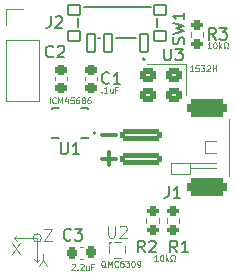
<source format=gto>
%TF.GenerationSoftware,KiCad,Pcbnew,9.0.4*%
%TF.CreationDate,2025-08-25T23:49:45+01:00*%
%TF.ProjectId,smol-slime-xiao,736d6f6c-2d73-46c6-996d-652d7869616f,1.0*%
%TF.SameCoordinates,Original*%
%TF.FileFunction,Legend,Top*%
%TF.FilePolarity,Positive*%
%FSLAX46Y46*%
G04 Gerber Fmt 4.6, Leading zero omitted, Abs format (unit mm)*
G04 Created by KiCad (PCBNEW 9.0.4) date 2025-08-25 23:49:45*
%MOMM*%
%LPD*%
G01*
G04 APERTURE LIST*
G04 Aperture macros list*
%AMRoundRect*
0 Rectangle with rounded corners*
0 $1 Rounding radius*
0 $2 $3 $4 $5 $6 $7 $8 $9 X,Y pos of 4 corners*
0 Add a 4 corners polygon primitive as box body*
4,1,4,$2,$3,$4,$5,$6,$7,$8,$9,$2,$3,0*
0 Add four circle primitives for the rounded corners*
1,1,$1+$1,$2,$3*
1,1,$1+$1,$4,$5*
1,1,$1+$1,$6,$7*
1,1,$1+$1,$8,$9*
0 Add four rect primitives between the rounded corners*
20,1,$1+$1,$2,$3,$4,$5,0*
20,1,$1+$1,$4,$5,$6,$7,0*
20,1,$1+$1,$6,$7,$8,$9,0*
20,1,$1+$1,$8,$9,$2,$3,0*%
G04 Aperture macros list end*
%ADD10C,0.300000*%
%ADD11C,0.100000*%
%ADD12C,0.150000*%
%ADD13C,0.120000*%
%ADD14C,0.127000*%
%ADD15C,0.200000*%
%ADD16C,0.060000*%
%ADD17C,0.000000*%
%ADD18C,0.010000*%
%ADD19C,1.700000*%
%ADD20RoundRect,0.200000X-0.275000X0.200000X-0.275000X-0.200000X0.275000X-0.200000X0.275000X0.200000X0*%
%ADD21R,1.000000X1.000000*%
%ADD22RoundRect,0.375000X1.325000X-0.375000X1.325000X0.375000X-1.325000X0.375000X-1.325000X-0.375000X0*%
%ADD23RoundRect,0.208333X1.541667X-0.291667X1.541667X0.291667X-1.541667X0.291667X-1.541667X-0.291667X0*%
%ADD24C,0.240000*%
%ADD25RoundRect,0.250000X0.450000X0.350000X-0.450000X0.350000X-0.450000X-0.350000X0.450000X-0.350000X0*%
%ADD26RoundRect,0.225000X-0.225000X-0.250000X0.225000X-0.250000X0.225000X0.250000X-0.225000X0.250000X0*%
%ADD27C,0.900000*%
%ADD28RoundRect,0.102000X0.350000X0.750000X-0.350000X0.750000X-0.350000X-0.750000X0.350000X-0.750000X0*%
%ADD29RoundRect,0.102000X0.500000X0.400000X-0.500000X0.400000X-0.500000X-0.400000X0.500000X-0.400000X0*%
%ADD30RoundRect,0.225000X-0.250000X0.225000X-0.250000X-0.225000X0.250000X-0.225000X0.250000X0.225000X0*%
G04 APERTURE END LIST*
D10*
X148754510Y-99029400D02*
X149897368Y-99029400D01*
X148754510Y-101029400D02*
X149897368Y-101029400D01*
X149325939Y-101600828D02*
X149325939Y-100457971D01*
D11*
X156446741Y-93633609D02*
X156161027Y-93633609D01*
X156303884Y-93633609D02*
X156303884Y-93133609D01*
X156303884Y-93133609D02*
X156256265Y-93205038D01*
X156256265Y-93205038D02*
X156208646Y-93252657D01*
X156208646Y-93252657D02*
X156161027Y-93276466D01*
X156899121Y-93133609D02*
X156661026Y-93133609D01*
X156661026Y-93133609D02*
X156637217Y-93371704D01*
X156637217Y-93371704D02*
X156661026Y-93347895D01*
X156661026Y-93347895D02*
X156708645Y-93324085D01*
X156708645Y-93324085D02*
X156827693Y-93324085D01*
X156827693Y-93324085D02*
X156875312Y-93347895D01*
X156875312Y-93347895D02*
X156899121Y-93371704D01*
X156899121Y-93371704D02*
X156922931Y-93419323D01*
X156922931Y-93419323D02*
X156922931Y-93538371D01*
X156922931Y-93538371D02*
X156899121Y-93585990D01*
X156899121Y-93585990D02*
X156875312Y-93609800D01*
X156875312Y-93609800D02*
X156827693Y-93633609D01*
X156827693Y-93633609D02*
X156708645Y-93633609D01*
X156708645Y-93633609D02*
X156661026Y-93609800D01*
X156661026Y-93609800D02*
X156637217Y-93585990D01*
X157089597Y-93133609D02*
X157399121Y-93133609D01*
X157399121Y-93133609D02*
X157232454Y-93324085D01*
X157232454Y-93324085D02*
X157303883Y-93324085D01*
X157303883Y-93324085D02*
X157351502Y-93347895D01*
X157351502Y-93347895D02*
X157375311Y-93371704D01*
X157375311Y-93371704D02*
X157399121Y-93419323D01*
X157399121Y-93419323D02*
X157399121Y-93538371D01*
X157399121Y-93538371D02*
X157375311Y-93585990D01*
X157375311Y-93585990D02*
X157351502Y-93609800D01*
X157351502Y-93609800D02*
X157303883Y-93633609D01*
X157303883Y-93633609D02*
X157161026Y-93633609D01*
X157161026Y-93633609D02*
X157113407Y-93609800D01*
X157113407Y-93609800D02*
X157089597Y-93585990D01*
X157589597Y-93181228D02*
X157613406Y-93157419D01*
X157613406Y-93157419D02*
X157661025Y-93133609D01*
X157661025Y-93133609D02*
X157780073Y-93133609D01*
X157780073Y-93133609D02*
X157827692Y-93157419D01*
X157827692Y-93157419D02*
X157851501Y-93181228D01*
X157851501Y-93181228D02*
X157875311Y-93228847D01*
X157875311Y-93228847D02*
X157875311Y-93276466D01*
X157875311Y-93276466D02*
X157851501Y-93347895D01*
X157851501Y-93347895D02*
X157565787Y-93633609D01*
X157565787Y-93633609D02*
X157875311Y-93633609D01*
X158089596Y-93633609D02*
X158089596Y-93133609D01*
X158089596Y-93371704D02*
X158375310Y-93371704D01*
X158375310Y-93633609D02*
X158375310Y-93133609D01*
X144284836Y-96333609D02*
X144284836Y-95833609D01*
X144808645Y-96285990D02*
X144784836Y-96309800D01*
X144784836Y-96309800D02*
X144713407Y-96333609D01*
X144713407Y-96333609D02*
X144665788Y-96333609D01*
X144665788Y-96333609D02*
X144594360Y-96309800D01*
X144594360Y-96309800D02*
X144546741Y-96262180D01*
X144546741Y-96262180D02*
X144522931Y-96214561D01*
X144522931Y-96214561D02*
X144499122Y-96119323D01*
X144499122Y-96119323D02*
X144499122Y-96047895D01*
X144499122Y-96047895D02*
X144522931Y-95952657D01*
X144522931Y-95952657D02*
X144546741Y-95905038D01*
X144546741Y-95905038D02*
X144594360Y-95857419D01*
X144594360Y-95857419D02*
X144665788Y-95833609D01*
X144665788Y-95833609D02*
X144713407Y-95833609D01*
X144713407Y-95833609D02*
X144784836Y-95857419D01*
X144784836Y-95857419D02*
X144808645Y-95881228D01*
X145022931Y-96333609D02*
X145022931Y-95833609D01*
X145022931Y-95833609D02*
X145189598Y-96190752D01*
X145189598Y-96190752D02*
X145356264Y-95833609D01*
X145356264Y-95833609D02*
X145356264Y-96333609D01*
X145808646Y-96000276D02*
X145808646Y-96333609D01*
X145689598Y-95809800D02*
X145570551Y-96166942D01*
X145570551Y-96166942D02*
X145880074Y-96166942D01*
X146308645Y-95833609D02*
X146070550Y-95833609D01*
X146070550Y-95833609D02*
X146046741Y-96071704D01*
X146046741Y-96071704D02*
X146070550Y-96047895D01*
X146070550Y-96047895D02*
X146118169Y-96024085D01*
X146118169Y-96024085D02*
X146237217Y-96024085D01*
X146237217Y-96024085D02*
X146284836Y-96047895D01*
X146284836Y-96047895D02*
X146308645Y-96071704D01*
X146308645Y-96071704D02*
X146332455Y-96119323D01*
X146332455Y-96119323D02*
X146332455Y-96238371D01*
X146332455Y-96238371D02*
X146308645Y-96285990D01*
X146308645Y-96285990D02*
X146284836Y-96309800D01*
X146284836Y-96309800D02*
X146237217Y-96333609D01*
X146237217Y-96333609D02*
X146118169Y-96333609D01*
X146118169Y-96333609D02*
X146070550Y-96309800D01*
X146070550Y-96309800D02*
X146046741Y-96285990D01*
X146761026Y-95833609D02*
X146665788Y-95833609D01*
X146665788Y-95833609D02*
X146618169Y-95857419D01*
X146618169Y-95857419D02*
X146594359Y-95881228D01*
X146594359Y-95881228D02*
X146546740Y-95952657D01*
X146546740Y-95952657D02*
X146522931Y-96047895D01*
X146522931Y-96047895D02*
X146522931Y-96238371D01*
X146522931Y-96238371D02*
X146546740Y-96285990D01*
X146546740Y-96285990D02*
X146570550Y-96309800D01*
X146570550Y-96309800D02*
X146618169Y-96333609D01*
X146618169Y-96333609D02*
X146713407Y-96333609D01*
X146713407Y-96333609D02*
X146761026Y-96309800D01*
X146761026Y-96309800D02*
X146784835Y-96285990D01*
X146784835Y-96285990D02*
X146808645Y-96238371D01*
X146808645Y-96238371D02*
X146808645Y-96119323D01*
X146808645Y-96119323D02*
X146784835Y-96071704D01*
X146784835Y-96071704D02*
X146761026Y-96047895D01*
X146761026Y-96047895D02*
X146713407Y-96024085D01*
X146713407Y-96024085D02*
X146618169Y-96024085D01*
X146618169Y-96024085D02*
X146570550Y-96047895D01*
X146570550Y-96047895D02*
X146546740Y-96071704D01*
X146546740Y-96071704D02*
X146522931Y-96119323D01*
X147094359Y-96047895D02*
X147046740Y-96024085D01*
X147046740Y-96024085D02*
X147022930Y-96000276D01*
X147022930Y-96000276D02*
X146999121Y-95952657D01*
X146999121Y-95952657D02*
X146999121Y-95928847D01*
X146999121Y-95928847D02*
X147022930Y-95881228D01*
X147022930Y-95881228D02*
X147046740Y-95857419D01*
X147046740Y-95857419D02*
X147094359Y-95833609D01*
X147094359Y-95833609D02*
X147189597Y-95833609D01*
X147189597Y-95833609D02*
X147237216Y-95857419D01*
X147237216Y-95857419D02*
X147261025Y-95881228D01*
X147261025Y-95881228D02*
X147284835Y-95928847D01*
X147284835Y-95928847D02*
X147284835Y-95952657D01*
X147284835Y-95952657D02*
X147261025Y-96000276D01*
X147261025Y-96000276D02*
X147237216Y-96024085D01*
X147237216Y-96024085D02*
X147189597Y-96047895D01*
X147189597Y-96047895D02*
X147094359Y-96047895D01*
X147094359Y-96047895D02*
X147046740Y-96071704D01*
X147046740Y-96071704D02*
X147022930Y-96095514D01*
X147022930Y-96095514D02*
X146999121Y-96143133D01*
X146999121Y-96143133D02*
X146999121Y-96238371D01*
X146999121Y-96238371D02*
X147022930Y-96285990D01*
X147022930Y-96285990D02*
X147046740Y-96309800D01*
X147046740Y-96309800D02*
X147094359Y-96333609D01*
X147094359Y-96333609D02*
X147189597Y-96333609D01*
X147189597Y-96333609D02*
X147237216Y-96309800D01*
X147237216Y-96309800D02*
X147261025Y-96285990D01*
X147261025Y-96285990D02*
X147284835Y-96238371D01*
X147284835Y-96238371D02*
X147284835Y-96143133D01*
X147284835Y-96143133D02*
X147261025Y-96095514D01*
X147261025Y-96095514D02*
X147237216Y-96071704D01*
X147237216Y-96071704D02*
X147189597Y-96047895D01*
X147713406Y-95833609D02*
X147618168Y-95833609D01*
X147618168Y-95833609D02*
X147570549Y-95857419D01*
X147570549Y-95857419D02*
X147546739Y-95881228D01*
X147546739Y-95881228D02*
X147499120Y-95952657D01*
X147499120Y-95952657D02*
X147475311Y-96047895D01*
X147475311Y-96047895D02*
X147475311Y-96238371D01*
X147475311Y-96238371D02*
X147499120Y-96285990D01*
X147499120Y-96285990D02*
X147522930Y-96309800D01*
X147522930Y-96309800D02*
X147570549Y-96333609D01*
X147570549Y-96333609D02*
X147665787Y-96333609D01*
X147665787Y-96333609D02*
X147713406Y-96309800D01*
X147713406Y-96309800D02*
X147737215Y-96285990D01*
X147737215Y-96285990D02*
X147761025Y-96238371D01*
X147761025Y-96238371D02*
X147761025Y-96119323D01*
X147761025Y-96119323D02*
X147737215Y-96071704D01*
X147737215Y-96071704D02*
X147713406Y-96047895D01*
X147713406Y-96047895D02*
X147665787Y-96024085D01*
X147665787Y-96024085D02*
X147570549Y-96024085D01*
X147570549Y-96024085D02*
X147522930Y-96047895D01*
X147522930Y-96047895D02*
X147499120Y-96071704D01*
X147499120Y-96071704D02*
X147475311Y-96119323D01*
X143250000Y-108500000D02*
X143250000Y-107750000D01*
X141250000Y-107750000D02*
X143250000Y-107750000D01*
X141250000Y-107750000D02*
X141500000Y-108000000D01*
X143603553Y-107750000D02*
G75*
G02*
X142896447Y-107750000I-353553J0D01*
G01*
X142896447Y-107750000D02*
G75*
G02*
X143603553Y-107750000I353553J0D01*
G01*
X143250000Y-107750000D02*
X143250000Y-109750000D01*
X141250000Y-107750000D02*
X141500000Y-107500000D01*
X143250000Y-109750000D02*
X143500000Y-109500000D01*
X143250000Y-109750000D02*
X143000000Y-109500000D01*
X148684836Y-95385990D02*
X148708646Y-95409800D01*
X148708646Y-95409800D02*
X148684836Y-95433609D01*
X148684836Y-95433609D02*
X148661027Y-95409800D01*
X148661027Y-95409800D02*
X148684836Y-95385990D01*
X148684836Y-95385990D02*
X148684836Y-95433609D01*
X149184836Y-95433609D02*
X148899122Y-95433609D01*
X149041979Y-95433609D02*
X149041979Y-94933609D01*
X149041979Y-94933609D02*
X148994360Y-95005038D01*
X148994360Y-95005038D02*
X148946741Y-95052657D01*
X148946741Y-95052657D02*
X148899122Y-95076466D01*
X149613407Y-95100276D02*
X149613407Y-95433609D01*
X149399121Y-95100276D02*
X149399121Y-95362180D01*
X149399121Y-95362180D02*
X149422931Y-95409800D01*
X149422931Y-95409800D02*
X149470550Y-95433609D01*
X149470550Y-95433609D02*
X149541978Y-95433609D01*
X149541978Y-95433609D02*
X149589597Y-95409800D01*
X149589597Y-95409800D02*
X149613407Y-95385990D01*
X150018169Y-95171704D02*
X149851502Y-95171704D01*
X149851502Y-95433609D02*
X149851502Y-94933609D01*
X149851502Y-94933609D02*
X150089597Y-94933609D01*
X157946741Y-91683609D02*
X157661027Y-91683609D01*
X157803884Y-91683609D02*
X157803884Y-91183609D01*
X157803884Y-91183609D02*
X157756265Y-91255038D01*
X157756265Y-91255038D02*
X157708646Y-91302657D01*
X157708646Y-91302657D02*
X157661027Y-91326466D01*
X158256264Y-91183609D02*
X158303883Y-91183609D01*
X158303883Y-91183609D02*
X158351502Y-91207419D01*
X158351502Y-91207419D02*
X158375312Y-91231228D01*
X158375312Y-91231228D02*
X158399121Y-91278847D01*
X158399121Y-91278847D02*
X158422931Y-91374085D01*
X158422931Y-91374085D02*
X158422931Y-91493133D01*
X158422931Y-91493133D02*
X158399121Y-91588371D01*
X158399121Y-91588371D02*
X158375312Y-91635990D01*
X158375312Y-91635990D02*
X158351502Y-91659800D01*
X158351502Y-91659800D02*
X158303883Y-91683609D01*
X158303883Y-91683609D02*
X158256264Y-91683609D01*
X158256264Y-91683609D02*
X158208645Y-91659800D01*
X158208645Y-91659800D02*
X158184836Y-91635990D01*
X158184836Y-91635990D02*
X158161026Y-91588371D01*
X158161026Y-91588371D02*
X158137217Y-91493133D01*
X158137217Y-91493133D02*
X158137217Y-91374085D01*
X158137217Y-91374085D02*
X158161026Y-91278847D01*
X158161026Y-91278847D02*
X158184836Y-91231228D01*
X158184836Y-91231228D02*
X158208645Y-91207419D01*
X158208645Y-91207419D02*
X158256264Y-91183609D01*
X158637216Y-91683609D02*
X158637216Y-91183609D01*
X158684835Y-91493133D02*
X158827692Y-91683609D01*
X158827692Y-91350276D02*
X158637216Y-91540752D01*
X159018169Y-91683609D02*
X159137216Y-91683609D01*
X159137216Y-91683609D02*
X159137216Y-91588371D01*
X159137216Y-91588371D02*
X159089597Y-91564561D01*
X159089597Y-91564561D02*
X159041978Y-91516942D01*
X159041978Y-91516942D02*
X159018169Y-91445514D01*
X159018169Y-91445514D02*
X159018169Y-91326466D01*
X159018169Y-91326466D02*
X159041978Y-91255038D01*
X159041978Y-91255038D02*
X159089597Y-91207419D01*
X159089597Y-91207419D02*
X159161026Y-91183609D01*
X159161026Y-91183609D02*
X159256264Y-91183609D01*
X159256264Y-91183609D02*
X159327692Y-91207419D01*
X159327692Y-91207419D02*
X159375311Y-91255038D01*
X159375311Y-91255038D02*
X159399121Y-91326466D01*
X159399121Y-91326466D02*
X159399121Y-91445514D01*
X159399121Y-91445514D02*
X159375311Y-91516942D01*
X159375311Y-91516942D02*
X159327692Y-91564561D01*
X159327692Y-91564561D02*
X159280073Y-91588371D01*
X159280073Y-91588371D02*
X159280073Y-91683609D01*
X159280073Y-91683609D02*
X159399121Y-91683609D01*
X146161027Y-109981228D02*
X146184836Y-109957419D01*
X146184836Y-109957419D02*
X146232455Y-109933609D01*
X146232455Y-109933609D02*
X146351503Y-109933609D01*
X146351503Y-109933609D02*
X146399122Y-109957419D01*
X146399122Y-109957419D02*
X146422931Y-109981228D01*
X146422931Y-109981228D02*
X146446741Y-110028847D01*
X146446741Y-110028847D02*
X146446741Y-110076466D01*
X146446741Y-110076466D02*
X146422931Y-110147895D01*
X146422931Y-110147895D02*
X146137217Y-110433609D01*
X146137217Y-110433609D02*
X146446741Y-110433609D01*
X146661026Y-110385990D02*
X146684836Y-110409800D01*
X146684836Y-110409800D02*
X146661026Y-110433609D01*
X146661026Y-110433609D02*
X146637217Y-110409800D01*
X146637217Y-110409800D02*
X146661026Y-110385990D01*
X146661026Y-110385990D02*
X146661026Y-110433609D01*
X146875312Y-109981228D02*
X146899121Y-109957419D01*
X146899121Y-109957419D02*
X146946740Y-109933609D01*
X146946740Y-109933609D02*
X147065788Y-109933609D01*
X147065788Y-109933609D02*
X147113407Y-109957419D01*
X147113407Y-109957419D02*
X147137216Y-109981228D01*
X147137216Y-109981228D02*
X147161026Y-110028847D01*
X147161026Y-110028847D02*
X147161026Y-110076466D01*
X147161026Y-110076466D02*
X147137216Y-110147895D01*
X147137216Y-110147895D02*
X146851502Y-110433609D01*
X146851502Y-110433609D02*
X147161026Y-110433609D01*
X147589597Y-110100276D02*
X147589597Y-110433609D01*
X147375311Y-110100276D02*
X147375311Y-110362180D01*
X147375311Y-110362180D02*
X147399121Y-110409800D01*
X147399121Y-110409800D02*
X147446740Y-110433609D01*
X147446740Y-110433609D02*
X147518168Y-110433609D01*
X147518168Y-110433609D02*
X147565787Y-110409800D01*
X147565787Y-110409800D02*
X147589597Y-110385990D01*
X147994359Y-110171704D02*
X147827692Y-110171704D01*
X147827692Y-110433609D02*
X147827692Y-109933609D01*
X147827692Y-109933609D02*
X148065787Y-109933609D01*
X141791353Y-109127580D02*
X141124687Y-108127580D01*
X141124687Y-109127580D02*
X141791353Y-108127580D01*
X153446741Y-109683609D02*
X153161027Y-109683609D01*
X153303884Y-109683609D02*
X153303884Y-109183609D01*
X153303884Y-109183609D02*
X153256265Y-109255038D01*
X153256265Y-109255038D02*
X153208646Y-109302657D01*
X153208646Y-109302657D02*
X153161027Y-109326466D01*
X153756264Y-109183609D02*
X153803883Y-109183609D01*
X153803883Y-109183609D02*
X153851502Y-109207419D01*
X153851502Y-109207419D02*
X153875312Y-109231228D01*
X153875312Y-109231228D02*
X153899121Y-109278847D01*
X153899121Y-109278847D02*
X153922931Y-109374085D01*
X153922931Y-109374085D02*
X153922931Y-109493133D01*
X153922931Y-109493133D02*
X153899121Y-109588371D01*
X153899121Y-109588371D02*
X153875312Y-109635990D01*
X153875312Y-109635990D02*
X153851502Y-109659800D01*
X153851502Y-109659800D02*
X153803883Y-109683609D01*
X153803883Y-109683609D02*
X153756264Y-109683609D01*
X153756264Y-109683609D02*
X153708645Y-109659800D01*
X153708645Y-109659800D02*
X153684836Y-109635990D01*
X153684836Y-109635990D02*
X153661026Y-109588371D01*
X153661026Y-109588371D02*
X153637217Y-109493133D01*
X153637217Y-109493133D02*
X153637217Y-109374085D01*
X153637217Y-109374085D02*
X153661026Y-109278847D01*
X153661026Y-109278847D02*
X153684836Y-109231228D01*
X153684836Y-109231228D02*
X153708645Y-109207419D01*
X153708645Y-109207419D02*
X153756264Y-109183609D01*
X154137216Y-109683609D02*
X154137216Y-109183609D01*
X154184835Y-109493133D02*
X154327692Y-109683609D01*
X154327692Y-109350276D02*
X154137216Y-109540752D01*
X154518169Y-109683609D02*
X154637216Y-109683609D01*
X154637216Y-109683609D02*
X154637216Y-109588371D01*
X154637216Y-109588371D02*
X154589597Y-109564561D01*
X154589597Y-109564561D02*
X154541978Y-109516942D01*
X154541978Y-109516942D02*
X154518169Y-109445514D01*
X154518169Y-109445514D02*
X154518169Y-109326466D01*
X154518169Y-109326466D02*
X154541978Y-109255038D01*
X154541978Y-109255038D02*
X154589597Y-109207419D01*
X154589597Y-109207419D02*
X154661026Y-109183609D01*
X154661026Y-109183609D02*
X154756264Y-109183609D01*
X154756264Y-109183609D02*
X154827692Y-109207419D01*
X154827692Y-109207419D02*
X154875311Y-109255038D01*
X154875311Y-109255038D02*
X154899121Y-109326466D01*
X154899121Y-109326466D02*
X154899121Y-109445514D01*
X154899121Y-109445514D02*
X154875311Y-109516942D01*
X154875311Y-109516942D02*
X154827692Y-109564561D01*
X154827692Y-109564561D02*
X154780073Y-109588371D01*
X154780073Y-109588371D02*
X154780073Y-109683609D01*
X154780073Y-109683609D02*
X154899121Y-109683609D01*
X144455566Y-107963366D02*
X143788900Y-107963366D01*
X143788900Y-107963366D02*
X144455566Y-106963366D01*
X144455566Y-106963366D02*
X143788900Y-106963366D01*
X149018169Y-110231228D02*
X148970550Y-110207419D01*
X148970550Y-110207419D02*
X148922931Y-110159800D01*
X148922931Y-110159800D02*
X148851503Y-110088371D01*
X148851503Y-110088371D02*
X148803884Y-110064561D01*
X148803884Y-110064561D02*
X148756265Y-110064561D01*
X148780074Y-110183609D02*
X148732455Y-110159800D01*
X148732455Y-110159800D02*
X148684836Y-110112180D01*
X148684836Y-110112180D02*
X148661027Y-110016942D01*
X148661027Y-110016942D02*
X148661027Y-109850276D01*
X148661027Y-109850276D02*
X148684836Y-109755038D01*
X148684836Y-109755038D02*
X148732455Y-109707419D01*
X148732455Y-109707419D02*
X148780074Y-109683609D01*
X148780074Y-109683609D02*
X148875312Y-109683609D01*
X148875312Y-109683609D02*
X148922931Y-109707419D01*
X148922931Y-109707419D02*
X148970550Y-109755038D01*
X148970550Y-109755038D02*
X148994360Y-109850276D01*
X148994360Y-109850276D02*
X148994360Y-110016942D01*
X148994360Y-110016942D02*
X148970550Y-110112180D01*
X148970550Y-110112180D02*
X148922931Y-110159800D01*
X148922931Y-110159800D02*
X148875312Y-110183609D01*
X148875312Y-110183609D02*
X148780074Y-110183609D01*
X149208646Y-110183609D02*
X149208646Y-109683609D01*
X149208646Y-109683609D02*
X149375313Y-110040752D01*
X149375313Y-110040752D02*
X149541979Y-109683609D01*
X149541979Y-109683609D02*
X149541979Y-110183609D01*
X150065789Y-110135990D02*
X150041980Y-110159800D01*
X150041980Y-110159800D02*
X149970551Y-110183609D01*
X149970551Y-110183609D02*
X149922932Y-110183609D01*
X149922932Y-110183609D02*
X149851504Y-110159800D01*
X149851504Y-110159800D02*
X149803885Y-110112180D01*
X149803885Y-110112180D02*
X149780075Y-110064561D01*
X149780075Y-110064561D02*
X149756266Y-109969323D01*
X149756266Y-109969323D02*
X149756266Y-109897895D01*
X149756266Y-109897895D02*
X149780075Y-109802657D01*
X149780075Y-109802657D02*
X149803885Y-109755038D01*
X149803885Y-109755038D02*
X149851504Y-109707419D01*
X149851504Y-109707419D02*
X149922932Y-109683609D01*
X149922932Y-109683609D02*
X149970551Y-109683609D01*
X149970551Y-109683609D02*
X150041980Y-109707419D01*
X150041980Y-109707419D02*
X150065789Y-109731228D01*
X150494361Y-109683609D02*
X150399123Y-109683609D01*
X150399123Y-109683609D02*
X150351504Y-109707419D01*
X150351504Y-109707419D02*
X150327694Y-109731228D01*
X150327694Y-109731228D02*
X150280075Y-109802657D01*
X150280075Y-109802657D02*
X150256266Y-109897895D01*
X150256266Y-109897895D02*
X150256266Y-110088371D01*
X150256266Y-110088371D02*
X150280075Y-110135990D01*
X150280075Y-110135990D02*
X150303885Y-110159800D01*
X150303885Y-110159800D02*
X150351504Y-110183609D01*
X150351504Y-110183609D02*
X150446742Y-110183609D01*
X150446742Y-110183609D02*
X150494361Y-110159800D01*
X150494361Y-110159800D02*
X150518170Y-110135990D01*
X150518170Y-110135990D02*
X150541980Y-110088371D01*
X150541980Y-110088371D02*
X150541980Y-109969323D01*
X150541980Y-109969323D02*
X150518170Y-109921704D01*
X150518170Y-109921704D02*
X150494361Y-109897895D01*
X150494361Y-109897895D02*
X150446742Y-109874085D01*
X150446742Y-109874085D02*
X150351504Y-109874085D01*
X150351504Y-109874085D02*
X150303885Y-109897895D01*
X150303885Y-109897895D02*
X150280075Y-109921704D01*
X150280075Y-109921704D02*
X150256266Y-109969323D01*
X150708646Y-109683609D02*
X151018170Y-109683609D01*
X151018170Y-109683609D02*
X150851503Y-109874085D01*
X150851503Y-109874085D02*
X150922932Y-109874085D01*
X150922932Y-109874085D02*
X150970551Y-109897895D01*
X150970551Y-109897895D02*
X150994360Y-109921704D01*
X150994360Y-109921704D02*
X151018170Y-109969323D01*
X151018170Y-109969323D02*
X151018170Y-110088371D01*
X151018170Y-110088371D02*
X150994360Y-110135990D01*
X150994360Y-110135990D02*
X150970551Y-110159800D01*
X150970551Y-110159800D02*
X150922932Y-110183609D01*
X150922932Y-110183609D02*
X150780075Y-110183609D01*
X150780075Y-110183609D02*
X150732456Y-110159800D01*
X150732456Y-110159800D02*
X150708646Y-110135990D01*
X151327693Y-109683609D02*
X151375312Y-109683609D01*
X151375312Y-109683609D02*
X151422931Y-109707419D01*
X151422931Y-109707419D02*
X151446741Y-109731228D01*
X151446741Y-109731228D02*
X151470550Y-109778847D01*
X151470550Y-109778847D02*
X151494360Y-109874085D01*
X151494360Y-109874085D02*
X151494360Y-109993133D01*
X151494360Y-109993133D02*
X151470550Y-110088371D01*
X151470550Y-110088371D02*
X151446741Y-110135990D01*
X151446741Y-110135990D02*
X151422931Y-110159800D01*
X151422931Y-110159800D02*
X151375312Y-110183609D01*
X151375312Y-110183609D02*
X151327693Y-110183609D01*
X151327693Y-110183609D02*
X151280074Y-110159800D01*
X151280074Y-110159800D02*
X151256265Y-110135990D01*
X151256265Y-110135990D02*
X151232455Y-110088371D01*
X151232455Y-110088371D02*
X151208646Y-109993133D01*
X151208646Y-109993133D02*
X151208646Y-109874085D01*
X151208646Y-109874085D02*
X151232455Y-109778847D01*
X151232455Y-109778847D02*
X151256265Y-109731228D01*
X151256265Y-109731228D02*
X151280074Y-109707419D01*
X151280074Y-109707419D02*
X151327693Y-109683609D01*
X151732455Y-110183609D02*
X151827693Y-110183609D01*
X151827693Y-110183609D02*
X151875312Y-110159800D01*
X151875312Y-110159800D02*
X151899121Y-110135990D01*
X151899121Y-110135990D02*
X151946740Y-110064561D01*
X151946740Y-110064561D02*
X151970550Y-109969323D01*
X151970550Y-109969323D02*
X151970550Y-109778847D01*
X151970550Y-109778847D02*
X151946740Y-109731228D01*
X151946740Y-109731228D02*
X151922931Y-109707419D01*
X151922931Y-109707419D02*
X151875312Y-109683609D01*
X151875312Y-109683609D02*
X151780074Y-109683609D01*
X151780074Y-109683609D02*
X151732455Y-109707419D01*
X151732455Y-109707419D02*
X151708645Y-109731228D01*
X151708645Y-109731228D02*
X151684836Y-109778847D01*
X151684836Y-109778847D02*
X151684836Y-109897895D01*
X151684836Y-109897895D02*
X151708645Y-109945514D01*
X151708645Y-109945514D02*
X151732455Y-109969323D01*
X151732455Y-109969323D02*
X151780074Y-109993133D01*
X151780074Y-109993133D02*
X151875312Y-109993133D01*
X151875312Y-109993133D02*
X151922931Y-109969323D01*
X151922931Y-109969323D02*
X151946740Y-109945514D01*
X151946740Y-109945514D02*
X151970550Y-109897895D01*
X143755639Y-109603771D02*
X143755639Y-109127580D01*
X144088972Y-110127580D02*
X143755639Y-109603771D01*
X143755639Y-109603771D02*
X143422306Y-110127580D01*
D12*
X144366666Y-88954819D02*
X144366666Y-89669104D01*
X144366666Y-89669104D02*
X144319047Y-89811961D01*
X144319047Y-89811961D02*
X144223809Y-89907200D01*
X144223809Y-89907200D02*
X144080952Y-89954819D01*
X144080952Y-89954819D02*
X143985714Y-89954819D01*
X144795238Y-89050057D02*
X144842857Y-89002438D01*
X144842857Y-89002438D02*
X144938095Y-88954819D01*
X144938095Y-88954819D02*
X145176190Y-88954819D01*
X145176190Y-88954819D02*
X145271428Y-89002438D01*
X145271428Y-89002438D02*
X145319047Y-89050057D01*
X145319047Y-89050057D02*
X145366666Y-89145295D01*
X145366666Y-89145295D02*
X145366666Y-89240533D01*
X145366666Y-89240533D02*
X145319047Y-89383390D01*
X145319047Y-89383390D02*
X144747619Y-89954819D01*
X144747619Y-89954819D02*
X145366666Y-89954819D01*
X158333333Y-90954819D02*
X158000000Y-90478628D01*
X157761905Y-90954819D02*
X157761905Y-89954819D01*
X157761905Y-89954819D02*
X158142857Y-89954819D01*
X158142857Y-89954819D02*
X158238095Y-90002438D01*
X158238095Y-90002438D02*
X158285714Y-90050057D01*
X158285714Y-90050057D02*
X158333333Y-90145295D01*
X158333333Y-90145295D02*
X158333333Y-90288152D01*
X158333333Y-90288152D02*
X158285714Y-90383390D01*
X158285714Y-90383390D02*
X158238095Y-90431009D01*
X158238095Y-90431009D02*
X158142857Y-90478628D01*
X158142857Y-90478628D02*
X157761905Y-90478628D01*
X158666667Y-89954819D02*
X159285714Y-89954819D01*
X159285714Y-89954819D02*
X158952381Y-90335771D01*
X158952381Y-90335771D02*
X159095238Y-90335771D01*
X159095238Y-90335771D02*
X159190476Y-90383390D01*
X159190476Y-90383390D02*
X159238095Y-90431009D01*
X159238095Y-90431009D02*
X159285714Y-90526247D01*
X159285714Y-90526247D02*
X159285714Y-90764342D01*
X159285714Y-90764342D02*
X159238095Y-90859580D01*
X159238095Y-90859580D02*
X159190476Y-90907200D01*
X159190476Y-90907200D02*
X159095238Y-90954819D01*
X159095238Y-90954819D02*
X158809524Y-90954819D01*
X158809524Y-90954819D02*
X158714286Y-90907200D01*
X158714286Y-90907200D02*
X158666667Y-90859580D01*
X154366666Y-103354819D02*
X154366666Y-104069104D01*
X154366666Y-104069104D02*
X154319047Y-104211961D01*
X154319047Y-104211961D02*
X154223809Y-104307200D01*
X154223809Y-104307200D02*
X154080952Y-104354819D01*
X154080952Y-104354819D02*
X153985714Y-104354819D01*
X155366666Y-104354819D02*
X154795238Y-104354819D01*
X155080952Y-104354819D02*
X155080952Y-103354819D01*
X155080952Y-103354819D02*
X154985714Y-103497676D01*
X154985714Y-103497676D02*
X154890476Y-103592914D01*
X154890476Y-103592914D02*
X154795238Y-103640533D01*
X152333333Y-108954819D02*
X152000000Y-108478628D01*
X151761905Y-108954819D02*
X151761905Y-107954819D01*
X151761905Y-107954819D02*
X152142857Y-107954819D01*
X152142857Y-107954819D02*
X152238095Y-108002438D01*
X152238095Y-108002438D02*
X152285714Y-108050057D01*
X152285714Y-108050057D02*
X152333333Y-108145295D01*
X152333333Y-108145295D02*
X152333333Y-108288152D01*
X152333333Y-108288152D02*
X152285714Y-108383390D01*
X152285714Y-108383390D02*
X152238095Y-108431009D01*
X152238095Y-108431009D02*
X152142857Y-108478628D01*
X152142857Y-108478628D02*
X151761905Y-108478628D01*
X152714286Y-108050057D02*
X152761905Y-108002438D01*
X152761905Y-108002438D02*
X152857143Y-107954819D01*
X152857143Y-107954819D02*
X153095238Y-107954819D01*
X153095238Y-107954819D02*
X153190476Y-108002438D01*
X153190476Y-108002438D02*
X153238095Y-108050057D01*
X153238095Y-108050057D02*
X153285714Y-108145295D01*
X153285714Y-108145295D02*
X153285714Y-108240533D01*
X153285714Y-108240533D02*
X153238095Y-108383390D01*
X153238095Y-108383390D02*
X152666667Y-108954819D01*
X152666667Y-108954819D02*
X153285714Y-108954819D01*
D11*
X149238095Y-106707419D02*
X149238095Y-107516942D01*
X149238095Y-107516942D02*
X149285714Y-107612180D01*
X149285714Y-107612180D02*
X149333333Y-107659800D01*
X149333333Y-107659800D02*
X149428571Y-107707419D01*
X149428571Y-107707419D02*
X149619047Y-107707419D01*
X149619047Y-107707419D02*
X149714285Y-107659800D01*
X149714285Y-107659800D02*
X149761904Y-107612180D01*
X149761904Y-107612180D02*
X149809523Y-107516942D01*
X149809523Y-107516942D02*
X149809523Y-106707419D01*
X150238095Y-106802657D02*
X150285714Y-106755038D01*
X150285714Y-106755038D02*
X150380952Y-106707419D01*
X150380952Y-106707419D02*
X150619047Y-106707419D01*
X150619047Y-106707419D02*
X150714285Y-106755038D01*
X150714285Y-106755038D02*
X150761904Y-106802657D01*
X150761904Y-106802657D02*
X150809523Y-106897895D01*
X150809523Y-106897895D02*
X150809523Y-106993133D01*
X150809523Y-106993133D02*
X150761904Y-107135990D01*
X150761904Y-107135990D02*
X150190476Y-107707419D01*
X150190476Y-107707419D02*
X150809523Y-107707419D01*
D12*
X153988095Y-91704819D02*
X153988095Y-92514342D01*
X153988095Y-92514342D02*
X154035714Y-92609580D01*
X154035714Y-92609580D02*
X154083333Y-92657200D01*
X154083333Y-92657200D02*
X154178571Y-92704819D01*
X154178571Y-92704819D02*
X154369047Y-92704819D01*
X154369047Y-92704819D02*
X154464285Y-92657200D01*
X154464285Y-92657200D02*
X154511904Y-92609580D01*
X154511904Y-92609580D02*
X154559523Y-92514342D01*
X154559523Y-92514342D02*
X154559523Y-91704819D01*
X154940476Y-91704819D02*
X155559523Y-91704819D01*
X155559523Y-91704819D02*
X155226190Y-92085771D01*
X155226190Y-92085771D02*
X155369047Y-92085771D01*
X155369047Y-92085771D02*
X155464285Y-92133390D01*
X155464285Y-92133390D02*
X155511904Y-92181009D01*
X155511904Y-92181009D02*
X155559523Y-92276247D01*
X155559523Y-92276247D02*
X155559523Y-92514342D01*
X155559523Y-92514342D02*
X155511904Y-92609580D01*
X155511904Y-92609580D02*
X155464285Y-92657200D01*
X155464285Y-92657200D02*
X155369047Y-92704819D01*
X155369047Y-92704819D02*
X155083333Y-92704819D01*
X155083333Y-92704819D02*
X154988095Y-92657200D01*
X154988095Y-92657200D02*
X154940476Y-92609580D01*
X146083333Y-107859580D02*
X146035714Y-107907200D01*
X146035714Y-107907200D02*
X145892857Y-107954819D01*
X145892857Y-107954819D02*
X145797619Y-107954819D01*
X145797619Y-107954819D02*
X145654762Y-107907200D01*
X145654762Y-107907200D02*
X145559524Y-107811961D01*
X145559524Y-107811961D02*
X145511905Y-107716723D01*
X145511905Y-107716723D02*
X145464286Y-107526247D01*
X145464286Y-107526247D02*
X145464286Y-107383390D01*
X145464286Y-107383390D02*
X145511905Y-107192914D01*
X145511905Y-107192914D02*
X145559524Y-107097676D01*
X145559524Y-107097676D02*
X145654762Y-107002438D01*
X145654762Y-107002438D02*
X145797619Y-106954819D01*
X145797619Y-106954819D02*
X145892857Y-106954819D01*
X145892857Y-106954819D02*
X146035714Y-107002438D01*
X146035714Y-107002438D02*
X146083333Y-107050057D01*
X146416667Y-106954819D02*
X147035714Y-106954819D01*
X147035714Y-106954819D02*
X146702381Y-107335771D01*
X146702381Y-107335771D02*
X146845238Y-107335771D01*
X146845238Y-107335771D02*
X146940476Y-107383390D01*
X146940476Y-107383390D02*
X146988095Y-107431009D01*
X146988095Y-107431009D02*
X147035714Y-107526247D01*
X147035714Y-107526247D02*
X147035714Y-107764342D01*
X147035714Y-107764342D02*
X146988095Y-107859580D01*
X146988095Y-107859580D02*
X146940476Y-107907200D01*
X146940476Y-107907200D02*
X146845238Y-107954819D01*
X146845238Y-107954819D02*
X146559524Y-107954819D01*
X146559524Y-107954819D02*
X146464286Y-107907200D01*
X146464286Y-107907200D02*
X146416667Y-107859580D01*
X155083333Y-108954819D02*
X154750000Y-108478628D01*
X154511905Y-108954819D02*
X154511905Y-107954819D01*
X154511905Y-107954819D02*
X154892857Y-107954819D01*
X154892857Y-107954819D02*
X154988095Y-108002438D01*
X154988095Y-108002438D02*
X155035714Y-108050057D01*
X155035714Y-108050057D02*
X155083333Y-108145295D01*
X155083333Y-108145295D02*
X155083333Y-108288152D01*
X155083333Y-108288152D02*
X155035714Y-108383390D01*
X155035714Y-108383390D02*
X154988095Y-108431009D01*
X154988095Y-108431009D02*
X154892857Y-108478628D01*
X154892857Y-108478628D02*
X154511905Y-108478628D01*
X156035714Y-108954819D02*
X155464286Y-108954819D01*
X155750000Y-108954819D02*
X155750000Y-107954819D01*
X155750000Y-107954819D02*
X155654762Y-108097676D01*
X155654762Y-108097676D02*
X155559524Y-108192914D01*
X155559524Y-108192914D02*
X155464286Y-108240533D01*
X155657200Y-91333332D02*
X155704819Y-91190475D01*
X155704819Y-91190475D02*
X155704819Y-90952380D01*
X155704819Y-90952380D02*
X155657200Y-90857142D01*
X155657200Y-90857142D02*
X155609580Y-90809523D01*
X155609580Y-90809523D02*
X155514342Y-90761904D01*
X155514342Y-90761904D02*
X155419104Y-90761904D01*
X155419104Y-90761904D02*
X155323866Y-90809523D01*
X155323866Y-90809523D02*
X155276247Y-90857142D01*
X155276247Y-90857142D02*
X155228628Y-90952380D01*
X155228628Y-90952380D02*
X155181009Y-91142856D01*
X155181009Y-91142856D02*
X155133390Y-91238094D01*
X155133390Y-91238094D02*
X155085771Y-91285713D01*
X155085771Y-91285713D02*
X154990533Y-91333332D01*
X154990533Y-91333332D02*
X154895295Y-91333332D01*
X154895295Y-91333332D02*
X154800057Y-91285713D01*
X154800057Y-91285713D02*
X154752438Y-91238094D01*
X154752438Y-91238094D02*
X154704819Y-91142856D01*
X154704819Y-91142856D02*
X154704819Y-90904761D01*
X154704819Y-90904761D02*
X154752438Y-90761904D01*
X154704819Y-90428570D02*
X155704819Y-90190475D01*
X155704819Y-90190475D02*
X154990533Y-89999999D01*
X154990533Y-89999999D02*
X155704819Y-89809523D01*
X155704819Y-89809523D02*
X154704819Y-89571428D01*
X155704819Y-88666666D02*
X155704819Y-89238094D01*
X155704819Y-88952380D02*
X154704819Y-88952380D01*
X154704819Y-88952380D02*
X154847676Y-89047618D01*
X154847676Y-89047618D02*
X154942914Y-89142856D01*
X154942914Y-89142856D02*
X154990533Y-89238094D01*
X149333333Y-94609580D02*
X149285714Y-94657200D01*
X149285714Y-94657200D02*
X149142857Y-94704819D01*
X149142857Y-94704819D02*
X149047619Y-94704819D01*
X149047619Y-94704819D02*
X148904762Y-94657200D01*
X148904762Y-94657200D02*
X148809524Y-94561961D01*
X148809524Y-94561961D02*
X148761905Y-94466723D01*
X148761905Y-94466723D02*
X148714286Y-94276247D01*
X148714286Y-94276247D02*
X148714286Y-94133390D01*
X148714286Y-94133390D02*
X148761905Y-93942914D01*
X148761905Y-93942914D02*
X148809524Y-93847676D01*
X148809524Y-93847676D02*
X148904762Y-93752438D01*
X148904762Y-93752438D02*
X149047619Y-93704819D01*
X149047619Y-93704819D02*
X149142857Y-93704819D01*
X149142857Y-93704819D02*
X149285714Y-93752438D01*
X149285714Y-93752438D02*
X149333333Y-93800057D01*
X150285714Y-94704819D02*
X149714286Y-94704819D01*
X150000000Y-94704819D02*
X150000000Y-93704819D01*
X150000000Y-93704819D02*
X149904762Y-93847676D01*
X149904762Y-93847676D02*
X149809524Y-93942914D01*
X149809524Y-93942914D02*
X149714286Y-93990533D01*
X144583333Y-92359580D02*
X144535714Y-92407200D01*
X144535714Y-92407200D02*
X144392857Y-92454819D01*
X144392857Y-92454819D02*
X144297619Y-92454819D01*
X144297619Y-92454819D02*
X144154762Y-92407200D01*
X144154762Y-92407200D02*
X144059524Y-92311961D01*
X144059524Y-92311961D02*
X144011905Y-92216723D01*
X144011905Y-92216723D02*
X143964286Y-92026247D01*
X143964286Y-92026247D02*
X143964286Y-91883390D01*
X143964286Y-91883390D02*
X144011905Y-91692914D01*
X144011905Y-91692914D02*
X144059524Y-91597676D01*
X144059524Y-91597676D02*
X144154762Y-91502438D01*
X144154762Y-91502438D02*
X144297619Y-91454819D01*
X144297619Y-91454819D02*
X144392857Y-91454819D01*
X144392857Y-91454819D02*
X144535714Y-91502438D01*
X144535714Y-91502438D02*
X144583333Y-91550057D01*
X144964286Y-91550057D02*
X145011905Y-91502438D01*
X145011905Y-91502438D02*
X145107143Y-91454819D01*
X145107143Y-91454819D02*
X145345238Y-91454819D01*
X145345238Y-91454819D02*
X145440476Y-91502438D01*
X145440476Y-91502438D02*
X145488095Y-91550057D01*
X145488095Y-91550057D02*
X145535714Y-91645295D01*
X145535714Y-91645295D02*
X145535714Y-91740533D01*
X145535714Y-91740533D02*
X145488095Y-91883390D01*
X145488095Y-91883390D02*
X144916667Y-92454819D01*
X144916667Y-92454819D02*
X145535714Y-92454819D01*
X145238095Y-99654819D02*
X145238095Y-100464342D01*
X145238095Y-100464342D02*
X145285714Y-100559580D01*
X145285714Y-100559580D02*
X145333333Y-100607200D01*
X145333333Y-100607200D02*
X145428571Y-100654819D01*
X145428571Y-100654819D02*
X145619047Y-100654819D01*
X145619047Y-100654819D02*
X145714285Y-100607200D01*
X145714285Y-100607200D02*
X145761904Y-100559580D01*
X145761904Y-100559580D02*
X145809523Y-100464342D01*
X145809523Y-100464342D02*
X145809523Y-99654819D01*
X146809523Y-100654819D02*
X146238095Y-100654819D01*
X146523809Y-100654819D02*
X146523809Y-99654819D01*
X146523809Y-99654819D02*
X146428571Y-99797676D01*
X146428571Y-99797676D02*
X146333333Y-99892914D01*
X146333333Y-99892914D02*
X146238095Y-99940533D01*
D13*
%TO.C,J2*%
X140620000Y-88330000D02*
X142000000Y-88330000D01*
X140620000Y-89710000D02*
X140620000Y-88330000D01*
X140620000Y-90980000D02*
X140620000Y-96170000D01*
X140620000Y-90980000D02*
X143380000Y-90980000D01*
X140620000Y-96170000D02*
X143380000Y-96170000D01*
X143380000Y-90980000D02*
X143380000Y-96170000D01*
%TO.C,R3*%
X156227500Y-90262742D02*
X156227500Y-90737258D01*
X157272500Y-90262742D02*
X157272500Y-90737258D01*
%TO.C,J1*%
X154550000Y-101350000D02*
X154550000Y-102350000D01*
X154550000Y-102350000D02*
X156150000Y-102350000D01*
X156150000Y-101350000D02*
X154550000Y-101350000D01*
X156150000Y-101350000D02*
X158410000Y-101350000D01*
X156150000Y-101850000D02*
X158410000Y-101850000D01*
X156150000Y-102350000D02*
X156150000Y-101350000D01*
X157450000Y-99550000D02*
X158410000Y-99550000D01*
X157450000Y-100550000D02*
X157450000Y-99550000D01*
X158410000Y-100550000D02*
X157450000Y-100550000D01*
X159450000Y-102450000D02*
X159450000Y-97650000D01*
%TO.C,R2*%
X152477500Y-106012742D02*
X152477500Y-106487258D01*
X153522500Y-106012742D02*
X153522500Y-106487258D01*
D11*
%TO.C,U2*%
X149300000Y-108450000D02*
X149300000Y-109050000D01*
X149700000Y-108050000D02*
X150300000Y-108050000D01*
X150300000Y-109450000D02*
X149700000Y-109450000D01*
X150700000Y-108450000D02*
X150700000Y-109050000D01*
X149300000Y-108250000D02*
X149300000Y-108050000D01*
X149500000Y-108050000D01*
X149300000Y-108250000D01*
G36*
X149300000Y-108250000D02*
G01*
X149300000Y-108050000D01*
X149500000Y-108050000D01*
X149300000Y-108250000D01*
G37*
D13*
%TO.C,U3*%
X155810000Y-93040000D02*
X152550000Y-93040000D01*
X155810000Y-95650000D02*
X155810000Y-93040000D01*
%TO.C,C3*%
X146834420Y-108490000D02*
X147115580Y-108490000D01*
X146834420Y-109510000D02*
X147115580Y-109510000D01*
%TO.C,R1*%
X154227500Y-106012742D02*
X154227500Y-106487258D01*
X155272500Y-106012742D02*
X155272500Y-106487258D01*
D14*
%TO.C,SW1*%
X146650000Y-89120000D02*
X146650000Y-89880000D01*
X147170000Y-88200000D02*
X152830000Y-88200000D01*
X148580000Y-90800000D02*
X148420000Y-90800000D01*
X151580000Y-90800000D02*
X149920000Y-90800000D01*
X153350000Y-89120000D02*
X153350000Y-89880000D01*
D15*
X152350000Y-92600000D02*
G75*
G02*
X152150000Y-92600000I-100000J0D01*
G01*
X152150000Y-92600000D02*
G75*
G02*
X152350000Y-92600000I100000J0D01*
G01*
D13*
%TO.C,C1*%
X147240000Y-94109420D02*
X147240000Y-94390580D01*
X148260000Y-94109420D02*
X148260000Y-94390580D01*
%TO.C,C2*%
X144740000Y-94109420D02*
X144740000Y-94390580D01*
X145760000Y-94109420D02*
X145760000Y-94390580D01*
D14*
%TO.C,U1*%
X144500000Y-96750000D02*
X144500000Y-96805000D01*
X144500000Y-96750000D02*
X145055000Y-96750000D01*
X144500000Y-99250000D02*
X144500000Y-99195000D01*
X145055000Y-99250000D02*
X144500000Y-99250000D01*
X146945000Y-96750000D02*
X147500000Y-96750000D01*
X147500000Y-96750000D02*
X147500000Y-96805000D01*
X147500000Y-99250000D02*
X146945000Y-99250000D01*
X147500000Y-99250000D02*
X147500000Y-99195000D01*
D15*
X148169000Y-98850000D02*
G75*
G02*
X147969000Y-98850000I-100000J0D01*
G01*
X147969000Y-98850000D02*
G75*
G02*
X148169000Y-98850000I100000J0D01*
G01*
%TD*%
%LPC*%
D16*
G36*
X141449269Y-102167968D02*
G01*
X141428184Y-102166024D01*
X141409231Y-102160359D01*
X141391973Y-102151000D01*
X141376882Y-102138366D01*
X141363913Y-102122328D01*
X141353013Y-102102380D01*
X141345459Y-102080832D01*
X141340655Y-102055665D01*
X141338951Y-102026256D01*
X141340736Y-101993597D01*
X141345704Y-101966358D01*
X141353398Y-101943698D01*
X141364134Y-101922184D01*
X141376087Y-101903917D01*
X141389216Y-101888539D01*
X141435442Y-101930256D01*
X141420486Y-101950657D01*
X141409433Y-101972956D01*
X141402617Y-101997133D01*
X141400265Y-102024225D01*
X141401638Y-102041176D01*
X141405456Y-102054963D01*
X141411442Y-102066198D01*
X141419946Y-102075155D01*
X141430260Y-102080447D01*
X141442986Y-102082291D01*
X141455077Y-102080718D01*
X141464859Y-102076245D01*
X141472885Y-102068827D01*
X141482633Y-102052145D01*
X141494747Y-102018968D01*
X141509329Y-101978811D01*
X141524029Y-101950793D01*
X141538601Y-101932137D01*
X141552011Y-101920952D01*
X141567067Y-101912982D01*
X141584096Y-101908086D01*
X141603548Y-101906384D01*
X141624219Y-101908440D01*
X141642214Y-101914367D01*
X141658088Y-101924101D01*
X141671767Y-101937029D01*
X141683265Y-101952770D01*
X141692624Y-101971716D01*
X141699172Y-101991965D01*
X141703191Y-102013831D01*
X141704570Y-102037561D01*
X141703178Y-102064350D01*
X141699202Y-102088003D01*
X141692880Y-102108920D01*
X141683892Y-102128792D01*
X141672806Y-102146562D01*
X141659584Y-102162433D01*
X141614854Y-102123495D01*
X141627852Y-102105065D01*
X141636845Y-102085539D01*
X141642224Y-102064948D01*
X141644004Y-102044079D01*
X141642916Y-102028518D01*
X141639926Y-102016070D01*
X141635327Y-102006145D01*
X141628579Y-101998133D01*
X141620256Y-101993454D01*
X141609832Y-101991826D01*
X141599519Y-101993445D01*
X141591239Y-101998110D01*
X141584431Y-102005935D01*
X141577027Y-102019972D01*
X141561597Y-102063185D01*
X141550195Y-102094590D01*
X141537575Y-102119584D01*
X141527267Y-102134294D01*
X141515610Y-102146176D01*
X141502527Y-102155530D01*
X141487956Y-102162195D01*
X141470415Y-102166447D01*
X141449269Y-102167968D01*
G37*
G36*
X141443854Y-102203584D02*
G01*
X141461616Y-102209973D01*
X141476856Y-102220432D01*
X141489982Y-102235395D01*
X141499665Y-102252679D01*
X141507056Y-102273882D01*
X141511860Y-102299777D01*
X141513597Y-102331266D01*
X141513597Y-102367191D01*
X141523641Y-102367191D01*
X141538320Y-102365103D01*
X141549172Y-102359324D01*
X141557184Y-102349790D01*
X141562550Y-102335438D01*
X141564610Y-102314425D01*
X141563803Y-102300761D01*
X141560956Y-102281492D01*
X141556556Y-102261496D01*
X141550526Y-102241314D01*
X141603313Y-102222956D01*
X141611885Y-102249280D01*
X141618124Y-102276855D01*
X141621973Y-102304233D01*
X141623146Y-102326992D01*
X141621310Y-102357415D01*
X141616309Y-102381484D01*
X141608728Y-102400375D01*
X141598890Y-102415063D01*
X141585832Y-102427251D01*
X141570204Y-102436077D01*
X141551479Y-102441622D01*
X141528920Y-102443593D01*
X141424393Y-102443593D01*
X141410461Y-102444815D01*
X141402530Y-102447739D01*
X141396717Y-102452980D01*
X141392230Y-102461182D01*
X141339955Y-102444854D01*
X141343878Y-102422383D01*
X141350385Y-102404997D01*
X141360581Y-102390598D01*
X141375133Y-102379501D01*
X141364036Y-102368435D01*
X141354968Y-102355453D01*
X141347863Y-102340306D01*
X141341953Y-102318956D01*
X141395756Y-102318956D01*
X141397562Y-102331692D01*
X141403407Y-102345820D01*
X141412693Y-102358221D01*
X141425141Y-102367191D01*
X141468375Y-102367191D01*
X141468375Y-102347594D01*
X141466990Y-102325527D01*
X141463384Y-102309786D01*
X141458181Y-102298846D01*
X141450351Y-102290189D01*
X141440635Y-102285063D01*
X141428411Y-102283266D01*
X141418606Y-102284394D01*
X141410755Y-102287559D01*
X141404411Y-102292691D01*
X141398078Y-102303501D01*
X141395756Y-102318956D01*
X141341953Y-102318956D01*
X141341166Y-102316113D01*
X141338951Y-102291558D01*
X141340559Y-102271136D01*
X141345122Y-102253704D01*
X141352412Y-102238738D01*
X141362438Y-102225842D01*
X141374950Y-102215182D01*
X141388972Y-102207608D01*
X141404806Y-102202963D01*
X141422876Y-102201350D01*
X141443854Y-102203584D01*
G37*
G36*
X141347500Y-102520188D02*
G01*
X141614362Y-102520188D01*
X141614362Y-102589538D01*
X141583459Y-102595073D01*
X141601337Y-102613881D01*
X141613336Y-102632772D01*
X141620610Y-102653623D01*
X141623146Y-102677993D01*
X141620653Y-102699879D01*
X141613647Y-102717477D01*
X141602288Y-102731763D01*
X141587265Y-102742265D01*
X141568067Y-102748938D01*
X141543495Y-102751361D01*
X141347500Y-102751361D01*
X141347500Y-102671966D01*
X141520628Y-102671966D01*
X141543299Y-102670313D01*
X141554929Y-102666560D01*
X141560123Y-102662149D01*
X141563391Y-102655669D01*
X141564610Y-102646342D01*
X141562650Y-102634221D01*
X141556553Y-102622342D01*
X141547334Y-102611337D01*
X141534199Y-102599603D01*
X141347500Y-102599603D01*
X141347500Y-102520188D01*
G37*
G36*
X141508930Y-102807884D02*
G01*
X141533170Y-102812225D01*
X141554801Y-102819172D01*
X141575023Y-102829227D01*
X141591577Y-102841449D01*
X141604938Y-102855866D01*
X141614960Y-102872579D01*
X141621044Y-102891328D01*
X141623146Y-102912649D01*
X141621558Y-102930176D01*
X141616940Y-102945889D01*
X141609330Y-102960149D01*
X141598526Y-102973216D01*
X141728698Y-102973216D01*
X141720406Y-103052610D01*
X141347500Y-103052610D01*
X141347500Y-102982256D01*
X141376906Y-102978238D01*
X141362618Y-102965576D01*
X141350128Y-102948831D01*
X141344070Y-102936161D01*
X141342350Y-102929490D01*
X141397252Y-102929490D01*
X141399309Y-102942161D01*
X141405544Y-102953725D01*
X141415066Y-102963829D01*
X141428155Y-102973216D01*
X141543239Y-102973216D01*
X141552617Y-102964460D01*
X141559331Y-102955627D01*
X141563616Y-102945736D01*
X141565102Y-102934021D01*
X141562988Y-102921317D01*
X141556713Y-102910437D01*
X141545632Y-102900853D01*
X141531923Y-102894531D01*
X141511243Y-102890042D01*
X141481177Y-102888286D01*
X141450111Y-102889803D01*
X141430035Y-102893565D01*
X141413768Y-102900310D01*
X141404539Y-102908140D01*
X141399083Y-102918099D01*
X141397252Y-102929490D01*
X141342350Y-102929490D01*
X141340284Y-102921477D01*
X141338951Y-102904357D01*
X141341065Y-102882882D01*
X141347071Y-102864813D01*
X141356796Y-102849455D01*
X141369852Y-102836528D01*
X141386285Y-102825710D01*
X141406676Y-102817034D01*
X141428289Y-102811304D01*
X141453140Y-102807658D01*
X141481690Y-102806370D01*
X141508930Y-102807884D01*
G37*
G36*
X141347500Y-103125208D02*
G01*
X141400778Y-103125208D01*
X141400778Y-103160385D01*
X141561597Y-103160385D01*
X141561597Y-103125208D01*
X141614362Y-103125208D01*
X141614362Y-103220930D01*
X141554309Y-103235505D01*
X141576302Y-103246539D01*
X141593098Y-103258749D01*
X141605557Y-103272071D01*
X141614762Y-103287663D01*
X141620421Y-103305607D01*
X141622398Y-103326482D01*
X141620261Y-103350589D01*
X141614362Y-103370443D01*
X141502783Y-103355633D01*
X141502783Y-103305880D01*
X141552044Y-103305880D01*
X141547666Y-103291696D01*
X141539662Y-103278543D01*
X141527531Y-103266151D01*
X141513232Y-103255876D01*
X141496546Y-103247065D01*
X141477159Y-103239779D01*
X141400778Y-103239779D01*
X141400778Y-103292545D01*
X141347500Y-103292545D01*
X141347500Y-103125208D01*
G37*
G36*
X141443854Y-103408581D02*
G01*
X141461616Y-103414969D01*
X141476856Y-103425429D01*
X141489982Y-103440391D01*
X141499665Y-103457675D01*
X141507056Y-103478879D01*
X141511860Y-103504774D01*
X141513597Y-103536263D01*
X141513597Y-103572188D01*
X141523641Y-103572188D01*
X141538320Y-103570100D01*
X141549172Y-103564320D01*
X141557184Y-103554787D01*
X141562550Y-103540434D01*
X141564610Y-103519422D01*
X141563803Y-103505757D01*
X141560956Y-103486489D01*
X141556556Y-103466492D01*
X141550526Y-103446311D01*
X141603313Y-103427953D01*
X141611885Y-103454277D01*
X141618124Y-103481851D01*
X141621973Y-103509230D01*
X141623146Y-103531988D01*
X141621310Y-103562411D01*
X141616309Y-103586480D01*
X141608728Y-103605371D01*
X141598890Y-103620059D01*
X141585832Y-103632247D01*
X141570204Y-103641074D01*
X141551479Y-103646618D01*
X141528920Y-103648590D01*
X141424393Y-103648590D01*
X141410461Y-103649812D01*
X141402530Y-103652736D01*
X141396717Y-103657977D01*
X141392230Y-103666178D01*
X141339955Y-103649851D01*
X141343878Y-103627380D01*
X141350385Y-103609993D01*
X141360581Y-103595594D01*
X141375133Y-103584497D01*
X141364036Y-103573431D01*
X141354968Y-103560449D01*
X141347863Y-103545303D01*
X141341953Y-103523953D01*
X141395756Y-103523953D01*
X141397562Y-103536689D01*
X141403407Y-103550816D01*
X141412693Y-103563218D01*
X141425141Y-103572188D01*
X141468375Y-103572188D01*
X141468375Y-103552590D01*
X141466990Y-103530524D01*
X141463384Y-103514783D01*
X141458181Y-103503842D01*
X141450351Y-103495186D01*
X141440635Y-103490060D01*
X141428411Y-103488263D01*
X141418606Y-103489390D01*
X141410755Y-103492556D01*
X141404411Y-103497687D01*
X141398078Y-103508498D01*
X141395756Y-103523953D01*
X141341953Y-103523953D01*
X141341166Y-103521109D01*
X141338951Y-103496555D01*
X141340559Y-103476133D01*
X141345122Y-103458700D01*
X141352412Y-103443735D01*
X141362438Y-103430838D01*
X141374950Y-103420179D01*
X141388972Y-103412604D01*
X141404806Y-103407960D01*
X141422876Y-103406347D01*
X141443854Y-103408581D01*
G37*
G36*
X141695787Y-104129721D02*
G01*
X141693703Y-104164802D01*
X141687730Y-104195929D01*
X141680874Y-104215308D01*
X141671693Y-104231397D01*
X141660225Y-104244677D01*
X141646206Y-104254644D01*
X141628728Y-104260896D01*
X141606818Y-104263141D01*
X141586850Y-104260876D01*
X141570540Y-104254471D01*
X141557066Y-104244036D01*
X141545974Y-104230534D01*
X141537641Y-104215702D01*
X141531933Y-104199327D01*
X141527553Y-104217671D01*
X141520243Y-104236128D01*
X141509529Y-104252722D01*
X141494491Y-104266283D01*
X141482544Y-104272670D01*
X141467783Y-104276756D01*
X141449526Y-104278230D01*
X141429695Y-104276816D01*
X141413221Y-104272864D01*
X141399517Y-104266668D01*
X141387210Y-104257992D01*
X141376875Y-104247490D01*
X141368358Y-104234995D01*
X141358810Y-104213850D01*
X141352265Y-104189133D01*
X141348715Y-104162992D01*
X141347500Y-104134999D01*
X141347500Y-104132221D01*
X141407553Y-104132221D01*
X141408427Y-104147989D01*
X141410951Y-104162248D01*
X141416030Y-104174989D01*
X141424137Y-104184730D01*
X141431172Y-104189248D01*
X141440500Y-104192191D01*
X141452796Y-104193279D01*
X141470455Y-104191249D01*
X141482689Y-104185876D01*
X141490986Y-104177571D01*
X141496602Y-104166620D01*
X141500227Y-104152903D01*
X141501543Y-104135747D01*
X141501543Y-104129721D01*
X141556810Y-104129721D01*
X141558130Y-104147299D01*
X141561572Y-104159715D01*
X141566598Y-104168274D01*
X141573986Y-104174607D01*
X141584294Y-104178697D01*
X141598526Y-104180221D01*
X141611611Y-104178617D01*
X141621242Y-104174244D01*
X141628296Y-104167270D01*
X141633019Y-104158136D01*
X141636252Y-104145180D01*
X141637486Y-104127199D01*
X141637486Y-104101810D01*
X141556810Y-104101810D01*
X141556810Y-104129721D01*
X141501543Y-104129721D01*
X141501543Y-104101810D01*
X141407553Y-104101810D01*
X141407553Y-104132221D01*
X141347500Y-104132221D01*
X141347500Y-104019402D01*
X141695787Y-104019402D01*
X141695787Y-104129721D01*
G37*
G36*
X141754066Y-104442767D02*
G01*
X141752566Y-104455976D01*
X141748283Y-104467036D01*
X141741243Y-104476426D01*
X141732023Y-104483684D01*
X141721524Y-104488014D01*
X141709336Y-104489506D01*
X141697158Y-104488017D01*
X141686612Y-104483690D01*
X141677301Y-104476426D01*
X141670198Y-104467028D01*
X141665881Y-104455968D01*
X141664371Y-104442767D01*
X141665885Y-104429390D01*
X141670206Y-104418205D01*
X141677301Y-104408722D01*
X141686620Y-104401395D01*
X141697165Y-104397035D01*
X141709336Y-104395536D01*
X141721516Y-104397039D01*
X141732016Y-104401401D01*
X141741243Y-104408722D01*
X141748275Y-104418198D01*
X141752563Y-104429383D01*
X141754066Y-104442767D01*
G37*
G36*
X141614362Y-104490767D02*
G01*
X141401782Y-104490767D01*
X141401782Y-104558620D01*
X141347500Y-104558620D01*
X141347500Y-104335718D01*
X141401782Y-104335718D01*
X141401782Y-104411372D01*
X141560079Y-104411372D01*
X141560079Y-104338240D01*
X141614362Y-104338240D01*
X141614362Y-104490767D01*
G37*
G36*
X141395756Y-104735980D02*
G01*
X141397477Y-104754690D01*
X141402018Y-104768016D01*
X141407061Y-104774933D01*
X141413217Y-104778855D01*
X141420867Y-104780197D01*
X141428842Y-104778965D01*
X141435186Y-104775432D01*
X141440358Y-104769258D01*
X141446256Y-104757095D01*
X141458822Y-104716874D01*
X141466681Y-104692980D01*
X141476106Y-104673289D01*
X141486947Y-104657206D01*
X141496924Y-104647351D01*
X141508911Y-104640247D01*
X141523316Y-104635794D01*
X141540738Y-104634210D01*
X141557827Y-104636076D01*
X141573098Y-104641537D01*
X141586989Y-104650681D01*
X141599766Y-104663981D01*
X141609370Y-104679257D01*
X141616675Y-104698166D01*
X141621425Y-104721460D01*
X141623146Y-104750043D01*
X141622039Y-104773738D01*
X141618905Y-104794337D01*
X141613978Y-104812233D01*
X141603352Y-104837420D01*
X141590747Y-104858096D01*
X141544008Y-104826445D01*
X141553245Y-104809290D01*
X141560464Y-104790755D01*
X141565093Y-104771520D01*
X141566619Y-104752308D01*
X141564796Y-104732969D01*
X141560384Y-104721846D01*
X141554233Y-104716045D01*
X141546017Y-104714118D01*
X141539710Y-104715335D01*
X141534327Y-104719012D01*
X141529855Y-104725210D01*
X141524282Y-104737476D01*
X141511588Y-104777184D01*
X141503483Y-104802068D01*
X141494747Y-104822277D01*
X141483409Y-104839555D01*
X141469230Y-104852069D01*
X141458117Y-104857694D01*
X141444305Y-104861315D01*
X141427150Y-104862626D01*
X141408374Y-104860610D01*
X141392276Y-104854814D01*
X141378274Y-104845273D01*
X141366457Y-104832759D01*
X141356610Y-104817571D01*
X141348739Y-104799303D01*
X141341472Y-104769753D01*
X141338951Y-104736493D01*
X141340267Y-104710859D01*
X141344024Y-104688195D01*
X141350000Y-104668127D01*
X141363074Y-104640256D01*
X141379172Y-104617626D01*
X141423880Y-104657591D01*
X141412927Y-104674039D01*
X141403791Y-104692896D01*
X141397810Y-104713287D01*
X141395756Y-104735980D01*
G37*
G36*
X141401526Y-105071659D02*
G01*
X141403142Y-105087577D01*
X141407937Y-105102433D01*
X141415153Y-105116666D01*
X141424393Y-105131199D01*
X141374128Y-105166632D01*
X141360565Y-105147556D01*
X141348995Y-105123783D01*
X141343511Y-105106685D01*
X141340121Y-105087966D01*
X141338951Y-105067384D01*
X141341056Y-105039192D01*
X141347055Y-105014775D01*
X141356668Y-104993504D01*
X141370056Y-104974442D01*
X141386374Y-104958705D01*
X141405907Y-104946017D01*
X141427508Y-104936982D01*
X141451763Y-104931382D01*
X141479168Y-104929433D01*
X141506560Y-104931405D01*
X141531160Y-104937110D01*
X141553411Y-104946380D01*
X141573637Y-104959344D01*
X141590586Y-104975345D01*
X141604553Y-104994637D01*
X141614674Y-105016206D01*
X141620952Y-105040756D01*
X141623146Y-105068902D01*
X141620940Y-105098271D01*
X141614726Y-105123035D01*
X141604321Y-105145736D01*
X141589743Y-105166632D01*
X141541999Y-105132225D01*
X141550500Y-105118211D01*
X141556810Y-105103566D01*
X141560761Y-105088224D01*
X141562088Y-105072150D01*
X141559900Y-105055093D01*
X141553612Y-105040873D01*
X141543111Y-105028809D01*
X141529381Y-105020411D01*
X141508881Y-105014604D01*
X141479168Y-105012353D01*
X141451485Y-105014539D01*
X141432792Y-105020132D01*
X141417981Y-105029620D01*
X141408685Y-105041375D01*
X141403361Y-105055480D01*
X141401526Y-105071659D01*
G37*
G36*
X141614362Y-105310846D02*
G01*
X141431681Y-105310846D01*
X141414223Y-105312959D01*
X141405052Y-105318005D01*
X141399696Y-105326281D01*
X141397765Y-105337966D01*
X141399629Y-105350034D01*
X141405544Y-105362607D01*
X141414628Y-105373819D01*
X141426659Y-105383209D01*
X141614362Y-105383209D01*
X141614362Y-105462603D01*
X141347500Y-105462603D01*
X141347500Y-105393253D01*
X141378659Y-105389748D01*
X141366659Y-105379757D01*
X141356816Y-105367929D01*
X141348995Y-105354058D01*
X141341457Y-105331420D01*
X141338951Y-105307832D01*
X141340552Y-105288591D01*
X141344995Y-105273036D01*
X141351959Y-105260440D01*
X141361434Y-105250279D01*
X141377425Y-105240142D01*
X141397234Y-105233734D01*
X141421871Y-105231430D01*
X141614362Y-105231430D01*
X141614362Y-105310846D01*
G37*
G36*
X141754066Y-105647763D02*
G01*
X141752566Y-105660972D01*
X141748283Y-105672032D01*
X141741243Y-105681423D01*
X141732023Y-105688681D01*
X141721524Y-105693010D01*
X141709336Y-105694502D01*
X141697158Y-105693014D01*
X141686612Y-105688687D01*
X141677301Y-105681423D01*
X141670198Y-105672024D01*
X141665881Y-105660965D01*
X141664371Y-105647763D01*
X141665885Y-105634387D01*
X141670206Y-105623202D01*
X141677301Y-105613719D01*
X141686620Y-105606391D01*
X141697165Y-105602032D01*
X141709336Y-105600533D01*
X141721516Y-105602035D01*
X141732016Y-105606397D01*
X141741243Y-105613719D01*
X141748275Y-105623194D01*
X141752563Y-105634379D01*
X141754066Y-105647763D01*
G37*
G36*
X141614362Y-105695763D02*
G01*
X141401782Y-105695763D01*
X141401782Y-105763617D01*
X141347500Y-105763617D01*
X141347500Y-105540715D01*
X141401782Y-105540715D01*
X141401782Y-105616369D01*
X141560079Y-105616369D01*
X141560079Y-105543237D01*
X141614362Y-105543237D01*
X141614362Y-105695763D01*
G37*
G36*
X141363079Y-106074162D02*
G01*
X141354038Y-106057497D01*
X141346004Y-106036464D01*
X141340793Y-106013512D01*
X141338951Y-105986711D01*
X141340901Y-105960448D01*
X141346275Y-105939373D01*
X141354592Y-105922494D01*
X141365708Y-105909048D01*
X141379769Y-105898270D01*
X141396247Y-105890391D01*
X141415606Y-105885435D01*
X141438456Y-105883681D01*
X141559588Y-105883681D01*
X141559588Y-105827645D01*
X141614362Y-105827645D01*
X141614362Y-105883681D01*
X141672150Y-105883681D01*
X141681703Y-105963096D01*
X141614362Y-105963096D01*
X141614362Y-106049030D01*
X141559588Y-106041229D01*
X141559588Y-105963096D01*
X141438456Y-105963096D01*
X141425520Y-105964290D01*
X141416383Y-105967429D01*
X141410053Y-105972136D01*
X141405616Y-105978717D01*
X141402650Y-105988042D01*
X141401526Y-106001030D01*
X141402402Y-106014749D01*
X141404903Y-106026782D01*
X141408842Y-106038045D01*
X141413579Y-106047769D01*
X141363079Y-106074162D01*
G37*
G36*
X140807756Y-101120990D02*
G01*
X140809477Y-101139700D01*
X140814018Y-101153026D01*
X140819061Y-101159943D01*
X140825217Y-101163865D01*
X140832867Y-101165207D01*
X140840842Y-101163975D01*
X140847186Y-101160441D01*
X140852358Y-101154268D01*
X140858256Y-101142105D01*
X140870822Y-101101884D01*
X140878681Y-101077990D01*
X140888106Y-101058299D01*
X140898947Y-101042216D01*
X140908924Y-101032361D01*
X140920911Y-101025257D01*
X140935316Y-101020804D01*
X140952738Y-101019220D01*
X140969827Y-101021086D01*
X140985098Y-101026547D01*
X140998989Y-101035691D01*
X141011766Y-101048990D01*
X141021370Y-101064267D01*
X141028675Y-101083176D01*
X141033425Y-101106470D01*
X141035146Y-101135052D01*
X141034039Y-101158748D01*
X141030905Y-101179347D01*
X141025978Y-101197243D01*
X141015352Y-101222430D01*
X141002747Y-101243105D01*
X140956008Y-101211455D01*
X140965245Y-101194300D01*
X140972464Y-101175765D01*
X140977093Y-101156530D01*
X140978619Y-101137318D01*
X140976796Y-101117979D01*
X140972384Y-101106856D01*
X140966233Y-101101055D01*
X140958017Y-101099127D01*
X140951710Y-101100345D01*
X140946327Y-101104021D01*
X140941855Y-101110220D01*
X140936282Y-101122486D01*
X140923588Y-101162194D01*
X140915483Y-101187078D01*
X140906747Y-101207287D01*
X140895409Y-101224565D01*
X140881230Y-101237079D01*
X140870117Y-101242704D01*
X140856305Y-101246325D01*
X140839150Y-101247636D01*
X140820374Y-101245620D01*
X140804276Y-101239824D01*
X140790274Y-101230283D01*
X140778457Y-101217769D01*
X140768610Y-101202581D01*
X140760739Y-101184313D01*
X140753472Y-101154763D01*
X140750951Y-101121503D01*
X140752267Y-101095869D01*
X140756024Y-101073205D01*
X140762000Y-101053136D01*
X140775074Y-101025265D01*
X140791172Y-101002636D01*
X140835880Y-101042600D01*
X140824927Y-101059049D01*
X140815791Y-101077906D01*
X140809810Y-101098296D01*
X140807756Y-101120990D01*
G37*
G36*
X141035146Y-101512447D02*
G01*
X141032900Y-101530466D01*
X141026696Y-101544136D01*
X141016681Y-101554527D01*
X141003554Y-101561515D01*
X140984347Y-101566358D01*
X140957013Y-101568226D01*
X140759500Y-101568226D01*
X140759500Y-101500137D01*
X140947951Y-101500137D01*
X140960970Y-101499329D01*
X140967805Y-101497487D01*
X140972051Y-101493683D01*
X140973597Y-101486823D01*
X140972726Y-101480599D01*
X140969942Y-101473872D01*
X140965177Y-101467391D01*
X140956243Y-101459169D01*
X140759500Y-101459169D01*
X140759500Y-101403390D01*
X140947951Y-101403390D01*
X140960970Y-101402582D01*
X140967805Y-101400740D01*
X140972051Y-101396935D01*
X140973597Y-101390076D01*
X140972726Y-101383852D01*
X140969942Y-101377125D01*
X140965176Y-101370647D01*
X140956243Y-101362443D01*
X140759500Y-101362443D01*
X140759500Y-101293328D01*
X141026362Y-101293328D01*
X141026362Y-101351629D01*
X141000482Y-101356907D01*
X141016009Y-101370051D01*
X141026341Y-101382275D01*
X141032876Y-101396055D01*
X141035146Y-101412686D01*
X141033160Y-101426893D01*
X141027474Y-101438439D01*
X141018045Y-101447334D01*
X141003495Y-101453655D01*
X141016355Y-101466476D01*
X141026341Y-101480284D01*
X141032927Y-101495548D01*
X141035146Y-101512447D01*
G37*
G36*
X140921145Y-101604206D02*
G01*
X140945770Y-101609440D01*
X140967549Y-101617829D01*
X140987442Y-101629766D01*
X141003908Y-101644524D01*
X141017301Y-101662303D01*
X141026999Y-101682357D01*
X141033031Y-101705393D01*
X141035146Y-101732037D01*
X141033048Y-101759027D01*
X141027089Y-101782171D01*
X141017557Y-101802135D01*
X141004314Y-101819825D01*
X140987978Y-101834497D01*
X140968190Y-101846352D01*
X140946497Y-101854670D01*
X140921837Y-101859874D01*
X140893690Y-101861696D01*
X140860261Y-101859292D01*
X140832235Y-101852543D01*
X140808687Y-101841911D01*
X140788885Y-101827524D01*
X140775518Y-101813144D01*
X140765071Y-101796749D01*
X140757421Y-101778051D01*
X140752632Y-101756645D01*
X140750951Y-101732037D01*
X140809252Y-101732037D01*
X140811550Y-101747148D01*
X140818073Y-101758885D01*
X140829106Y-101768090D01*
X140842982Y-101773969D01*
X140863742Y-101778149D01*
X140893690Y-101779780D01*
X140922575Y-101778167D01*
X140942902Y-101774003D01*
X140956756Y-101768090D01*
X140967789Y-101758885D01*
X140974312Y-101747148D01*
X140976610Y-101732037D01*
X140974300Y-101716923D01*
X140967739Y-101705178D01*
X140956628Y-101695962D01*
X140942692Y-101690062D01*
X140922241Y-101685905D01*
X140893177Y-101684294D01*
X140863586Y-101685916D01*
X140842973Y-101690083D01*
X140829106Y-101695962D01*
X140818074Y-101705168D01*
X140811551Y-101716912D01*
X140809252Y-101732037D01*
X140750951Y-101732037D01*
X140752614Y-101707401D01*
X140757350Y-101685981D01*
X140764909Y-101667283D01*
X140775220Y-101650903D01*
X140788393Y-101636550D01*
X140807944Y-101622199D01*
X140831377Y-101611566D01*
X140859462Y-101604796D01*
X140893177Y-101602378D01*
X140921145Y-101604206D01*
G37*
G36*
X141132406Y-102056901D02*
G01*
X140843424Y-102056901D01*
X140833136Y-102058065D01*
X140825719Y-102061191D01*
X140820429Y-102066070D01*
X140815407Y-102076415D01*
X140813526Y-102091330D01*
X140815898Y-102111184D01*
X140821562Y-102129029D01*
X140768540Y-102148114D01*
X140762159Y-102133719D01*
X140756230Y-102115437D01*
X140752358Y-102095497D01*
X140750951Y-102070964D01*
X140752946Y-102046946D01*
X140758457Y-102027730D01*
X140767055Y-102012353D01*
X140778712Y-102000118D01*
X140793078Y-101990600D01*
X140809957Y-101983556D01*
X140829816Y-101979092D01*
X140853234Y-101977507D01*
X141078123Y-101977507D01*
X141078123Y-101898840D01*
X141132406Y-101898840D01*
X141132406Y-102056901D01*
G37*
G36*
X140865779Y-102225734D02*
G01*
X140927606Y-102225734D01*
X140927606Y-102443336D01*
X140865779Y-102443336D01*
X140865779Y-102225734D01*
G37*
G36*
X141140698Y-102599603D02*
G01*
X140998964Y-102599603D01*
X141013895Y-102613504D01*
X141025336Y-102629864D01*
X141032690Y-102648230D01*
X141035146Y-102667948D01*
X141033457Y-102688372D01*
X141028686Y-102705574D01*
X141021079Y-102720145D01*
X141010604Y-102732519D01*
X140996955Y-102742940D01*
X140977691Y-102752622D01*
X140954541Y-102759985D01*
X140926808Y-102764741D01*
X140893690Y-102766448D01*
X140866410Y-102765007D01*
X140842025Y-102760869D01*
X140820172Y-102754245D01*
X140799731Y-102744557D01*
X140782974Y-102732549D01*
X140769416Y-102718192D01*
X140759317Y-102701432D01*
X140753117Y-102682133D01*
X140750951Y-102659656D01*
X140753078Y-102639400D01*
X140753290Y-102638798D01*
X140808760Y-102638798D01*
X140810898Y-102651824D01*
X140817194Y-102662777D01*
X140828229Y-102672222D01*
X140841919Y-102678408D01*
X140862598Y-102682809D01*
X140892685Y-102684532D01*
X140923976Y-102683049D01*
X140944062Y-102679382D01*
X140960306Y-102672703D01*
X140969451Y-102664806D01*
X140974793Y-102654679D01*
X140976610Y-102642815D01*
X140974541Y-102630203D01*
X140968318Y-102618944D01*
X140958842Y-102609107D01*
X140945707Y-102599603D01*
X140833123Y-102599603D01*
X140822435Y-102607806D01*
X140815022Y-102616422D01*
X140810387Y-102626447D01*
X140808760Y-102638798D01*
X140753290Y-102638798D01*
X140759192Y-102621999D01*
X140769240Y-102606842D01*
X140783628Y-102593555D01*
X140759500Y-102590541D01*
X140759500Y-102520187D01*
X141132406Y-102520187D01*
X141140698Y-102599603D01*
G37*
G36*
X141166066Y-102936521D02*
G01*
X141164566Y-102949730D01*
X141160283Y-102960789D01*
X141153243Y-102970180D01*
X141144023Y-102977438D01*
X141133524Y-102981767D01*
X141121336Y-102983259D01*
X141109158Y-102981771D01*
X141098612Y-102977444D01*
X141089301Y-102970180D01*
X141082198Y-102960781D01*
X141077881Y-102949722D01*
X141076371Y-102936521D01*
X141077885Y-102923144D01*
X141082206Y-102911959D01*
X141089301Y-102902476D01*
X141098620Y-102895148D01*
X141109165Y-102890789D01*
X141121336Y-102889290D01*
X141133516Y-102890793D01*
X141144016Y-102895155D01*
X141153243Y-102902476D01*
X141160275Y-102911951D01*
X141164563Y-102923136D01*
X141166066Y-102936521D01*
G37*
G36*
X141026362Y-102984520D02*
G01*
X140813782Y-102984520D01*
X140813782Y-103052374D01*
X140759500Y-103052374D01*
X140759500Y-102829472D01*
X140813782Y-102829472D01*
X140813782Y-102905126D01*
X140972079Y-102905126D01*
X140972079Y-102831994D01*
X141026362Y-102831994D01*
X141026362Y-102984520D01*
G37*
G36*
X140807756Y-103229734D02*
G01*
X140809477Y-103248444D01*
X140814018Y-103261770D01*
X140819061Y-103268687D01*
X140825217Y-103272609D01*
X140832867Y-103273951D01*
X140840842Y-103272719D01*
X140847186Y-103269185D01*
X140852358Y-103263012D01*
X140858256Y-103250849D01*
X140870822Y-103210628D01*
X140878681Y-103186734D01*
X140888106Y-103167043D01*
X140898947Y-103150960D01*
X140908924Y-103141105D01*
X140920911Y-103134001D01*
X140935316Y-103129548D01*
X140952738Y-103127964D01*
X140969827Y-103129830D01*
X140985098Y-103135290D01*
X140998989Y-103144435D01*
X141011766Y-103157734D01*
X141021370Y-103173011D01*
X141028675Y-103191919D01*
X141033425Y-103215214D01*
X141035146Y-103243796D01*
X141034039Y-103267492D01*
X141030905Y-103288091D01*
X141025978Y-103305987D01*
X141015352Y-103331174D01*
X141002747Y-103351849D01*
X140956008Y-103320199D01*
X140965245Y-103303043D01*
X140972464Y-103284509D01*
X140977093Y-103265273D01*
X140978619Y-103246062D01*
X140976796Y-103226723D01*
X140972384Y-103215600D01*
X140966233Y-103209798D01*
X140958017Y-103207871D01*
X140951710Y-103209089D01*
X140946327Y-103212765D01*
X140941855Y-103218964D01*
X140936282Y-103231230D01*
X140923588Y-103270938D01*
X140915483Y-103295822D01*
X140906747Y-103316031D01*
X140895409Y-103333309D01*
X140881230Y-103345823D01*
X140870117Y-103351448D01*
X140856305Y-103355069D01*
X140839150Y-103356380D01*
X140820374Y-103354364D01*
X140804276Y-103348568D01*
X140790274Y-103339027D01*
X140778457Y-103326512D01*
X140768610Y-103311325D01*
X140760739Y-103293057D01*
X140753472Y-103263506D01*
X140750951Y-103230247D01*
X140752267Y-103204613D01*
X140756024Y-103181949D01*
X140762000Y-103161880D01*
X140775074Y-103134009D01*
X140791172Y-103111380D01*
X140835880Y-103151344D01*
X140824927Y-103167793D01*
X140815791Y-103186650D01*
X140809810Y-103207040D01*
X140807756Y-103229734D01*
G37*
G36*
X140813526Y-103565412D02*
G01*
X140815142Y-103581331D01*
X140819937Y-103596187D01*
X140827153Y-103610420D01*
X140836393Y-103624953D01*
X140786128Y-103660386D01*
X140772565Y-103641310D01*
X140760995Y-103617537D01*
X140755511Y-103600439D01*
X140752121Y-103581719D01*
X140750951Y-103561138D01*
X140753056Y-103532946D01*
X140759055Y-103508529D01*
X140768668Y-103487258D01*
X140782056Y-103468196D01*
X140798374Y-103452459D01*
X140817907Y-103439771D01*
X140839508Y-103430735D01*
X140863763Y-103425135D01*
X140891168Y-103423187D01*
X140918560Y-103425159D01*
X140943160Y-103430864D01*
X140965411Y-103440134D01*
X140985637Y-103453098D01*
X141002586Y-103469099D01*
X141016553Y-103488390D01*
X141026674Y-103509960D01*
X141032952Y-103534510D01*
X141035146Y-103562655D01*
X141032940Y-103592024D01*
X141026726Y-103616789D01*
X141016321Y-103639489D01*
X141001743Y-103660386D01*
X140953999Y-103625978D01*
X140962500Y-103611965D01*
X140968810Y-103597320D01*
X140972761Y-103581977D01*
X140974088Y-103565904D01*
X140971900Y-103548847D01*
X140965612Y-103534627D01*
X140955111Y-103522563D01*
X140941381Y-103514165D01*
X140920881Y-103508358D01*
X140891168Y-103506107D01*
X140863485Y-103508293D01*
X140844792Y-103513886D01*
X140829981Y-103523373D01*
X140820685Y-103535129D01*
X140815361Y-103549233D01*
X140813526Y-103565412D01*
G37*
G36*
X141026362Y-103804599D02*
G01*
X140843681Y-103804599D01*
X140826223Y-103806712D01*
X140817052Y-103811759D01*
X140811696Y-103820035D01*
X140809765Y-103831719D01*
X140811629Y-103843788D01*
X140817544Y-103856360D01*
X140826628Y-103867573D01*
X140838659Y-103876962D01*
X141026362Y-103876962D01*
X141026362Y-103956357D01*
X140759500Y-103956357D01*
X140759500Y-103887007D01*
X140790659Y-103883502D01*
X140778659Y-103873511D01*
X140768816Y-103861683D01*
X140760995Y-103847812D01*
X140753457Y-103825174D01*
X140750951Y-103801586D01*
X140752552Y-103782345D01*
X140756995Y-103766789D01*
X140763959Y-103754194D01*
X140773434Y-103744033D01*
X140789425Y-103733895D01*
X140809234Y-103727487D01*
X140833871Y-103725184D01*
X141026362Y-103725184D01*
X141026362Y-103804599D01*
G37*
G36*
X141166066Y-104141517D02*
G01*
X141164566Y-104154726D01*
X141160283Y-104165786D01*
X141153243Y-104175177D01*
X141144023Y-104182434D01*
X141133524Y-104186764D01*
X141121336Y-104188256D01*
X141109158Y-104186768D01*
X141098612Y-104182441D01*
X141089301Y-104175177D01*
X141082198Y-104165778D01*
X141077881Y-104154719D01*
X141076371Y-104141517D01*
X141077885Y-104128141D01*
X141082206Y-104116956D01*
X141089301Y-104107473D01*
X141098620Y-104100145D01*
X141109165Y-104095785D01*
X141121336Y-104094287D01*
X141133516Y-104095789D01*
X141144016Y-104100151D01*
X141153243Y-104107473D01*
X141160275Y-104116948D01*
X141164563Y-104128133D01*
X141166066Y-104141517D01*
G37*
G36*
X141026362Y-104189517D02*
G01*
X140813782Y-104189517D01*
X140813782Y-104257371D01*
X140759500Y-104257371D01*
X140759500Y-104034468D01*
X140813782Y-104034468D01*
X140813782Y-104110123D01*
X140972079Y-104110123D01*
X140972079Y-104036990D01*
X141026362Y-104036990D01*
X141026362Y-104189517D01*
G37*
G36*
X140775079Y-104567916D02*
G01*
X140766038Y-104551251D01*
X140758004Y-104530217D01*
X140752793Y-104507266D01*
X140750951Y-104480465D01*
X140752901Y-104454202D01*
X140758275Y-104433126D01*
X140766592Y-104416248D01*
X140777708Y-104402802D01*
X140791769Y-104392024D01*
X140808247Y-104384144D01*
X140827606Y-104379188D01*
X140850456Y-104377434D01*
X140971588Y-104377434D01*
X140971588Y-104321399D01*
X141026362Y-104321399D01*
X141026362Y-104377434D01*
X141084150Y-104377434D01*
X141093703Y-104456850D01*
X141026362Y-104456850D01*
X141026362Y-104542784D01*
X140971588Y-104534983D01*
X140971588Y-104456850D01*
X140850456Y-104456850D01*
X140837520Y-104458043D01*
X140828383Y-104461183D01*
X140822053Y-104465890D01*
X140817616Y-104472471D01*
X140814650Y-104481795D01*
X140813526Y-104494784D01*
X140814402Y-104508502D01*
X140816903Y-104520536D01*
X140820842Y-104531799D01*
X140825579Y-104541523D01*
X140775079Y-104567916D01*
G37*
G36*
X140807756Y-104735980D02*
G01*
X140809477Y-104754690D01*
X140814018Y-104768015D01*
X140819061Y-104774933D01*
X140825217Y-104778855D01*
X140832867Y-104780197D01*
X140840842Y-104778965D01*
X140847186Y-104775431D01*
X140852358Y-104769258D01*
X140858256Y-104757094D01*
X140870822Y-104716874D01*
X140878681Y-104692980D01*
X140888106Y-104673289D01*
X140898947Y-104657205D01*
X140908924Y-104647351D01*
X140920911Y-104640247D01*
X140935316Y-104635794D01*
X140952738Y-104634210D01*
X140969827Y-104636076D01*
X140985098Y-104641536D01*
X140998989Y-104650680D01*
X141011766Y-104663980D01*
X141021370Y-104679256D01*
X141028675Y-104698165D01*
X141033425Y-104721460D01*
X141035146Y-104750042D01*
X141034039Y-104773737D01*
X141030905Y-104794337D01*
X141025978Y-104812232D01*
X141015352Y-104837420D01*
X141002747Y-104858095D01*
X140956008Y-104826444D01*
X140965245Y-104809289D01*
X140972464Y-104790754D01*
X140977093Y-104771519D01*
X140978619Y-104752307D01*
X140976796Y-104732968D01*
X140972384Y-104721845D01*
X140966233Y-104716044D01*
X140958017Y-104714117D01*
X140951710Y-104715335D01*
X140946327Y-104719011D01*
X140941855Y-104725210D01*
X140936282Y-104737476D01*
X140923588Y-104777183D01*
X140915483Y-104802067D01*
X140906747Y-104822277D01*
X140895409Y-104839555D01*
X140881230Y-104852068D01*
X140870117Y-104857694D01*
X140856305Y-104861315D01*
X140839150Y-104862626D01*
X140820374Y-104860610D01*
X140804276Y-104854814D01*
X140790274Y-104845272D01*
X140778457Y-104832758D01*
X140768610Y-104817571D01*
X140760739Y-104799303D01*
X140753472Y-104769752D01*
X140750951Y-104736493D01*
X140752267Y-104710859D01*
X140756024Y-104688194D01*
X140762000Y-104668126D01*
X140775074Y-104640255D01*
X140791172Y-104617626D01*
X140835880Y-104657590D01*
X140824927Y-104674038D01*
X140815791Y-104692895D01*
X140809810Y-104713286D01*
X140807756Y-104735980D01*
G37*
G36*
X140819553Y-105473160D02*
G01*
X140759500Y-105473160D01*
X140759500Y-105246753D01*
X140819553Y-105246753D01*
X140819553Y-105330699D01*
X141029632Y-105330699D01*
X140984902Y-105259062D01*
X141039420Y-105225403D01*
X141107787Y-105337730D01*
X141107787Y-105408084D01*
X140819553Y-105408084D01*
X140819553Y-105473160D01*
G37*
G36*
X140806986Y-105592240D02*
G01*
X140821718Y-105594138D01*
X140835004Y-105599763D01*
X140846424Y-105608613D01*
X140855350Y-105620130D01*
X140861092Y-105633534D01*
X140863022Y-105648276D01*
X140861080Y-105663217D01*
X140855350Y-105676528D01*
X140846433Y-105687940D01*
X140835004Y-105696767D01*
X140821716Y-105702408D01*
X140806986Y-105704311D01*
X140792459Y-105702419D01*
X140779097Y-105696767D01*
X140767562Y-105687931D01*
X140758623Y-105676528D01*
X140752893Y-105663217D01*
X140750951Y-105648276D01*
X140752881Y-105633534D01*
X140758623Y-105620130D01*
X140767572Y-105608622D01*
X140779097Y-105599763D01*
X140792458Y-105594127D01*
X140806986Y-105592240D01*
G37*
G36*
X140978217Y-105825944D02*
G01*
X141014388Y-105832361D01*
X141044117Y-105842233D01*
X141068442Y-105855149D01*
X141085792Y-105869042D01*
X141099032Y-105885068D01*
X141108568Y-105903486D01*
X141114492Y-105924761D01*
X141116570Y-105949525D01*
X141114501Y-105974054D01*
X141108596Y-105995199D01*
X141099071Y-106013576D01*
X141085825Y-106029634D01*
X141068442Y-106043622D01*
X141044099Y-106056660D01*
X141014364Y-106066618D01*
X140978199Y-106073087D01*
X140934402Y-106075423D01*
X140890487Y-106073092D01*
X140854137Y-106066629D01*
X140824172Y-106056671D01*
X140799571Y-106043622D01*
X140781984Y-106029608D01*
X140768601Y-106013534D01*
X140758990Y-105995156D01*
X140753036Y-105974025D01*
X140750951Y-105949525D01*
X140808247Y-105949525D01*
X140809642Y-105960894D01*
X140813647Y-105970425D01*
X140820301Y-105978547D01*
X140829038Y-105984767D01*
X140841901Y-105990343D01*
X140860137Y-105995003D01*
X140890231Y-105998788D01*
X140934402Y-106000281D01*
X140983150Y-105999021D01*
X140817544Y-105918857D01*
X140813098Y-105924894D01*
X140810256Y-105932043D01*
X140808247Y-105949525D01*
X140750951Y-105949525D01*
X140753046Y-105924790D01*
X140759018Y-105903530D01*
X140760200Y-105901268D01*
X140864539Y-105901268D01*
X141042198Y-105986198D01*
X141050385Y-105979296D01*
X141055363Y-105971238D01*
X141058035Y-105961752D01*
X141059018Y-105949525D01*
X141057268Y-105937206D01*
X141052194Y-105926888D01*
X141043553Y-105918056D01*
X141030487Y-105910565D01*
X141010772Y-105904484D01*
X140980013Y-105900023D01*
X140934402Y-105898255D01*
X140895057Y-105899003D01*
X140864539Y-105901268D01*
X140760200Y-105901268D01*
X140768640Y-105885110D01*
X140782017Y-105869068D01*
X140799571Y-105855149D01*
X140824154Y-105842222D01*
X140854113Y-105832350D01*
X140890469Y-105825939D01*
X140934402Y-105823627D01*
X140978217Y-105825944D01*
G37*
D17*
%TO.C,LogoHead*%
G36*
X141463530Y-99842690D02*
G01*
X141476316Y-99849987D01*
X141487585Y-99865794D01*
X141490272Y-99882845D01*
X141485734Y-99899058D01*
X141475329Y-99912350D01*
X141460412Y-99920639D01*
X141442341Y-99921842D01*
X141431531Y-99918721D01*
X141416921Y-99907340D01*
X141408497Y-99889843D01*
X141407697Y-99870847D01*
X141414811Y-99855883D01*
X141428587Y-99845564D01*
X141445876Y-99840847D01*
X141463530Y-99842690D01*
G37*
G36*
X141483776Y-100090120D02*
G01*
X141488467Y-100094457D01*
X141498720Y-100106545D01*
X141501883Y-100116767D01*
X141500834Y-100124589D01*
X141491869Y-100143524D01*
X141477464Y-100155198D01*
X141460016Y-100158836D01*
X141441922Y-100153665D01*
X141432462Y-100146689D01*
X141421506Y-100130300D01*
X141420372Y-100112353D01*
X141429066Y-100094972D01*
X141432267Y-100091467D01*
X141448799Y-100080606D01*
X141466062Y-100080162D01*
X141483776Y-100090120D01*
G37*
G36*
X141202388Y-99802394D02*
G01*
X141223458Y-99813945D01*
X141228655Y-99818683D01*
X141240376Y-99832428D01*
X141245542Y-99845503D01*
X141246472Y-99858246D01*
X141242962Y-99884638D01*
X141231910Y-99904169D01*
X141212528Y-99917856D01*
X141195763Y-99923916D01*
X141180019Y-99923741D01*
X141161709Y-99917028D01*
X141144706Y-99905508D01*
X141137305Y-99897740D01*
X141127847Y-99878146D01*
X141126104Y-99855874D01*
X141132050Y-99834876D01*
X141137761Y-99826251D01*
X141158028Y-99808673D01*
X141180074Y-99800678D01*
X141202388Y-99802394D01*
G37*
G36*
X141546414Y-99477769D02*
G01*
X141566965Y-99487624D01*
X141584814Y-99504472D01*
X141596475Y-99524856D01*
X141597627Y-99528558D01*
X141599136Y-99552611D01*
X141591737Y-99575151D01*
X141576977Y-99593926D01*
X141556402Y-99606684D01*
X141541300Y-99610598D01*
X141516808Y-99609307D01*
X141495972Y-99599766D01*
X141479961Y-99583905D01*
X141469942Y-99563654D01*
X141467085Y-99540945D01*
X141472558Y-99517708D01*
X141478529Y-99506871D01*
X141493693Y-99491662D01*
X141513802Y-99481025D01*
X141534889Y-99476659D01*
X141546414Y-99477769D01*
G37*
G36*
X141215362Y-100095939D02*
G01*
X141228094Y-100102286D01*
X141239136Y-100112143D01*
X141250827Y-100125830D01*
X141255996Y-100138845D01*
X141256953Y-100151946D01*
X141252631Y-100176040D01*
X141240925Y-100195046D01*
X141223724Y-100207680D01*
X141202919Y-100212654D01*
X141180400Y-100208682D01*
X141176250Y-100206890D01*
X141156437Y-100192207D01*
X141144803Y-100171186D01*
X141141665Y-100149085D01*
X141143944Y-100133753D01*
X141152194Y-100120033D01*
X141159482Y-100112143D01*
X141173164Y-100100454D01*
X141186173Y-100095285D01*
X141199309Y-100094325D01*
X141215362Y-100095939D01*
G37*
G36*
X141770879Y-100738395D02*
G01*
X141792081Y-100751177D01*
X141808375Y-100769830D01*
X141817523Y-100792167D01*
X141818719Y-100803712D01*
X141814402Y-100828552D01*
X141802739Y-100848565D01*
X141785661Y-100863271D01*
X141765100Y-100872189D01*
X141742987Y-100874840D01*
X141721255Y-100870743D01*
X141701835Y-100859417D01*
X141686658Y-100840383D01*
X141684932Y-100836972D01*
X141677080Y-100811435D01*
X141679173Y-100787839D01*
X141686634Y-100771593D01*
X141702294Y-100753294D01*
X141722448Y-100739945D01*
X141743469Y-100733826D01*
X141747008Y-100733668D01*
X141770879Y-100738395D01*
G37*
G36*
X141730537Y-99169000D02*
G01*
X141745687Y-99174447D01*
X141748063Y-99175534D01*
X141768220Y-99190207D01*
X141780951Y-99210071D01*
X141786161Y-99232828D01*
X141783758Y-99256182D01*
X141773650Y-99277837D01*
X141755743Y-99295494D01*
X141752985Y-99297286D01*
X141729721Y-99306598D01*
X141707112Y-99306882D01*
X141686504Y-99299570D01*
X141669247Y-99286090D01*
X141656687Y-99267874D01*
X141650171Y-99246351D01*
X141651048Y-99222951D01*
X141660595Y-99199219D01*
X141675517Y-99183222D01*
X141696090Y-99171535D01*
X141717618Y-99166791D01*
X141718454Y-99166783D01*
X141730537Y-99169000D01*
G37*
G36*
X141575971Y-100385026D02*
G01*
X141589720Y-100390651D01*
X141590700Y-100391128D01*
X141611030Y-100406688D01*
X141620435Y-100420863D01*
X141626365Y-100435031D01*
X141627146Y-100445961D01*
X141623159Y-100459319D01*
X141623051Y-100459603D01*
X141610513Y-100480523D01*
X141592885Y-100494294D01*
X141572410Y-100500325D01*
X141551326Y-100498026D01*
X141531874Y-100486804D01*
X141529274Y-100484353D01*
X141514545Y-100463864D01*
X141510054Y-100442498D01*
X141515895Y-100420955D01*
X141519938Y-100414173D01*
X141533640Y-100399627D01*
X141550316Y-100389159D01*
X141551481Y-100388694D01*
X141565129Y-100384491D01*
X141575971Y-100385026D01*
G37*
G36*
X141635359Y-100526648D02*
G01*
X141658588Y-100530037D01*
X141663062Y-100531610D01*
X141688774Y-100546243D01*
X141708613Y-100567153D01*
X141721319Y-100592194D01*
X141725631Y-100619219D01*
X141723783Y-100634991D01*
X141712849Y-100663117D01*
X141695513Y-100684762D01*
X141673556Y-100699684D01*
X141648753Y-100707641D01*
X141622884Y-100708390D01*
X141597726Y-100701689D01*
X141575059Y-100687296D01*
X141556659Y-100664966D01*
X141553016Y-100658280D01*
X141543402Y-100634524D01*
X141541863Y-100622162D01*
X141619124Y-100622162D01*
X141623980Y-100630813D01*
X141626465Y-100632213D01*
X141637059Y-100631529D01*
X141646420Y-100624309D01*
X141649979Y-100614935D01*
X141645615Y-100606813D01*
X141635359Y-100603187D01*
X141626398Y-100604535D01*
X141619925Y-100611620D01*
X141619124Y-100622162D01*
X141541863Y-100622162D01*
X141540831Y-100613877D01*
X141544799Y-100592176D01*
X141544940Y-100591706D01*
X141557975Y-100564872D01*
X141577814Y-100544292D01*
X141602500Y-100530962D01*
X141630078Y-100525878D01*
X141635359Y-100526648D01*
G37*
G36*
X141657287Y-99318088D02*
G01*
X141681578Y-99332866D01*
X141700783Y-99354559D01*
X141712928Y-99381875D01*
X141715125Y-99408438D01*
X141708584Y-99434280D01*
X141694888Y-99457665D01*
X141675617Y-99476856D01*
X141652355Y-99490118D01*
X141626684Y-99495713D01*
X141610245Y-99494570D01*
X141586669Y-99486427D01*
X141564187Y-99472365D01*
X141546929Y-99455135D01*
X141543691Y-99450278D01*
X141535290Y-99428251D01*
X141532014Y-99402599D01*
X141608057Y-99402599D01*
X141611602Y-99412820D01*
X141616324Y-99416581D01*
X141626177Y-99415757D01*
X141633168Y-99411176D01*
X141638933Y-99403847D01*
X141636674Y-99397727D01*
X141633168Y-99394021D01*
X141622395Y-99388342D01*
X141612885Y-99390977D01*
X141608141Y-99400731D01*
X141608057Y-99402599D01*
X141532014Y-99402599D01*
X141531963Y-99402200D01*
X141534264Y-99377555D01*
X141535745Y-99372365D01*
X141546079Y-99354127D01*
X141563123Y-99336195D01*
X141583466Y-99321607D01*
X141601209Y-99313999D01*
X141622395Y-99312081D01*
X141629850Y-99311406D01*
X141657287Y-99318088D01*
G37*
G36*
X141350623Y-99914471D02*
G01*
X141365818Y-99920791D01*
X141391744Y-99939210D01*
X141409839Y-99962815D01*
X141420059Y-99989780D01*
X141422361Y-100018277D01*
X141416701Y-100046478D01*
X141403037Y-100072556D01*
X141381324Y-100094684D01*
X141370128Y-100102166D01*
X141341580Y-100113713D01*
X141313173Y-100116086D01*
X141286165Y-100110460D01*
X141261817Y-100098008D01*
X141241389Y-100079904D01*
X141226140Y-100057322D01*
X141217332Y-100031436D01*
X141216760Y-100016965D01*
X141292175Y-100016965D01*
X141298237Y-100030319D01*
X141311081Y-100038947D01*
X141325592Y-100039717D01*
X141337215Y-100032833D01*
X141344369Y-100021043D01*
X141345475Y-100007092D01*
X141338952Y-99993727D01*
X141337804Y-99992513D01*
X141324110Y-99984662D01*
X141310112Y-99986605D01*
X141297747Y-99997898D01*
X141295038Y-100002313D01*
X141292175Y-100016965D01*
X141216760Y-100016965D01*
X141216224Y-100003420D01*
X141224075Y-99974447D01*
X141226821Y-99968661D01*
X141245318Y-99941310D01*
X141268557Y-99923118D01*
X141297391Y-99913512D01*
X141311293Y-99911904D01*
X141324110Y-99911711D01*
X141333654Y-99911567D01*
X141350623Y-99914471D01*
G37*
G36*
X143599293Y-99036439D02*
G01*
X143609939Y-99051657D01*
X143612670Y-99063603D01*
X143610225Y-99076052D01*
X143601771Y-99090433D01*
X143586478Y-99108177D01*
X143564509Y-99129779D01*
X143551056Y-99142617D01*
X143531576Y-99161454D01*
X143507484Y-99184909D01*
X143480196Y-99211602D01*
X143451126Y-99240151D01*
X143423548Y-99267338D01*
X143390704Y-99299638D01*
X143364296Y-99325090D01*
X143343401Y-99344309D01*
X143327092Y-99357906D01*
X143314446Y-99366496D01*
X143304538Y-99370690D01*
X143296442Y-99371102D01*
X143289235Y-99368345D01*
X143281990Y-99363032D01*
X143280766Y-99361986D01*
X143269197Y-99346396D01*
X143267012Y-99328947D01*
X143269166Y-99321373D01*
X143274159Y-99314639D01*
X143285674Y-99301751D01*
X143302696Y-99283708D01*
X143324214Y-99261505D01*
X143349213Y-99236142D01*
X143376681Y-99208614D01*
X143405605Y-99179920D01*
X143434970Y-99151057D01*
X143463765Y-99123022D01*
X143490975Y-99096812D01*
X143515588Y-99073426D01*
X143536590Y-99053859D01*
X143552968Y-99039111D01*
X143563709Y-99030177D01*
X143567264Y-99027937D01*
X143584002Y-99027868D01*
X143599293Y-99036439D01*
G37*
G36*
X143299245Y-100634579D02*
G01*
X143305451Y-100636575D01*
X143313037Y-100640823D01*
X143322912Y-100648079D01*
X143335982Y-100659098D01*
X143353157Y-100674635D01*
X143375344Y-100695445D01*
X143403451Y-100722282D01*
X143428153Y-100746040D01*
X143467508Y-100783999D01*
X143499932Y-100815430D01*
X143526069Y-100841048D01*
X143546565Y-100861567D01*
X143562065Y-100877702D01*
X143573214Y-100890167D01*
X143580658Y-100899676D01*
X143585040Y-100906944D01*
X143587008Y-100912684D01*
X143587205Y-100917611D01*
X143586537Y-100921384D01*
X143577995Y-100938383D01*
X143563400Y-100950059D01*
X143548268Y-100953744D01*
X143544140Y-100953145D01*
X143538966Y-100950959D01*
X143532106Y-100946603D01*
X143522919Y-100939495D01*
X143510765Y-100929052D01*
X143495005Y-100914690D01*
X143474998Y-100895827D01*
X143450104Y-100871879D01*
X143419683Y-100842264D01*
X143383094Y-100806399D01*
X143341304Y-100765282D01*
X143312483Y-100736676D01*
X143290595Y-100714175D01*
X143274959Y-100696686D01*
X143264891Y-100683113D01*
X143259712Y-100672360D01*
X143258740Y-100663331D01*
X143261293Y-100654932D01*
X143266690Y-100646067D01*
X143266926Y-100645729D01*
X143278085Y-100636544D01*
X143293511Y-100634082D01*
X143299245Y-100634579D01*
G37*
G36*
X141933006Y-98529868D02*
G01*
X141951484Y-98531261D01*
X141978656Y-98542572D01*
X142000461Y-98562819D01*
X142004623Y-98568578D01*
X142011722Y-98578054D01*
X142019040Y-98583363D01*
X142029872Y-98585826D01*
X142047515Y-98586770D01*
X142050089Y-98586839D01*
X142076327Y-98589600D01*
X142093722Y-98596701D01*
X142103245Y-98608802D01*
X142105890Y-98624838D01*
X142101671Y-98642994D01*
X142088912Y-98655438D01*
X142067458Y-98662271D01*
X142046230Y-98663773D01*
X142028233Y-98664185D01*
X142017319Y-98666250D01*
X142010092Y-98671350D01*
X142003159Y-98680868D01*
X142002772Y-98681464D01*
X141986729Y-98698265D01*
X141964276Y-98711759D01*
X141939407Y-98719896D01*
X141925098Y-98721352D01*
X141896296Y-98716663D01*
X141871135Y-98703782D01*
X141850715Y-98684492D01*
X141836136Y-98660576D01*
X141828495Y-98633816D01*
X141828609Y-98625880D01*
X141907729Y-98625880D01*
X141907802Y-98626577D01*
X141910852Y-98636373D01*
X141919113Y-98639874D01*
X141925098Y-98640127D01*
X141936232Y-98638745D01*
X141941031Y-98632414D01*
X141942428Y-98623544D01*
X141941959Y-98610955D01*
X141936178Y-98604683D01*
X141933006Y-98603459D01*
X141919581Y-98603587D01*
X141910341Y-98611808D01*
X141907729Y-98625880D01*
X141828609Y-98625880D01*
X141828893Y-98605994D01*
X141837874Y-98579912D01*
X141848338Y-98564979D01*
X141862531Y-98549935D01*
X141866891Y-98546168D01*
X141880610Y-98536702D01*
X141894870Y-98531507D01*
X141914194Y-98529067D01*
X141918743Y-98528793D01*
X141933006Y-98529868D01*
G37*
G36*
X140959949Y-99777668D02*
G01*
X140984886Y-99785512D01*
X141007369Y-99796443D01*
X141019044Y-99804930D01*
X141029808Y-99815125D01*
X141038002Y-99824480D01*
X141044066Y-99834643D01*
X141048440Y-99847262D01*
X141051561Y-99863987D01*
X141053871Y-99886464D01*
X141055807Y-99916343D01*
X141057512Y-99949311D01*
X141060018Y-100014017D01*
X141060635Y-100069180D01*
X141059373Y-100114643D01*
X141056239Y-100150248D01*
X141051240Y-100175837D01*
X141045132Y-100190207D01*
X141024653Y-100212876D01*
X140998775Y-100229978D01*
X140969663Y-100241093D01*
X140939482Y-100245801D01*
X140910396Y-100243683D01*
X140884570Y-100234318D01*
X140870477Y-100224072D01*
X140860501Y-100210719D01*
X140860431Y-100199195D01*
X140870250Y-100190324D01*
X140871281Y-100189836D01*
X140880611Y-100180604D01*
X140888382Y-100163871D01*
X140893892Y-100142583D01*
X140896438Y-100119683D01*
X140895319Y-100098116D01*
X140894343Y-100093100D01*
X140892375Y-100078836D01*
X140890998Y-100057203D01*
X140890351Y-100031302D01*
X140890488Y-100007860D01*
X140891435Y-99960103D01*
X140891972Y-99921825D01*
X140892004Y-99892029D01*
X140891439Y-99869720D01*
X140890183Y-99853899D01*
X140888143Y-99843570D01*
X140885226Y-99837737D01*
X140881338Y-99835403D01*
X140876386Y-99835570D01*
X140874401Y-99836031D01*
X140861853Y-99835132D01*
X140851724Y-99827882D01*
X140848205Y-99818565D01*
X140851652Y-99809718D01*
X140858397Y-99801154D01*
X140870411Y-99793270D01*
X140888905Y-99785430D01*
X140909954Y-99778951D01*
X140929635Y-99775150D01*
X140937291Y-99774664D01*
X140959949Y-99777668D01*
G37*
G36*
X141933006Y-101300570D02*
G01*
X141939630Y-101300583D01*
X141967870Y-101309159D01*
X141992143Y-101325704D01*
X142000180Y-101334460D01*
X142007711Y-101343298D01*
X142014779Y-101348524D01*
X142024338Y-101351085D01*
X142039340Y-101351931D01*
X142054797Y-101352010D01*
X142076748Y-101352484D01*
X142091002Y-101354282D01*
X142100314Y-101357970D01*
X142105890Y-101362491D01*
X142114952Y-101377978D01*
X142114404Y-101395120D01*
X142104357Y-101411645D01*
X142103508Y-101412513D01*
X142095215Y-101419455D01*
X142085666Y-101423356D01*
X142071634Y-101425049D01*
X142053725Y-101425376D01*
X142035581Y-101426033D01*
X142022406Y-101427763D01*
X142016842Y-101430205D01*
X142016804Y-101430434D01*
X142012870Y-101439333D01*
X142002749Y-101451616D01*
X141988966Y-101464835D01*
X141974044Y-101476546D01*
X141961826Y-101483727D01*
X141936129Y-101492035D01*
X141912229Y-101491664D01*
X141892249Y-101485390D01*
X141865006Y-101469057D01*
X141844817Y-101446762D01*
X141832475Y-101420321D01*
X141829604Y-101398028D01*
X141907729Y-101398028D01*
X141907802Y-101398725D01*
X141910852Y-101408520D01*
X141919113Y-101412022D01*
X141925098Y-101412275D01*
X141936232Y-101410892D01*
X141941031Y-101404562D01*
X141942428Y-101395691D01*
X141941959Y-101383103D01*
X141936178Y-101376831D01*
X141933006Y-101375607D01*
X141919581Y-101375735D01*
X141910341Y-101383956D01*
X141907729Y-101398028D01*
X141829604Y-101398028D01*
X141828770Y-101391552D01*
X141834496Y-101362271D01*
X141836450Y-101357407D01*
X141849119Y-101334879D01*
X141866163Y-101318678D01*
X141881656Y-101309530D01*
X141910025Y-101300524D01*
X141933006Y-101300570D01*
G37*
G36*
X142093361Y-99159601D02*
G01*
X142099768Y-99166466D01*
X142103548Y-99179357D01*
X142105365Y-99199681D01*
X142105883Y-99228846D01*
X142105890Y-99234292D01*
X142105380Y-99264224D01*
X142103484Y-99287764D01*
X142099655Y-99308966D01*
X142093344Y-99331883D01*
X142092214Y-99335514D01*
X142072992Y-99387537D01*
X142049072Y-99437493D01*
X142021616Y-99483557D01*
X141991783Y-99523900D01*
X141960732Y-99556696D01*
X141942154Y-99571880D01*
X141894315Y-99605060D01*
X141851387Y-99631404D01*
X141811260Y-99651861D01*
X141771824Y-99667378D01*
X141730970Y-99678901D01*
X141686589Y-99687378D01*
X141684042Y-99687769D01*
X141647808Y-99693588D01*
X141618742Y-99699070D01*
X141593579Y-99704878D01*
X141575304Y-99709847D01*
X141566887Y-99710610D01*
X141566841Y-99705822D01*
X141574875Y-99695827D01*
X141590695Y-99680973D01*
X141614011Y-99661604D01*
X141620136Y-99656756D01*
X141659146Y-99623399D01*
X141693593Y-99588613D01*
X141708578Y-99571042D01*
X141728918Y-99543905D01*
X141746874Y-99516656D01*
X141761367Y-99491216D01*
X141771318Y-99469507D01*
X141775648Y-99453452D01*
X141775748Y-99451413D01*
X141777742Y-99437361D01*
X141783118Y-99416335D01*
X141790971Y-99390921D01*
X141800391Y-99363707D01*
X141810473Y-99337281D01*
X141820309Y-99314230D01*
X141828992Y-99297142D01*
X141830926Y-99294029D01*
X141845488Y-99275292D01*
X141863897Y-99255928D01*
X141876567Y-99244731D01*
X141900479Y-99228234D01*
X141930878Y-99211003D01*
X141964956Y-99194293D01*
X141999910Y-99179357D01*
X142032932Y-99167448D01*
X142061217Y-99159820D01*
X142070004Y-99158322D01*
X142083661Y-99157355D01*
X142093361Y-99159601D01*
G37*
G36*
X141848754Y-98799861D02*
G01*
X141865285Y-98807030D01*
X141883700Y-98819056D01*
X141901020Y-98833504D01*
X141914269Y-98847943D01*
X141920011Y-98858085D01*
X141922053Y-98862089D01*
X141926324Y-98864857D01*
X141934518Y-98866617D01*
X141948325Y-98867590D01*
X141969437Y-98868004D01*
X141995283Y-98868082D01*
X142024215Y-98868176D01*
X142044573Y-98868643D01*
X142058261Y-98869760D01*
X142067185Y-98871802D01*
X142073250Y-98875048D01*
X142078362Y-98879773D01*
X142078775Y-98880211D01*
X142088206Y-98896512D01*
X142089041Y-98914035D01*
X142081177Y-98929443D01*
X142080310Y-98930345D01*
X142074741Y-98934457D01*
X142066292Y-98937539D01*
X142053180Y-98939885D01*
X142033619Y-98941788D01*
X142005826Y-98943539D01*
X141997080Y-98944003D01*
X141923710Y-98947802D01*
X141908167Y-98969852D01*
X141885936Y-98992537D01*
X141857154Y-99007563D01*
X141830294Y-99013571D01*
X141799648Y-99012222D01*
X141771878Y-99002046D01*
X141748182Y-98984560D01*
X141729759Y-98961283D01*
X141717809Y-98933734D01*
X141713678Y-98904462D01*
X141791506Y-98904462D01*
X141791978Y-98919633D01*
X141797757Y-98929919D01*
X141807221Y-98934429D01*
X141820291Y-98936207D01*
X141836655Y-98933455D01*
X141845826Y-98924260D01*
X141849062Y-98907214D01*
X141849113Y-98903901D01*
X141845473Y-98886184D01*
X141834565Y-98876016D01*
X141819738Y-98873323D01*
X141806704Y-98877914D01*
X141796853Y-98889425D01*
X141791506Y-98904462D01*
X141713678Y-98904462D01*
X141713532Y-98903430D01*
X141718127Y-98871889D01*
X141718192Y-98871672D01*
X141731363Y-98844958D01*
X141752167Y-98822958D01*
X141778352Y-98806911D01*
X141807662Y-98798058D01*
X141819738Y-98797890D01*
X141837845Y-98797638D01*
X141848754Y-98799861D01*
G37*
G36*
X141649939Y-100314956D02*
G01*
X141671229Y-100316892D01*
X141692822Y-100320721D01*
X141716714Y-100326939D01*
X141744903Y-100336039D01*
X141779387Y-100348514D01*
X141806422Y-100358781D01*
X141849556Y-100376094D01*
X141884676Y-100392113D01*
X141913922Y-100408127D01*
X141939438Y-100425427D01*
X141963366Y-100445302D01*
X141985362Y-100466506D01*
X142027945Y-100516144D01*
X142061678Y-100569305D01*
X142086020Y-100624976D01*
X142100360Y-100681713D01*
X142102324Y-100698831D01*
X142103882Y-100722071D01*
X142105005Y-100749121D01*
X142105662Y-100777668D01*
X142105824Y-100805400D01*
X142105459Y-100830006D01*
X142104539Y-100849173D01*
X142103032Y-100860590D01*
X142102710Y-100861609D01*
X142095234Y-100867372D01*
X142079974Y-100869627D01*
X142058919Y-100868649D01*
X142034057Y-100864714D01*
X142007380Y-100858095D01*
X141980875Y-100849068D01*
X141966166Y-100842744D01*
X141954040Y-100835132D01*
X141936686Y-100821733D01*
X141916186Y-100804266D01*
X141894625Y-100784453D01*
X141888868Y-100778902D01*
X141866920Y-100757235D01*
X141850756Y-100740188D01*
X141838513Y-100725215D01*
X141828327Y-100709772D01*
X141818332Y-100691313D01*
X141806665Y-100667293D01*
X141805826Y-100665524D01*
X141794184Y-100640419D01*
X141783651Y-100616714D01*
X141775389Y-100597089D01*
X141770585Y-100584299D01*
X141763270Y-100564883D01*
X141752003Y-100539157D01*
X141738137Y-100509849D01*
X141723025Y-100479687D01*
X141708018Y-100451400D01*
X141694471Y-100427716D01*
X141687443Y-100416607D01*
X141672185Y-100394472D01*
X141659892Y-100378701D01*
X141648017Y-100366741D01*
X141634014Y-100356039D01*
X141615338Y-100344045D01*
X141614607Y-100343594D01*
X141598705Y-100333226D01*
X141587062Y-100324549D01*
X141581927Y-100319259D01*
X141581855Y-100318916D01*
X141586695Y-100316896D01*
X141599624Y-100315346D01*
X141618248Y-100314505D01*
X141626952Y-100314420D01*
X141649939Y-100314956D01*
G37*
G36*
X142170039Y-98916027D02*
G01*
X142176683Y-98918575D01*
X142181970Y-98920966D01*
X142187537Y-98924041D01*
X142193982Y-98928354D01*
X142201901Y-98934464D01*
X142211892Y-98942924D01*
X142224551Y-98954293D01*
X142240475Y-98969126D01*
X142260262Y-98987979D01*
X142284509Y-99011409D01*
X142313812Y-99039972D01*
X142348769Y-99074224D01*
X142389976Y-99114721D01*
X142438031Y-99162020D01*
X142438894Y-99162869D01*
X142517740Y-99240506D01*
X142536982Y-99232466D01*
X142567982Y-99224791D01*
X142581194Y-99225246D01*
X142600373Y-99225907D01*
X142631464Y-99235168D01*
X142658561Y-99251925D01*
X142671330Y-99264757D01*
X142688478Y-99292879D01*
X142696489Y-99322892D01*
X142696114Y-99353216D01*
X142688106Y-99382269D01*
X142673217Y-99408471D01*
X142652198Y-99430242D01*
X142625801Y-99446001D01*
X142594778Y-99454167D01*
X142580854Y-99454953D01*
X142551445Y-99450146D01*
X142522580Y-99437043D01*
X142497545Y-99417465D01*
X142484513Y-99401575D01*
X142476952Y-99388746D01*
X142472495Y-99376243D01*
X142470287Y-99360458D01*
X142469585Y-99340962D01*
X142545796Y-99340962D01*
X142549457Y-99358695D01*
X142554753Y-99366814D01*
X142567513Y-99374142D01*
X142584632Y-99376178D01*
X142601379Y-99372844D01*
X142609862Y-99367724D01*
X142616273Y-99356393D01*
X142619370Y-99340110D01*
X142618601Y-99324030D01*
X142615435Y-99315607D01*
X142606090Y-99307411D01*
X142592428Y-99300441D01*
X142581194Y-99297791D01*
X142572116Y-99300843D01*
X142560431Y-99308230D01*
X142559888Y-99308653D01*
X142549397Y-99322868D01*
X142545796Y-99340962D01*
X142469585Y-99340962D01*
X142469478Y-99338002D01*
X142468862Y-99296209D01*
X142435416Y-99264575D01*
X142420631Y-99250468D01*
X142400312Y-99230910D01*
X142376407Y-99207785D01*
X142350866Y-99182979D01*
X142329214Y-99161869D01*
X142307137Y-99140598D01*
X142288076Y-99122798D01*
X142273089Y-99109412D01*
X142263235Y-99101380D01*
X142259573Y-99099642D01*
X142259640Y-99100033D01*
X142263734Y-99117764D01*
X142267018Y-99143335D01*
X142269363Y-99174128D01*
X142270643Y-99207525D01*
X142270730Y-99240910D01*
X142269498Y-99271663D01*
X142268535Y-99283380D01*
X142263393Y-99327234D01*
X142256954Y-99363832D01*
X142248366Y-99396390D01*
X142236779Y-99428125D01*
X142221341Y-99462252D01*
X142221044Y-99462863D01*
X142182801Y-99529973D01*
X142136585Y-99591015D01*
X142083253Y-99645341D01*
X142023666Y-99692306D01*
X141958681Y-99731263D01*
X141889157Y-99761565D01*
X141815952Y-99782567D01*
X141789753Y-99787578D01*
X141770161Y-99790148D01*
X141742398Y-99792822D01*
X141708769Y-99795430D01*
X141671581Y-99797798D01*
X141633140Y-99799754D01*
X141618626Y-99800356D01*
X141575903Y-99801896D01*
X141542358Y-99802687D01*
X141516704Y-99802525D01*
X141497652Y-99801203D01*
X141483914Y-99798516D01*
X141474203Y-99794258D01*
X141467229Y-99788223D01*
X141461704Y-99780207D01*
X141458795Y-99774835D01*
X141452706Y-99762308D01*
X141452768Y-99756147D01*
X141460531Y-99753306D01*
X141470497Y-99751786D01*
X141483947Y-99750307D01*
X141504679Y-99748563D01*
X141529505Y-99746805D01*
X141547793Y-99745691D01*
X141639688Y-99737473D01*
X141723356Y-99723574D01*
X141799498Y-99703808D01*
X141868810Y-99677990D01*
X141931991Y-99645934D01*
X141939533Y-99641455D01*
X141957806Y-99629380D01*
X141980870Y-99612630D01*
X142005677Y-99593486D01*
X142027642Y-99575530D01*
X142051257Y-99555062D01*
X142068760Y-99538270D01*
X142082426Y-99522546D01*
X142094529Y-99505280D01*
X142106976Y-99484508D01*
X142118113Y-99464360D01*
X142126480Y-99446878D01*
X142133066Y-99429196D01*
X142138855Y-99408448D01*
X142144837Y-99381765D01*
X142148474Y-99363980D01*
X142160664Y-99283529D01*
X142164100Y-99205371D01*
X142158687Y-99127428D01*
X142144325Y-99047627D01*
X142131249Y-98997564D01*
X142123972Y-98971338D01*
X142119783Y-98952981D01*
X142118368Y-98940449D01*
X142119419Y-98931698D01*
X142120691Y-98928274D01*
X142131389Y-98915873D01*
X142148038Y-98911756D01*
X142170039Y-98916027D01*
G37*
G36*
X142232046Y-98662316D02*
G01*
X142245766Y-98667932D01*
X142261273Y-98678220D01*
X142276165Y-98691741D01*
X142287953Y-98705810D01*
X142294147Y-98717744D01*
X142294543Y-98720537D01*
X142299613Y-98724288D01*
X142314366Y-98726378D01*
X142327295Y-98726778D01*
X142346669Y-98727879D01*
X142363217Y-98730538D01*
X142371489Y-98733329D01*
X142376952Y-98738086D01*
X142389058Y-98749787D01*
X142407194Y-98767810D01*
X142430751Y-98791533D01*
X142459118Y-98820334D01*
X142491683Y-98853592D01*
X142527835Y-98890684D01*
X142566964Y-98930989D01*
X142608459Y-98973886D01*
X142640348Y-99006952D01*
X142683008Y-99051126D01*
X142723632Y-99092966D01*
X142761627Y-99131874D01*
X142796399Y-99167252D01*
X142827354Y-99198504D01*
X142853897Y-99225031D01*
X142875434Y-99246236D01*
X142891372Y-99261521D01*
X142901117Y-99270289D01*
X142904025Y-99272223D01*
X142932907Y-99267185D01*
X142947192Y-99268082D01*
X142962644Y-99269053D01*
X142990223Y-99277159D01*
X143012630Y-99290838D01*
X143019498Y-99297755D01*
X143032062Y-99312687D01*
X143035211Y-99275107D01*
X143039078Y-99226386D01*
X143041674Y-99187479D01*
X143043024Y-99157802D01*
X143043153Y-99136770D01*
X143042086Y-99123796D01*
X143041711Y-99122038D01*
X143038141Y-99107812D01*
X143026616Y-99118568D01*
X143009273Y-99129781D01*
X142990839Y-99133712D01*
X142976277Y-99130361D01*
X142972189Y-99127635D01*
X142969261Y-99123449D01*
X142967294Y-99116195D01*
X142966090Y-99104265D01*
X142965454Y-99086051D01*
X142965186Y-99059942D01*
X142965120Y-99039520D01*
X142964930Y-98954548D01*
X142954632Y-98983187D01*
X142939954Y-99016512D01*
X142922108Y-99045003D01*
X142902306Y-99067324D01*
X142881757Y-99082135D01*
X142861674Y-99088099D01*
X142859659Y-99088158D01*
X142847337Y-99083290D01*
X142836655Y-99070033D01*
X142828634Y-99050460D01*
X142824297Y-99026643D01*
X142823819Y-99015425D01*
X142823525Y-98999555D01*
X142821902Y-98991963D01*
X142817833Y-98990451D01*
X142812028Y-98992156D01*
X142798819Y-98994952D01*
X142782113Y-98996169D01*
X142780072Y-98996166D01*
X142768173Y-98994979D01*
X142758029Y-98990558D01*
X142746699Y-98981123D01*
X142734731Y-98968686D01*
X142719443Y-98953311D01*
X142707728Y-98944840D01*
X142697092Y-98941631D01*
X142693322Y-98941447D01*
X142675709Y-98937073D01*
X142665751Y-98930109D01*
X142654412Y-98918771D01*
X142669681Y-98906352D01*
X142705867Y-98879969D01*
X142749856Y-98852846D01*
X142799165Y-98826258D01*
X142851311Y-98801484D01*
X142903813Y-98779799D01*
X142941727Y-98766398D01*
X143007916Y-98746517D01*
X143072102Y-98730794D01*
X143136755Y-98718843D01*
X143204348Y-98710278D01*
X143277353Y-98704711D01*
X143354220Y-98701842D01*
X143404597Y-98701137D01*
X143450858Y-98701291D01*
X143491161Y-98702271D01*
X143523662Y-98704044D01*
X143535013Y-98705067D01*
X143565714Y-98708804D01*
X143597063Y-98713479D01*
X143627130Y-98718710D01*
X143653985Y-98724118D01*
X143675699Y-98729320D01*
X143690343Y-98733937D01*
X143695456Y-98736715D01*
X143695880Y-98743674D01*
X143689595Y-98757432D01*
X143676983Y-98777572D01*
X143662718Y-98799268D01*
X143648092Y-98822256D01*
X143636234Y-98841617D01*
X143636078Y-98841881D01*
X143608636Y-98884511D01*
X143574154Y-98932042D01*
X143533911Y-98983002D01*
X143489186Y-99035918D01*
X143441260Y-99089319D01*
X143391412Y-99141731D01*
X143340921Y-99191683D01*
X143295451Y-99233799D01*
X143268338Y-99257327D01*
X143237275Y-99283110D01*
X143203706Y-99310058D01*
X143169073Y-99337078D01*
X143134821Y-99363079D01*
X143102393Y-99386970D01*
X143073231Y-99407659D01*
X143048780Y-99424055D01*
X143030483Y-99435066D01*
X143026714Y-99437009D01*
X143011583Y-99444660D01*
X142993361Y-99454248D01*
X142986470Y-99457970D01*
X142958309Y-99468594D01*
X142930576Y-99468982D01*
X142905044Y-99460788D01*
X142877024Y-99443212D01*
X142857930Y-99420351D01*
X142847504Y-99391770D01*
X142846121Y-99371063D01*
X142919167Y-99371063D01*
X142923570Y-99381982D01*
X142932819Y-99389611D01*
X142946550Y-99392111D01*
X142959863Y-99389018D01*
X142964260Y-99385829D01*
X142970280Y-99373367D01*
X142968011Y-99359325D01*
X142958127Y-99347551D01*
X142957448Y-99347093D01*
X142947192Y-99341548D01*
X142939127Y-99342445D01*
X142931246Y-99347093D01*
X142920358Y-99357971D01*
X142919167Y-99371063D01*
X142846121Y-99371063D01*
X142845362Y-99359693D01*
X142846589Y-99329646D01*
X142789351Y-99270341D01*
X142774410Y-99254856D01*
X142753145Y-99232809D01*
X142726506Y-99205186D01*
X142695440Y-99172969D01*
X142660898Y-99137144D01*
X142623829Y-99098695D01*
X142585182Y-99058606D01*
X142545906Y-99017863D01*
X142536512Y-99008117D01*
X142340910Y-98805198D01*
X142318349Y-98805198D01*
X142302776Y-98806426D01*
X142292193Y-98811804D01*
X142281761Y-98823588D01*
X142260093Y-98843850D01*
X142232658Y-98857338D01*
X142202285Y-98863268D01*
X142171806Y-98860858D01*
X142159945Y-98857280D01*
X142141604Y-98846674D01*
X142123012Y-98830103D01*
X142107968Y-98811269D01*
X142102645Y-98801436D01*
X142097013Y-98779743D01*
X142095884Y-98755294D01*
X142170275Y-98755294D01*
X142170940Y-98767838D01*
X142179255Y-98778996D01*
X142191384Y-98787901D01*
X142203150Y-98787800D01*
X142214772Y-98781319D01*
X142224236Y-98769054D01*
X142225952Y-98753651D01*
X142222356Y-98744039D01*
X142211639Y-98735788D01*
X142197034Y-98734062D01*
X142183033Y-98739089D01*
X142179709Y-98741860D01*
X142170275Y-98755294D01*
X142095884Y-98755294D01*
X142095855Y-98754673D01*
X142099111Y-98731089D01*
X142103634Y-98718732D01*
X142119399Y-98695653D01*
X142139950Y-98675504D01*
X142155538Y-98665119D01*
X142178354Y-98658129D01*
X142197034Y-98657513D01*
X142205292Y-98657240D01*
X142232046Y-98662316D01*
G37*
G36*
X141682662Y-100189235D02*
G01*
X141732946Y-100194746D01*
X141784408Y-100203796D01*
X141835815Y-100216364D01*
X141885934Y-100232428D01*
X141903852Y-100239232D01*
X141968352Y-100268069D01*
X142023746Y-100300100D01*
X142071182Y-100336349D01*
X142111808Y-100377840D01*
X142146770Y-100425595D01*
X142177216Y-100480637D01*
X142179180Y-100484732D01*
X142204684Y-100546514D01*
X142207521Y-100553387D01*
X142230606Y-100628400D01*
X142242917Y-100682149D01*
X142247436Y-100707074D01*
X142250691Y-100730799D01*
X142252878Y-100755911D01*
X142254190Y-100784995D01*
X142254821Y-100820638D01*
X142254944Y-100842350D01*
X142255240Y-100943191D01*
X142370034Y-100828419D01*
X142484827Y-100713647D01*
X142478227Y-100690077D01*
X142474273Y-100658018D01*
X142474648Y-100656226D01*
X142552187Y-100656226D01*
X142553515Y-100671801D01*
X142561590Y-100683674D01*
X142575376Y-100690061D01*
X142590077Y-100687906D01*
X142602010Y-100678084D01*
X142604646Y-100673455D01*
X142606895Y-100658511D01*
X142601270Y-100645830D01*
X142590366Y-100637205D01*
X142576778Y-100634426D01*
X142563102Y-100639287D01*
X142559555Y-100642317D01*
X142552187Y-100656226D01*
X142474648Y-100656226D01*
X142480634Y-100627587D01*
X142495490Y-100601539D01*
X142518915Y-100578558D01*
X142546092Y-100564210D01*
X142575202Y-100558438D01*
X142576778Y-100558586D01*
X142604426Y-100561187D01*
X142631945Y-100572401D01*
X142655940Y-100592024D01*
X142667256Y-100606815D01*
X142675970Y-100621607D01*
X142680468Y-100634161D01*
X142681804Y-100648940D01*
X142681263Y-100666165D01*
X142678970Y-100688969D01*
X142674081Y-100705852D01*
X142665288Y-100721292D01*
X142665093Y-100721574D01*
X142643733Y-100744313D01*
X142617330Y-100759829D01*
X142588333Y-100767094D01*
X142560763Y-100765448D01*
X142542025Y-100761222D01*
X142384977Y-100919057D01*
X142339032Y-100965510D01*
X142300697Y-101004878D01*
X142269914Y-101037221D01*
X142246625Y-101062601D01*
X142230774Y-101081079D01*
X142222304Y-101092717D01*
X142221055Y-101095233D01*
X142215245Y-101109083D01*
X142210011Y-101118998D01*
X142209432Y-101119819D01*
X142209554Y-101124872D01*
X142218788Y-101129628D01*
X142226328Y-101131891D01*
X142246915Y-101140994D01*
X142267623Y-101155894D01*
X142284873Y-101173592D01*
X142294205Y-101188743D01*
X142301543Y-101199910D01*
X142313152Y-101203476D01*
X142315710Y-101203534D01*
X142320963Y-101202668D01*
X142327410Y-101199552D01*
X142335884Y-101193411D01*
X142347220Y-101183469D01*
X142362251Y-101168949D01*
X142381813Y-101149076D01*
X142406739Y-101123074D01*
X142437863Y-101090166D01*
X142439894Y-101088010D01*
X142470469Y-101055561D01*
X142506414Y-101017438D01*
X142545899Y-100975579D01*
X142587091Y-100931927D01*
X142628161Y-100888420D01*
X142667278Y-100846999D01*
X142688385Y-100824657D01*
X142828070Y-100676828D01*
X142827370Y-100646284D01*
X142828612Y-100635178D01*
X142903367Y-100635178D01*
X142905060Y-100650036D01*
X142909233Y-100657112D01*
X142920220Y-100664625D01*
X142933722Y-100664621D01*
X142945843Y-100657874D01*
X142951757Y-100648652D01*
X142953868Y-100635746D01*
X142948285Y-100625095D01*
X142947111Y-100623760D01*
X142934194Y-100614412D01*
X142921147Y-100615456D01*
X142912008Y-100621793D01*
X142903367Y-100635178D01*
X142828612Y-100635178D01*
X142831119Y-100612748D01*
X142843295Y-100584489D01*
X142862814Y-100562373D01*
X142888597Y-100547264D01*
X142919562Y-100540029D01*
X142934194Y-100540656D01*
X142954627Y-100541531D01*
X142957616Y-100542061D01*
X142976643Y-100549901D01*
X142995980Y-100564717D01*
X143012679Y-100583527D01*
X143023790Y-100603346D01*
X143026099Y-100611348D01*
X143028910Y-100622343D01*
X143031429Y-100625908D01*
X143032100Y-100624911D01*
X143037396Y-100618820D01*
X143039432Y-100618361D01*
X143046951Y-100621226D01*
X143061681Y-100629226D01*
X143082257Y-100641467D01*
X143107316Y-100657056D01*
X143135496Y-100675099D01*
X143165432Y-100694703D01*
X143195761Y-100714975D01*
X143225120Y-100735021D01*
X143252144Y-100753947D01*
X143275472Y-100770861D01*
X143293739Y-100784869D01*
X143294633Y-100785589D01*
X143335241Y-100820000D01*
X143378670Y-100859667D01*
X143423013Y-100902641D01*
X143466359Y-100946976D01*
X143506799Y-100990724D01*
X143542423Y-101031938D01*
X143568647Y-101065062D01*
X143590038Y-101094784D01*
X143612897Y-101128393D01*
X143634690Y-101162061D01*
X143652888Y-101191959D01*
X143655259Y-101196071D01*
X143669154Y-101220321D01*
X143681733Y-101242133D01*
X143691817Y-101259469D01*
X143698223Y-101270292D01*
X143699184Y-101271857D01*
X143703701Y-101281340D01*
X143703807Y-101286024D01*
X143697982Y-101287807D01*
X143683713Y-101290952D01*
X143662890Y-101295078D01*
X143637403Y-101299799D01*
X143625400Y-101301931D01*
X143596806Y-101307109D01*
X143570433Y-101312180D01*
X143548720Y-101316655D01*
X143534105Y-101320045D01*
X143531267Y-101320839D01*
X143516758Y-101323577D01*
X143493762Y-101325887D01*
X143464265Y-101327727D01*
X143430256Y-101329058D01*
X143393719Y-101329840D01*
X143356641Y-101330033D01*
X143321010Y-101329596D01*
X143288812Y-101328490D01*
X143262034Y-101326675D01*
X143258537Y-101326331D01*
X143143458Y-101309255D01*
X143028518Y-101281904D01*
X142914366Y-101244470D01*
X142801648Y-101197147D01*
X142763555Y-101178733D01*
X142734168Y-101163197D01*
X142704725Y-101146128D01*
X142676673Y-101128527D01*
X142651453Y-101111395D01*
X142630513Y-101095731D01*
X142615295Y-101082536D01*
X142607244Y-101072811D01*
X142606344Y-101069854D01*
X142610922Y-101064981D01*
X142622942Y-101058404D01*
X142639835Y-101051522D01*
X142640407Y-101051320D01*
X142691043Y-101030115D01*
X142739694Y-101003383D01*
X142783672Y-100972818D01*
X142820290Y-100940113D01*
X142825291Y-100934790D01*
X142838556Y-100921010D01*
X142849508Y-100910962D01*
X142855973Y-100906624D01*
X142856305Y-100906580D01*
X142863483Y-100910772D01*
X142874988Y-100922304D01*
X142889621Y-100939608D01*
X142906182Y-100961119D01*
X142923475Y-100985269D01*
X142940300Y-101010492D01*
X142955458Y-101035221D01*
X142957695Y-101039109D01*
X142969005Y-101058969D01*
X142973705Y-101020767D01*
X142975874Y-100996815D01*
X142977372Y-100967889D01*
X142977933Y-100939490D01*
X142977906Y-100934092D01*
X142977986Y-100910484D01*
X142978973Y-100895656D01*
X142981106Y-100887928D01*
X142984623Y-100885622D01*
X142984804Y-100885619D01*
X142996457Y-100888211D01*
X143008551Y-100896786D01*
X143022365Y-100912545D01*
X143039021Y-100936445D01*
X143064875Y-100976050D01*
X143064770Y-100877121D01*
X143064475Y-100834747D01*
X143063518Y-100800202D01*
X143061636Y-100770841D01*
X143058568Y-100744020D01*
X143054052Y-100717094D01*
X143047827Y-100687420D01*
X143044612Y-100673385D01*
X143034846Y-100631462D01*
X143030819Y-100652423D01*
X143020054Y-100684529D01*
X143002088Y-100710454D01*
X142978309Y-100729237D01*
X142950109Y-100739920D01*
X142918878Y-100741541D01*
X142905083Y-100739264D01*
X142878920Y-100733246D01*
X142847299Y-100766200D01*
X142836239Y-100777798D01*
X142819071Y-100795892D01*
X142796870Y-100819347D01*
X142770711Y-100847023D01*
X142741669Y-100877786D01*
X142710818Y-100910498D01*
X142684882Y-100938023D01*
X142649822Y-100975245D01*
X142612604Y-101014758D01*
X142574939Y-101054744D01*
X142538538Y-101093386D01*
X142505113Y-101128867D01*
X142476375Y-101159370D01*
X142465212Y-101171218D01*
X142440126Y-101197645D01*
X142416900Y-101221735D01*
X142396654Y-101242358D01*
X142380507Y-101258384D01*
X142369578Y-101268681D01*
X142365573Y-101271909D01*
X142354383Y-101275520D01*
X142337297Y-101277911D01*
X142325297Y-101278460D01*
X142307832Y-101279126D01*
X142296924Y-101281934D01*
X142288663Y-101288518D01*
X142282207Y-101296450D01*
X142268930Y-101309707D01*
X142251482Y-101322137D01*
X142244450Y-101325959D01*
X142215282Y-101334718D01*
X142185269Y-101334383D01*
X142156715Y-101325669D01*
X142131922Y-101309289D01*
X142113192Y-101285957D01*
X142112731Y-101285124D01*
X142102163Y-101262257D01*
X142097785Y-101241292D01*
X142098400Y-101230238D01*
X142175023Y-101230238D01*
X142177063Y-101243480D01*
X142186611Y-101254341D01*
X142189404Y-101255914D01*
X142205308Y-101258902D01*
X142219088Y-101252054D01*
X142225959Y-101242821D01*
X142227867Y-101229599D01*
X142222075Y-101216702D01*
X142210778Y-101207902D01*
X142204684Y-101206306D01*
X142189760Y-101208644D01*
X142179564Y-101217624D01*
X142175023Y-101230238D01*
X142098400Y-101230238D01*
X142099082Y-101217964D01*
X142102549Y-101200285D01*
X142107910Y-101175983D01*
X142113345Y-101149887D01*
X142116359Y-101134536D01*
X142120298Y-101114260D01*
X142125450Y-101088527D01*
X142130851Y-101062136D01*
X142132141Y-101055931D01*
X142143561Y-100987577D01*
X142150274Y-100916291D01*
X142152136Y-100845471D01*
X142149005Y-100778518D01*
X142145208Y-100745316D01*
X142131477Y-100671021D01*
X142112408Y-100602584D01*
X142088365Y-100540729D01*
X142059708Y-100486181D01*
X142026798Y-100439662D01*
X141989996Y-100401897D01*
X141964099Y-100382347D01*
X141915991Y-100354270D01*
X141863787Y-100330802D01*
X141806397Y-100311660D01*
X141742734Y-100296557D01*
X141671709Y-100285209D01*
X141592235Y-100277331D01*
X141553674Y-100274855D01*
X141524629Y-100273028D01*
X141504202Y-100271052D01*
X141490530Y-100268601D01*
X141481754Y-100265350D01*
X141476379Y-100261348D01*
X141468386Y-100251769D01*
X141467813Y-100243569D01*
X141474409Y-100232193D01*
X141474746Y-100231711D01*
X141492068Y-100215531D01*
X141517967Y-100203020D01*
X141551208Y-100194156D01*
X141590560Y-100188919D01*
X141634789Y-100187285D01*
X141682662Y-100189235D01*
G37*
G36*
X141786490Y-98252793D02*
G01*
X141799423Y-98259111D01*
X141815368Y-98268856D01*
X141816017Y-98269289D01*
X141841860Y-98286004D01*
X141875369Y-98306739D01*
X141886598Y-98313499D01*
X141914965Y-98330576D01*
X141959067Y-98356598D01*
X142006097Y-98383889D01*
X142054475Y-98411531D01*
X142102622Y-98438607D01*
X142148958Y-98464201D01*
X142188744Y-98485709D01*
X142242423Y-98513465D01*
X142302062Y-98542756D01*
X142364618Y-98572175D01*
X142427044Y-98600318D01*
X142486296Y-98625781D01*
X142535048Y-98645498D01*
X142600000Y-98670768D01*
X142631994Y-98661933D01*
X142738063Y-98634134D01*
X142838024Y-98611195D01*
X142934771Y-98592609D01*
X143031198Y-98577868D01*
X143130200Y-98566466D01*
X143219466Y-98558954D01*
X143276675Y-98555795D01*
X143338876Y-98554027D01*
X143404474Y-98553580D01*
X143471878Y-98554383D01*
X143539496Y-98556366D01*
X143605734Y-98559460D01*
X143669000Y-98563594D01*
X143727701Y-98568697D01*
X143780245Y-98574700D01*
X143825040Y-98581532D01*
X143850929Y-98586770D01*
X143879750Y-98593435D01*
X143878674Y-98624642D01*
X143877903Y-98637227D01*
X143876263Y-98651557D01*
X143873510Y-98668833D01*
X143869398Y-98690255D01*
X143863682Y-98717021D01*
X143856118Y-98750334D01*
X143846461Y-98791393D01*
X143834466Y-98841398D01*
X143834349Y-98841881D01*
X143793773Y-98988456D01*
X143743745Y-99131568D01*
X143684600Y-99270465D01*
X143616672Y-99404392D01*
X143540294Y-99532598D01*
X143503751Y-99587505D01*
X143464854Y-99644023D01*
X143471763Y-99679211D01*
X143480971Y-99729998D01*
X143488333Y-99779942D01*
X143494048Y-99831222D01*
X143498315Y-99886019D01*
X143501331Y-99946514D01*
X143503297Y-100014886D01*
X143503553Y-100028146D01*
X143504356Y-100104940D01*
X143503733Y-100173515D01*
X143501573Y-100236049D01*
X143497768Y-100294720D01*
X143492205Y-100351706D01*
X143484774Y-100409186D01*
X143483928Y-100415020D01*
X143474186Y-100481558D01*
X143553981Y-100601053D01*
X143612351Y-100690254D01*
X143664170Y-100773423D01*
X143710217Y-100852023D01*
X143751272Y-100927513D01*
X143788113Y-101001355D01*
X143821519Y-101075009D01*
X143852269Y-101149937D01*
X143866372Y-101186939D01*
X143879283Y-101222806D01*
X143891197Y-101258149D01*
X143901707Y-101291526D01*
X143910403Y-101321495D01*
X143916875Y-101346611D01*
X143920713Y-101365433D01*
X143921509Y-101376517D01*
X143920765Y-101378597D01*
X143911153Y-101384342D01*
X143893202Y-101391607D01*
X143868842Y-101399828D01*
X143840005Y-101408442D01*
X143808623Y-101416884D01*
X143776627Y-101424592D01*
X143745949Y-101431001D01*
X143733436Y-101433253D01*
X143605438Y-101451134D01*
X143470873Y-101462768D01*
X143331541Y-101468221D01*
X143189242Y-101467559D01*
X143045775Y-101460849D01*
X142902940Y-101448155D01*
X142762536Y-101429543D01*
X142626365Y-101405079D01*
X142558984Y-101390338D01*
X142501144Y-101376864D01*
X142388673Y-101435798D01*
X142311737Y-101476281D01*
X142240944Y-101513912D01*
X142173023Y-101550449D01*
X142104704Y-101587649D01*
X142043006Y-101621585D01*
X141999434Y-101645359D01*
X141957952Y-101667443D01*
X141919541Y-101687353D01*
X141885183Y-101704610D01*
X141855859Y-101718731D01*
X141832550Y-101729233D01*
X141816238Y-101735636D01*
X141807905Y-101737457D01*
X141807344Y-101737272D01*
X141798686Y-101728874D01*
X141786166Y-101712545D01*
X141770709Y-101689677D01*
X141753238Y-101661662D01*
X141734678Y-101629893D01*
X141726995Y-101616156D01*
X141713136Y-101590519D01*
X141697980Y-101561578D01*
X141682278Y-101530867D01*
X141666781Y-101499921D01*
X141652239Y-101470273D01*
X141639403Y-101443458D01*
X141629024Y-101421009D01*
X141621852Y-101404460D01*
X141618639Y-101395347D01*
X141618537Y-101394534D01*
X141615846Y-101385266D01*
X141608165Y-101368256D01*
X141596081Y-101344634D01*
X141580183Y-101315530D01*
X141561060Y-101282075D01*
X141551879Y-101266441D01*
X141481340Y-101154342D01*
X141452398Y-101113574D01*
X141587095Y-101113574D01*
X141589715Y-101116195D01*
X141592336Y-101113574D01*
X141589715Y-101110954D01*
X141587095Y-101113574D01*
X141452398Y-101113574D01*
X141404606Y-101046254D01*
X141320476Y-100940629D01*
X141227752Y-100835918D01*
X141178387Y-100784031D01*
X141156368Y-100761781D01*
X141130079Y-100735841D01*
X141100722Y-100707339D01*
X141069496Y-100677402D01*
X141037600Y-100647157D01*
X141006235Y-100617731D01*
X140976600Y-100590250D01*
X140949896Y-100565842D01*
X140927321Y-100545634D01*
X140910077Y-100530753D01*
X140901013Y-100523505D01*
X140888068Y-100511924D01*
X140884699Y-100503834D01*
X140890762Y-100499771D01*
X140906114Y-100500275D01*
X140907159Y-100500436D01*
X140954703Y-100509972D01*
X140998946Y-100523423D01*
X141041585Y-100541671D01*
X141084319Y-100565600D01*
X141128845Y-100596093D01*
X141176861Y-100634034D01*
X141197439Y-100651507D01*
X141241651Y-100691916D01*
X141289484Y-100739614D01*
X141339364Y-100792785D01*
X141389718Y-100849614D01*
X141438974Y-100908287D01*
X141485559Y-100966989D01*
X141527899Y-101023904D01*
X141558225Y-101067784D01*
X141569708Y-101084554D01*
X141578956Y-101097060D01*
X141584556Y-101103434D01*
X141585495Y-101103820D01*
X141584642Y-101098369D01*
X141580578Y-101085693D01*
X141574114Y-101068247D01*
X141572105Y-101063145D01*
X141529071Y-100965750D01*
X141480682Y-100876557D01*
X141426137Y-100794327D01*
X141364632Y-100717820D01*
X141312616Y-100662619D01*
X141269105Y-100622229D01*
X141223663Y-100585324D01*
X141177745Y-100552822D01*
X141132807Y-100525641D01*
X141090305Y-100504701D01*
X141051695Y-100490918D01*
X141034238Y-100486987D01*
X140983295Y-100474652D01*
X140928763Y-100455147D01*
X140873174Y-100429807D01*
X140819063Y-100399967D01*
X140768961Y-100366964D01*
X140725403Y-100332133D01*
X140706716Y-100314293D01*
X140677590Y-100280228D01*
X140652410Y-100242549D01*
X140633347Y-100204703D01*
X140627241Y-100188217D01*
X140621182Y-100171126D01*
X140615872Y-100159178D01*
X140612359Y-100154690D01*
X140612111Y-100154761D01*
X140609675Y-100151088D01*
X140606995Y-100137911D01*
X140604203Y-100116197D01*
X140601430Y-100086915D01*
X140599602Y-100062883D01*
X140599194Y-100044030D01*
X140599783Y-100022776D01*
X140709410Y-100022776D01*
X140709892Y-100034061D01*
X140711100Y-100053449D01*
X140711824Y-100071468D01*
X140711910Y-100076983D01*
X140712467Y-100088231D01*
X140715991Y-100090851D01*
X140725390Y-100086696D01*
X140726367Y-100086186D01*
X140745456Y-100080399D01*
X140769045Y-100078921D01*
X140792021Y-100081892D01*
X140799391Y-100084166D01*
X140816197Y-100093065D01*
X140830402Y-100105160D01*
X140841093Y-100118684D01*
X140847359Y-100131871D01*
X140848287Y-100142953D01*
X140842964Y-100150164D01*
X140834402Y-100151969D01*
X140819882Y-100153505D01*
X140802178Y-100157361D01*
X140785472Y-100162412D01*
X140773947Y-100167530D01*
X140772385Y-100168671D01*
X140774214Y-100173765D01*
X140783070Y-100185158D01*
X140798257Y-100202067D01*
X140819079Y-100223707D01*
X140838953Y-100243535D01*
X140865003Y-100268916D01*
X140885523Y-100288181D01*
X140902297Y-100302720D01*
X140917106Y-100313926D01*
X140931735Y-100323190D01*
X140947965Y-100331904D01*
X140959316Y-100337498D01*
X140983986Y-100348743D01*
X141014597Y-100361690D01*
X141047157Y-100374697D01*
X141076161Y-100385577D01*
X141113164Y-100399073D01*
X141142632Y-100410413D01*
X141166967Y-100420773D01*
X141188571Y-100431331D01*
X141209845Y-100443263D01*
X141233190Y-100457746D01*
X141261010Y-100475957D01*
X141262193Y-100476742D01*
X141321885Y-100520936D01*
X141381537Y-100573833D01*
X141439588Y-100633764D01*
X141494477Y-100699061D01*
X141544644Y-100768057D01*
X141566642Y-100802085D01*
X141587111Y-100837051D01*
X141589715Y-100841900D01*
X141609120Y-100878032D01*
X141631511Y-100922575D01*
X141653125Y-100968230D01*
X141672805Y-101012543D01*
X141689392Y-101053063D01*
X141701731Y-101087337D01*
X141702581Y-101089993D01*
X141705483Y-101098407D01*
X141706127Y-101097931D01*
X141786229Y-101097931D01*
X141789642Y-101114637D01*
X141797875Y-101123758D01*
X141814533Y-101131198D01*
X141829514Y-101128463D01*
X141838632Y-101121435D01*
X141847557Y-101106554D01*
X141848367Y-101090502D01*
X141842130Y-101076154D01*
X141829913Y-101066385D01*
X141817233Y-101063791D01*
X141800197Y-101068071D01*
X141789587Y-101080292D01*
X141786229Y-101097931D01*
X141706127Y-101097931D01*
X141706697Y-101097510D01*
X141707173Y-101087173D01*
X141712713Y-101061556D01*
X141726511Y-101036571D01*
X141746473Y-101014479D01*
X141770503Y-100997541D01*
X141796507Y-100988019D01*
X141799513Y-100987505D01*
X141817233Y-100987567D01*
X141829215Y-100987609D01*
X141858350Y-100995769D01*
X141884591Y-101010616D01*
X141905612Y-101030781D01*
X141919086Y-101054893D01*
X141920267Y-101058605D01*
X141925532Y-101076892D01*
X141973459Y-101075014D01*
X141996327Y-101074298D01*
X142011333Y-101074644D01*
X142021080Y-101076543D01*
X142028169Y-101080483D01*
X142034816Y-101086567D01*
X142045205Y-101099533D01*
X142047697Y-101112132D01*
X142043256Y-101128639D01*
X142035137Y-101139251D01*
X142019553Y-101146657D01*
X141995644Y-101151097D01*
X141962547Y-101152811D01*
X141956211Y-101152848D01*
X141934927Y-101153100D01*
X141921147Y-101154380D01*
X141911897Y-101157524D01*
X141904202Y-101163371D01*
X141898567Y-101169078D01*
X141871436Y-101190821D01*
X141840832Y-101202817D01*
X141817711Y-101205281D01*
X141786146Y-101201652D01*
X141759953Y-101190090D01*
X141740943Y-101174198D01*
X141724479Y-101157288D01*
X141734605Y-101187835D01*
X141750284Y-101237538D01*
X141766949Y-101294650D01*
X141783818Y-101356248D01*
X141800108Y-101419409D01*
X141815040Y-101481211D01*
X141825450Y-101527562D01*
X141831202Y-101552391D01*
X141836882Y-101573715D01*
X141841841Y-101589289D01*
X141845431Y-101596866D01*
X141845476Y-101596912D01*
X141850435Y-101598913D01*
X141858910Y-101596975D01*
X141872551Y-101590449D01*
X141893008Y-101578685D01*
X141895437Y-101577228D01*
X141914006Y-101566370D01*
X141940348Y-101551392D01*
X141972989Y-101533102D01*
X142010452Y-101512308D01*
X142051261Y-101489818D01*
X142093941Y-101466438D01*
X142137015Y-101442978D01*
X142179007Y-101420244D01*
X142218441Y-101399045D01*
X142253842Y-101380188D01*
X142283733Y-101364480D01*
X142292825Y-101359770D01*
X142323405Y-101343788D01*
X142356744Y-101326001D01*
X142388780Y-101308597D01*
X142415071Y-101293977D01*
X142444554Y-101277485D01*
X142467149Y-101265836D01*
X142485037Y-101258617D01*
X142500401Y-101255418D01*
X142515421Y-101255825D01*
X142532279Y-101259427D01*
X142553156Y-101265814D01*
X142557243Y-101267141D01*
X142592702Y-101278460D01*
X142622246Y-101287229D01*
X142649222Y-101294260D01*
X142676975Y-101300364D01*
X142708852Y-101306353D01*
X142742593Y-101312111D01*
X142924843Y-101337289D01*
X143106263Y-101352066D01*
X143287278Y-101356445D01*
X143468314Y-101350429D01*
X143649798Y-101334021D01*
X143752150Y-101320240D01*
X143792242Y-101314209D01*
X143777758Y-101271536D01*
X143749396Y-101195135D01*
X143714532Y-101113182D01*
X143674139Y-101027469D01*
X143629190Y-100939789D01*
X143580660Y-100851935D01*
X143529520Y-100765700D01*
X143476745Y-100682876D01*
X143423308Y-100605258D01*
X143395569Y-100567530D01*
X143378250Y-100542944D01*
X143367421Y-100523912D01*
X143363578Y-100511308D01*
X143363576Y-100511086D01*
X143363576Y-100497101D01*
X143060945Y-100498185D01*
X142758315Y-100499268D01*
X142739459Y-100516159D01*
X142714644Y-100532018D01*
X142687108Y-100537784D01*
X142661408Y-100534526D01*
X142640586Y-100524974D01*
X142621449Y-100509416D01*
X142607055Y-100490822D01*
X142601033Y-100475871D01*
X142598169Y-100468829D01*
X142591604Y-100458899D01*
X142589984Y-100456887D01*
X142675587Y-100456887D01*
X142683933Y-100461109D01*
X142685259Y-100461150D01*
X142691381Y-100456787D01*
X142692810Y-100450670D01*
X142689379Y-100442375D01*
X142682206Y-100440411D01*
X142675970Y-100445846D01*
X142675613Y-100446739D01*
X142675587Y-100456887D01*
X142589984Y-100456887D01*
X142580678Y-100445333D01*
X142564729Y-100427383D01*
X142543097Y-100404302D01*
X142515120Y-100375340D01*
X142486176Y-100345862D01*
X142450082Y-100309214D01*
X142420734Y-100279190D01*
X142397451Y-100255019D01*
X142379552Y-100235930D01*
X142366358Y-100221151D01*
X142357188Y-100209912D01*
X142351362Y-100201439D01*
X142348198Y-100194963D01*
X142347017Y-100189712D01*
X142346947Y-100188012D01*
X142351456Y-100175013D01*
X142362666Y-100162635D01*
X142377096Y-100153994D01*
X142387321Y-100151837D01*
X142392555Y-100152841D01*
X142399424Y-100156426D01*
X142408739Y-100163331D01*
X142421310Y-100174290D01*
X142437946Y-100190040D01*
X142459457Y-100211318D01*
X142486654Y-100238860D01*
X142514979Y-100267881D01*
X142546668Y-100300429D01*
X142571899Y-100326185D01*
X142591516Y-100345875D01*
X142606363Y-100360225D01*
X142617286Y-100369959D01*
X142625128Y-100375803D01*
X142630734Y-100378484D01*
X142634948Y-100378727D01*
X142638615Y-100377257D01*
X142640748Y-100375955D01*
X142666949Y-100365018D01*
X142682206Y-100364381D01*
X142694142Y-100363883D01*
X142720503Y-100372257D01*
X142744209Y-100389847D01*
X142747269Y-100393091D01*
X142757862Y-100405719D01*
X142764723Y-100415632D01*
X142766175Y-100419243D01*
X142771389Y-100420482D01*
X142786924Y-100421560D01*
X142812625Y-100422472D01*
X142848334Y-100423216D01*
X142893893Y-100423790D01*
X142949146Y-100424191D01*
X143013935Y-100424416D01*
X143069261Y-100424468D01*
X143372348Y-100424468D01*
X143378450Y-100368134D01*
X143380966Y-100344002D01*
X143382977Y-100323007D01*
X143384237Y-100307800D01*
X143384545Y-100301807D01*
X143384109Y-100298480D01*
X143381926Y-100296048D01*
X143376671Y-100294432D01*
X143367020Y-100293551D01*
X143351650Y-100293325D01*
X143329235Y-100293672D01*
X143298452Y-100294514D01*
X143275800Y-100295211D01*
X143235986Y-100296322D01*
X143193111Y-100297294D01*
X143150705Y-100298061D01*
X143112295Y-100298558D01*
X143085837Y-100298719D01*
X143004611Y-100298829D01*
X142993199Y-100316455D01*
X142974623Y-100336189D01*
X142950411Y-100349068D01*
X142922817Y-100355136D01*
X142894092Y-100354439D01*
X142866491Y-100347020D01*
X142842267Y-100332925D01*
X142824251Y-100313110D01*
X142811582Y-100293459D01*
X142746731Y-100293459D01*
X142681880Y-100293459D01*
X142657213Y-100270898D01*
X142646466Y-100261079D01*
X142639160Y-100254410D01*
X142881463Y-100254410D01*
X142886315Y-100267768D01*
X142895168Y-100275995D01*
X142906049Y-100281765D01*
X142914982Y-100281070D01*
X142922679Y-100277251D01*
X142934728Y-100265717D01*
X142938044Y-100251239D01*
X142932049Y-100236780D01*
X142930855Y-100235383D01*
X142917300Y-100226749D01*
X142902658Y-100226549D01*
X142890004Y-100233600D01*
X142882410Y-100246718D01*
X142881463Y-100254410D01*
X142639160Y-100254410D01*
X142629362Y-100245466D01*
X142607291Y-100225326D01*
X142581642Y-100201926D01*
X142553804Y-100176533D01*
X142532979Y-100157542D01*
X142505516Y-100132428D01*
X142480269Y-100109206D01*
X142458386Y-100088943D01*
X142441015Y-100072708D01*
X142429305Y-100061565D01*
X142424712Y-100056954D01*
X142420731Y-100053430D01*
X142414952Y-100050863D01*
X142408859Y-100049690D01*
X142530359Y-100049690D01*
X142534052Y-100053628D01*
X142544421Y-100063634D01*
X142560403Y-100078707D01*
X142580933Y-100097850D01*
X142604947Y-100120062D01*
X142622139Y-100135872D01*
X142713918Y-100220094D01*
X142762318Y-100219975D01*
X142810718Y-100219856D01*
X142819016Y-100202944D01*
X142833461Y-100183187D01*
X142854657Y-100165748D01*
X142878881Y-100153276D01*
X142894767Y-100149045D01*
X142902658Y-100149167D01*
X142924678Y-100149507D01*
X142953771Y-100158791D01*
X142979329Y-100175512D01*
X142998637Y-100198283D01*
X143001569Y-100203558D01*
X143011335Y-100222714D01*
X143198274Y-100219319D01*
X143241546Y-100218438D01*
X143281476Y-100217442D01*
X143316860Y-100216374D01*
X143346493Y-100215280D01*
X143369171Y-100214203D01*
X143383688Y-100213188D01*
X143388805Y-100212342D01*
X143390132Y-100206131D01*
X143391467Y-100191300D01*
X143392697Y-100169706D01*
X143393707Y-100143210D01*
X143394170Y-100125228D01*
X143395943Y-100041696D01*
X143079749Y-100042926D01*
X142984689Y-100043340D01*
X142898011Y-100043807D01*
X142819934Y-100044326D01*
X142750675Y-100044893D01*
X142690451Y-100045506D01*
X142639481Y-100046162D01*
X142597981Y-100046858D01*
X142566170Y-100047592D01*
X142544266Y-100048361D01*
X142532485Y-100049163D01*
X142530359Y-100049690D01*
X142408859Y-100049690D01*
X142405815Y-100049104D01*
X142391761Y-100048005D01*
X142371232Y-100047415D01*
X142342670Y-100047187D01*
X142322224Y-100047162D01*
X142228436Y-100047162D01*
X142212156Y-100070260D01*
X142188620Y-100095817D01*
X142160797Y-100113142D01*
X142130408Y-100121820D01*
X142099173Y-100121435D01*
X142068812Y-100111573D01*
X142060392Y-100106866D01*
X142031834Y-100084109D01*
X142012771Y-100056968D01*
X142003120Y-100025314D01*
X142002140Y-100016303D01*
X142002495Y-99999749D01*
X142075435Y-99999749D01*
X142076448Y-100013512D01*
X142080545Y-100022615D01*
X142093907Y-100039258D01*
X142111622Y-100046555D01*
X142117681Y-100046996D01*
X142134764Y-100042601D01*
X142147808Y-100030937D01*
X142155213Y-100014928D01*
X142155378Y-99997498D01*
X142150737Y-99986626D01*
X142136018Y-99972077D01*
X142118454Y-99966474D01*
X142100579Y-99969872D01*
X142084928Y-99982329D01*
X142082838Y-99985113D01*
X142075435Y-99999749D01*
X142002495Y-99999749D01*
X142002842Y-99983590D01*
X142010858Y-99956481D01*
X142027153Y-99932241D01*
X142034510Y-99924406D01*
X142061352Y-99904312D01*
X142091386Y-99893034D01*
X142118454Y-99890697D01*
X142122728Y-99890328D01*
X142153492Y-99895955D01*
X142181796Y-99909672D01*
X142205754Y-99931239D01*
X142217243Y-99947818D01*
X142229039Y-99968476D01*
X142327026Y-99968517D01*
X142425013Y-99968557D01*
X142426250Y-99967247D01*
X142530528Y-99967247D01*
X142535613Y-99967448D01*
X142550404Y-99967640D01*
X142574127Y-99967821D01*
X142606008Y-99967987D01*
X142645272Y-99968136D01*
X142691145Y-99968267D01*
X142742852Y-99968376D01*
X142799620Y-99968462D01*
X142860673Y-99968521D01*
X142925238Y-99968553D01*
X142960068Y-99968557D01*
X143389777Y-99968557D01*
X143389777Y-99941352D01*
X143389230Y-99924650D01*
X143387754Y-99901077D01*
X143385594Y-99874177D01*
X143383769Y-99854886D01*
X143377761Y-99795625D01*
X143033976Y-99795912D01*
X142690190Y-99796200D01*
X142610443Y-99881068D01*
X142587358Y-99905685D01*
X142566880Y-99927614D01*
X142550033Y-99945751D01*
X142537843Y-99958992D01*
X142531334Y-99966231D01*
X142530528Y-99967247D01*
X142426250Y-99967247D01*
X142538430Y-99848405D01*
X142566548Y-99818780D01*
X142592620Y-99791620D01*
X142615716Y-99767870D01*
X142634905Y-99748475D01*
X142649255Y-99734382D01*
X142657837Y-99726535D01*
X142659657Y-99725257D01*
X142666115Y-99724744D01*
X142682166Y-99724259D01*
X142706921Y-99723809D01*
X142739493Y-99723402D01*
X142778994Y-99723045D01*
X142824534Y-99722745D01*
X142875228Y-99722511D01*
X142930185Y-99722350D01*
X142988518Y-99722269D01*
X143014588Y-99722260D01*
X143361711Y-99722260D01*
X143352188Y-99668931D01*
X143348010Y-99644726D01*
X143345802Y-99628606D01*
X143345536Y-99618368D01*
X143347180Y-99611811D01*
X143350703Y-99606730D01*
X143351313Y-99606046D01*
X143352840Y-99604003D01*
X143352903Y-99602274D01*
X143350721Y-99600833D01*
X143345514Y-99599653D01*
X143336499Y-99598708D01*
X143322896Y-99597973D01*
X143303923Y-99597421D01*
X143278800Y-99597026D01*
X143246746Y-99596762D01*
X143206980Y-99596603D01*
X143158719Y-99596522D01*
X143101184Y-99596494D01*
X143065704Y-99596492D01*
X142771449Y-99596492D01*
X142746541Y-99622170D01*
X142720163Y-99644281D01*
X142693228Y-99656224D01*
X142664606Y-99658297D01*
X142635119Y-99651499D01*
X142612793Y-99643622D01*
X142588607Y-99665689D01*
X142578728Y-99674914D01*
X142562499Y-99690315D01*
X142541093Y-99710770D01*
X142515680Y-99735157D01*
X142487433Y-99762353D01*
X142457523Y-99791234D01*
X142447796Y-99800645D01*
X142418293Y-99828950D01*
X142390599Y-99855042D01*
X142365761Y-99877971D01*
X142344828Y-99896786D01*
X142328848Y-99910535D01*
X142318871Y-99918269D01*
X142316787Y-99919468D01*
X142298877Y-99922159D01*
X142283468Y-99916336D01*
X142272765Y-99903962D01*
X142268973Y-99887000D01*
X142270204Y-99878005D01*
X142274681Y-99871354D01*
X142286042Y-99858236D01*
X142303569Y-99839395D01*
X142326544Y-99815577D01*
X142354248Y-99787528D01*
X142385962Y-99755992D01*
X142419070Y-99723562D01*
X142564743Y-99581838D01*
X142565151Y-99553657D01*
X142565348Y-99551516D01*
X142641686Y-99551516D01*
X142642033Y-99558647D01*
X142647345Y-99567382D01*
X142648564Y-99569124D01*
X142660071Y-99577987D01*
X142675036Y-99580785D01*
X142688714Y-99576929D01*
X142691762Y-99574482D01*
X142697404Y-99562325D01*
X142696651Y-99547032D01*
X142689944Y-99533412D01*
X142687781Y-99531178D01*
X142674184Y-99524875D01*
X142659643Y-99526684D01*
X142648217Y-99535724D01*
X142645752Y-99540315D01*
X142641686Y-99551516D01*
X142565348Y-99551516D01*
X142566938Y-99534222D01*
X142571023Y-99516547D01*
X142573713Y-99509890D01*
X142585900Y-99492511D01*
X142603362Y-99474364D01*
X142622037Y-99459439D01*
X142629670Y-99454882D01*
X142649261Y-99449301D01*
X142673747Y-99448615D01*
X142674184Y-99448684D01*
X142698874Y-99452603D01*
X142717450Y-99459445D01*
X142732380Y-99469235D01*
X142747064Y-99482321D01*
X142758973Y-99496030D01*
X142765580Y-99507687D01*
X142766175Y-99510984D01*
X142771264Y-99512494D01*
X142785928Y-99513988D01*
X142809260Y-99515444D01*
X142840354Y-99516840D01*
X142878303Y-99518153D01*
X142922201Y-99519361D01*
X142971142Y-99520440D01*
X143024220Y-99521369D01*
X143080528Y-99522125D01*
X143139160Y-99522684D01*
X143199210Y-99523025D01*
X143253306Y-99523127D01*
X143377761Y-99523127D01*
X143395943Y-99523127D01*
X143408585Y-99523127D01*
X143428758Y-99496674D01*
X143450992Y-99465048D01*
X143475906Y-99425330D01*
X143502576Y-99379273D01*
X143530084Y-99328628D01*
X143557506Y-99275149D01*
X143583924Y-99220586D01*
X143608415Y-99166692D01*
X143630058Y-99115219D01*
X143632480Y-99109139D01*
X143658981Y-99038957D01*
X143682577Y-98969288D01*
X143704356Y-98896680D01*
X143725409Y-98817678D01*
X143729189Y-98802578D01*
X143738542Y-98765076D01*
X143745572Y-98736537D01*
X143750305Y-98715709D01*
X143752762Y-98701341D01*
X143752970Y-98692182D01*
X143750951Y-98686978D01*
X143746730Y-98684479D01*
X143740331Y-98683433D01*
X143731777Y-98682589D01*
X143731487Y-98682553D01*
X143640554Y-98673461D01*
X143545606Y-98667906D01*
X143447931Y-98665769D01*
X143348817Y-98666931D01*
X143249552Y-98671272D01*
X143151424Y-98678674D01*
X143055721Y-98689015D01*
X142963731Y-98702179D01*
X142876743Y-98718044D01*
X142796044Y-98736491D01*
X142722923Y-98757401D01*
X142658667Y-98780656D01*
X142654537Y-98782367D01*
X142630345Y-98790363D01*
X142608669Y-98791928D01*
X142585977Y-98786835D01*
X142561801Y-98776386D01*
X142542424Y-98767770D01*
X142519900Y-98759083D01*
X142509398Y-98755505D01*
X142491399Y-98749051D01*
X142465650Y-98738853D01*
X142433874Y-98725651D01*
X142397793Y-98710188D01*
X142359127Y-98693206D01*
X142319601Y-98675447D01*
X142280935Y-98657652D01*
X142266304Y-98650789D01*
X142214654Y-98625533D01*
X142157069Y-98595836D01*
X142096270Y-98563163D01*
X142034978Y-98528982D01*
X141975915Y-98494759D01*
X141967823Y-98489955D01*
X141942214Y-98474820D01*
X141919750Y-98461771D01*
X141901963Y-98451678D01*
X141890382Y-98445411D01*
X141886598Y-98443737D01*
X141883563Y-98448361D01*
X141877173Y-98461150D01*
X141868126Y-98480606D01*
X141857117Y-98505227D01*
X141844845Y-98533515D01*
X141844580Y-98534134D01*
X141815912Y-98601210D01*
X141791068Y-98659428D01*
X141769743Y-98709563D01*
X141751633Y-98752387D01*
X141736432Y-98788677D01*
X141723837Y-98819206D01*
X141713543Y-98844750D01*
X141705244Y-98866082D01*
X141698637Y-98883977D01*
X141693416Y-98899211D01*
X141689277Y-98912556D01*
X141685915Y-98924789D01*
X141683025Y-98936684D01*
X141680303Y-98949014D01*
X141679049Y-98954923D01*
X141659403Y-99036684D01*
X141636512Y-99109714D01*
X141609651Y-99175454D01*
X141578093Y-99235348D01*
X141541112Y-99290837D01*
X141497983Y-99343363D01*
X141467320Y-99375591D01*
X141416214Y-99423073D01*
X141358610Y-99470377D01*
X141296344Y-99516338D01*
X141231250Y-99559792D01*
X141165166Y-99599574D01*
X141099927Y-99634519D01*
X141037368Y-99663462D01*
X140979326Y-99685239D01*
X140979214Y-99685275D01*
X140926964Y-99706847D01*
X140876952Y-99737350D01*
X140828281Y-99777384D01*
X140800605Y-99804898D01*
X140757647Y-99850280D01*
X140775014Y-99854780D01*
X140792870Y-99856300D01*
X140811812Y-99850518D01*
X140830391Y-99845608D01*
X140844339Y-99848540D01*
X140853431Y-99857646D01*
X140857440Y-99871255D01*
X140856139Y-99887700D01*
X140849301Y-99905311D01*
X140836700Y-99922419D01*
X140823162Y-99934035D01*
X140806870Y-99943815D01*
X140790941Y-99948551D01*
X140770926Y-99949887D01*
X140751735Y-99949617D01*
X140734964Y-99948570D01*
X140727677Y-99947595D01*
X140720369Y-99946795D01*
X140716071Y-99949576D01*
X140713511Y-99958171D01*
X140711418Y-99974811D01*
X140711247Y-99976417D01*
X140709697Y-99999221D01*
X140709410Y-100022776D01*
X140599783Y-100022776D01*
X140599880Y-100019275D01*
X140601510Y-99993124D01*
X140602166Y-99985623D01*
X140609357Y-99930050D01*
X140619748Y-99883360D01*
X140633679Y-99844353D01*
X140651414Y-99811944D01*
X140681870Y-99770495D01*
X140716432Y-99730521D01*
X140753585Y-99693340D01*
X140791815Y-99660269D01*
X140829608Y-99632625D01*
X140865450Y-99611726D01*
X140895579Y-99599535D01*
X140915628Y-99592527D01*
X140935431Y-99584012D01*
X140940769Y-99581315D01*
X140953972Y-99574560D01*
X140973199Y-99565133D01*
X140996694Y-99553852D01*
X141022700Y-99541537D01*
X141049461Y-99529006D01*
X141075222Y-99517078D01*
X141098225Y-99506572D01*
X141116716Y-99498306D01*
X141128937Y-99493098D01*
X141133033Y-99491685D01*
X141139248Y-99488811D01*
X141152363Y-99480920D01*
X141170762Y-99469106D01*
X141192832Y-99454465D01*
X141216957Y-99438092D01*
X141241524Y-99421081D01*
X141264916Y-99404527D01*
X141285521Y-99389525D01*
X141300694Y-99377983D01*
X141335951Y-99348150D01*
X141372086Y-99313855D01*
X141406732Y-99277586D01*
X141437520Y-99241832D01*
X141462085Y-99209082D01*
X141463817Y-99206507D01*
X141495122Y-99153267D01*
X141522562Y-99094404D01*
X141543940Y-99034643D01*
X141544385Y-99033154D01*
X141549187Y-99015741D01*
X141554980Y-98992837D01*
X141561250Y-98966708D01*
X141567486Y-98939620D01*
X141573176Y-98913840D01*
X141577807Y-98891635D01*
X141580867Y-98875270D01*
X141581855Y-98867372D01*
X141579314Y-98868908D01*
X141572442Y-98877842D01*
X141562362Y-98892622D01*
X141553063Y-98907103D01*
X141473938Y-99024556D01*
X141389083Y-99133800D01*
X141297661Y-99235891D01*
X141272688Y-99261417D01*
X141202875Y-99328588D01*
X141136636Y-99386294D01*
X141073636Y-99434791D01*
X141013541Y-99474339D01*
X140956084Y-99505162D01*
X140926580Y-99518690D01*
X140905223Y-99527438D01*
X140890985Y-99531691D01*
X140882836Y-99531737D01*
X140879749Y-99527862D01*
X140879647Y-99526450D01*
X140883884Y-99518360D01*
X140894058Y-99510569D01*
X140900915Y-99505194D01*
X140914141Y-99493229D01*
X140932808Y-99475604D01*
X140955985Y-99453249D01*
X140982743Y-99427094D01*
X141012151Y-99398070D01*
X141043279Y-99367106D01*
X141075199Y-99335132D01*
X141106979Y-99303079D01*
X141137690Y-99271877D01*
X141166402Y-99242455D01*
X141192185Y-99215745D01*
X141214110Y-99192675D01*
X141231246Y-99174177D01*
X141238524Y-99166023D01*
X141294023Y-99099441D01*
X141349919Y-99026177D01*
X141407300Y-98944786D01*
X141427180Y-98915246D01*
X141477100Y-98838240D01*
X141521630Y-98764947D01*
X141562849Y-98691728D01*
X141602839Y-98614945D01*
X141627372Y-98565107D01*
X141645480Y-98527639D01*
X141665299Y-98486671D01*
X141685229Y-98445507D01*
X141703671Y-98407449D01*
X141717904Y-98378109D01*
X141731715Y-98349362D01*
X141744385Y-98322427D01*
X141754990Y-98299315D01*
X141762602Y-98282038D01*
X141765852Y-98273952D01*
X141771821Y-98260603D01*
X141777828Y-98252224D01*
X141779316Y-98251252D01*
X141786490Y-98252793D01*
G37*
%TO.C,LogoCalligraphy*%
G36*
X142215095Y-102213761D02*
G01*
X142222874Y-102215276D01*
X142235224Y-102217771D01*
X142251710Y-102221151D01*
X142271893Y-102225327D01*
X142295337Y-102230201D01*
X142321604Y-102235687D01*
X142350259Y-102241689D01*
X142380864Y-102248116D01*
X142412984Y-102254874D01*
X142446180Y-102261871D01*
X142480016Y-102269018D01*
X142514056Y-102276219D01*
X142547861Y-102283380D01*
X142580998Y-102290413D01*
X142613027Y-102297223D01*
X142643512Y-102303719D01*
X142672017Y-102309808D01*
X142698103Y-102315397D01*
X142721337Y-102320394D01*
X142741279Y-102324708D01*
X142757493Y-102328244D01*
X142769542Y-102330912D01*
X142776990Y-102332618D01*
X142779402Y-102333257D01*
X142778432Y-102335764D01*
X142775376Y-102342253D01*
X142770725Y-102351764D01*
X142764959Y-102363343D01*
X142758568Y-102376029D01*
X142752032Y-102388865D01*
X142745842Y-102400894D01*
X142740480Y-102411157D01*
X142736435Y-102418698D01*
X142734191Y-102422558D01*
X142734012Y-102422791D01*
X142731219Y-102422540D01*
X142723428Y-102421559D01*
X142711151Y-102419923D01*
X142694902Y-102417698D01*
X142675190Y-102414960D01*
X142652531Y-102411777D01*
X142627433Y-102408218D01*
X142600411Y-102404358D01*
X142588853Y-102402698D01*
X142542021Y-102395991D01*
X142500200Y-102390077D01*
X142462896Y-102384892D01*
X142429618Y-102380384D01*
X142399874Y-102376493D01*
X142373167Y-102373160D01*
X142349011Y-102370331D01*
X142326910Y-102367946D01*
X142306372Y-102365946D01*
X142286904Y-102364277D01*
X142268014Y-102362878D01*
X142249212Y-102361695D01*
X142230002Y-102360666D01*
X142229271Y-102360629D01*
X142189600Y-102358677D01*
X142189844Y-102351412D01*
X142190353Y-102346663D01*
X142191645Y-102337296D01*
X142193591Y-102324182D01*
X142196058Y-102308195D01*
X142198918Y-102290210D01*
X142200696Y-102279241D01*
X142203723Y-102260940D01*
X142206498Y-102244549D01*
X142208888Y-102230844D01*
X142210755Y-102220599D01*
X142211961Y-102214586D01*
X142212324Y-102213317D01*
X142215095Y-102213761D01*
G37*
G36*
X142527023Y-103876760D02*
G01*
X142563395Y-103884521D01*
X142598248Y-103891967D01*
X142631184Y-103899015D01*
X142661822Y-103905581D01*
X142689768Y-103911580D01*
X142714635Y-103916928D01*
X142736034Y-103921547D01*
X142753576Y-103925346D01*
X142766870Y-103928242D01*
X142775531Y-103930157D01*
X142779166Y-103931003D01*
X142779229Y-103931023D01*
X142779681Y-103933436D01*
X142777668Y-103939708D01*
X142773084Y-103950089D01*
X142765821Y-103964841D01*
X142759992Y-103976158D01*
X142752616Y-103990308D01*
X142746189Y-104002623D01*
X142741132Y-104012305D01*
X142737859Y-104018559D01*
X142736785Y-104020592D01*
X142736735Y-104020722D01*
X142736480Y-104020802D01*
X142735610Y-104020776D01*
X142733715Y-104020589D01*
X142730383Y-104020182D01*
X142725207Y-104019504D01*
X142717776Y-104018491D01*
X142707679Y-104017093D01*
X142694508Y-104015251D01*
X142677852Y-104012909D01*
X142657300Y-104010011D01*
X142632445Y-104006500D01*
X142602876Y-104002321D01*
X142570119Y-103997690D01*
X142527713Y-103991730D01*
X142489210Y-103986388D01*
X142454813Y-103981690D01*
X142424726Y-103977664D01*
X142399157Y-103974336D01*
X142378308Y-103971734D01*
X142362387Y-103969884D01*
X142351595Y-103968811D01*
X142346704Y-103968533D01*
X142344968Y-103968796D01*
X142343970Y-103969969D01*
X142343873Y-103972641D01*
X142344832Y-103977394D01*
X142347009Y-103984815D01*
X142350562Y-103995484D01*
X142355654Y-104009992D01*
X142362438Y-104028916D01*
X142365511Y-104037434D01*
X142372191Y-104055965D01*
X142378232Y-104072795D01*
X142383379Y-104087206D01*
X142387379Y-104098480D01*
X142389977Y-104105910D01*
X142390912Y-104108741D01*
X142388803Y-104110850D01*
X142382616Y-104115360D01*
X142373047Y-104121804D01*
X142360788Y-104129720D01*
X142346538Y-104138640D01*
X142342414Y-104141177D01*
X142293401Y-104171205D01*
X142241500Y-104035207D01*
X142231543Y-104009065D01*
X142222212Y-103984483D01*
X142213692Y-103961952D01*
X142206171Y-103941964D01*
X142199830Y-103925014D01*
X142194856Y-103911591D01*
X142191434Y-103902193D01*
X142189747Y-103897310D01*
X142189601Y-103896737D01*
X142191684Y-103894335D01*
X142197504Y-103889061D01*
X142206405Y-103881468D01*
X142217737Y-103872108D01*
X142230844Y-103861538D01*
X142234020Y-103859011D01*
X142278441Y-103823756D01*
X142527023Y-103876760D01*
G37*
G36*
X142432146Y-104863537D02*
G01*
X142471593Y-104870231D01*
X142511833Y-104880231D01*
X142552215Y-104893436D01*
X142592089Y-104909743D01*
X142621098Y-104923856D01*
X142651535Y-104941018D01*
X142677749Y-104958694D01*
X142701071Y-104977858D01*
X142719576Y-104996012D01*
X142739763Y-105019887D01*
X142754739Y-105043593D01*
X142764795Y-105067794D01*
X142770220Y-105093150D01*
X142771429Y-105113581D01*
X142768985Y-105142372D01*
X142761799Y-105168481D01*
X142750078Y-105191768D01*
X142734028Y-105212091D01*
X142713857Y-105229313D01*
X142689775Y-105243297D01*
X142661989Y-105253904D01*
X142630706Y-105260990D01*
X142596135Y-105264422D01*
X142558486Y-105264057D01*
X142547480Y-105263261D01*
X142498940Y-105257007D01*
X142451501Y-105246776D01*
X142405791Y-105232828D01*
X142362439Y-105215428D01*
X142322068Y-105194834D01*
X142285307Y-105171308D01*
X142252778Y-105145110D01*
X142243526Y-105136365D01*
X142223207Y-105114647D01*
X142207692Y-105093918D01*
X142196539Y-105073298D01*
X142189310Y-105051907D01*
X142185562Y-105028866D01*
X142184957Y-105019443D01*
X142184942Y-105018836D01*
X142279005Y-105018836D01*
X142279785Y-105022606D01*
X142282119Y-105029193D01*
X142282820Y-105030917D01*
X142292000Y-105046334D01*
X142306376Y-105061542D01*
X142325583Y-105076326D01*
X142349252Y-105090470D01*
X142377012Y-105103761D01*
X142408494Y-105115984D01*
X142443333Y-105126928D01*
X142452447Y-105129419D01*
X142484160Y-105136863D01*
X142515814Y-105142458D01*
X142546633Y-105146172D01*
X142575850Y-105147970D01*
X142602686Y-105147822D01*
X142626371Y-105145695D01*
X142646132Y-105141556D01*
X142656001Y-105137999D01*
X142667858Y-105130986D01*
X142674436Y-105122704D01*
X142675741Y-105113053D01*
X142671761Y-105101932D01*
X142662496Y-105089242D01*
X142653839Y-105080297D01*
X142633489Y-105063327D01*
X142608620Y-105046622D01*
X142580268Y-105030660D01*
X142549474Y-105015929D01*
X142517281Y-105002910D01*
X142484728Y-104992090D01*
X142452856Y-104983949D01*
X142442004Y-104981816D01*
X142423675Y-104979183D01*
X142403382Y-104977386D01*
X142382486Y-104976443D01*
X142362349Y-104976374D01*
X142344336Y-104977198D01*
X142329814Y-104978938D01*
X142324617Y-104980067D01*
X142306197Y-104986400D01*
X142292782Y-104994400D01*
X142283969Y-105004412D01*
X142279358Y-105016773D01*
X142279005Y-105018836D01*
X142184942Y-105018836D01*
X142184601Y-105005285D01*
X142185034Y-104994708D01*
X142186479Y-104985751D01*
X142189160Y-104976452D01*
X142190224Y-104973348D01*
X142202556Y-104945736D01*
X142218886Y-104921954D01*
X142239287Y-104901931D01*
X142263836Y-104885590D01*
X142292603Y-104872863D01*
X142295292Y-104871931D01*
X142325065Y-104864351D01*
X142358231Y-104860494D01*
X142362350Y-104860467D01*
X142394142Y-104860258D01*
X142432146Y-104863537D01*
G37*
G36*
X142286587Y-105286366D02*
G01*
X142293522Y-105291242D01*
X142304397Y-105298882D01*
X142318603Y-105308858D01*
X142335526Y-105320736D01*
X142354550Y-105334086D01*
X142375061Y-105348478D01*
X142396445Y-105363479D01*
X142405094Y-105369547D01*
X142502273Y-105437709D01*
X142552233Y-105407271D01*
X142586515Y-105386391D01*
X142616356Y-105368236D01*
X142642061Y-105352628D01*
X142663936Y-105339383D01*
X142682289Y-105328324D01*
X142697428Y-105319270D01*
X142709657Y-105312041D01*
X142719285Y-105306457D01*
X142726618Y-105302338D01*
X142731961Y-105299503D01*
X142735626Y-105297773D01*
X142737915Y-105296968D01*
X142739138Y-105296906D01*
X142739568Y-105297312D01*
X142740824Y-105300943D01*
X142743523Y-105308912D01*
X142747349Y-105320272D01*
X142751976Y-105334076D01*
X142755749Y-105345356D01*
X142770694Y-105390099D01*
X142742527Y-105411068D01*
X142731414Y-105419209D01*
X142716925Y-105429619D01*
X142700282Y-105441436D01*
X142682708Y-105453793D01*
X142665420Y-105465822D01*
X142662857Y-105467592D01*
X142647781Y-105478036D01*
X142634134Y-105487555D01*
X142622627Y-105495652D01*
X142613964Y-105501826D01*
X142608857Y-105505579D01*
X142607892Y-105506358D01*
X142609112Y-105508890D01*
X142614968Y-105514387D01*
X142625408Y-105522820D01*
X142640384Y-105534146D01*
X142659841Y-105548330D01*
X142683733Y-105565336D01*
X142712006Y-105585122D01*
X142744611Y-105607655D01*
X142766222Y-105622472D01*
X142785013Y-105635322D01*
X142758142Y-105657272D01*
X142746347Y-105666888D01*
X142734756Y-105676310D01*
X142724795Y-105684380D01*
X142718504Y-105689449D01*
X142705737Y-105699679D01*
X142604349Y-105637469D01*
X142502962Y-105575262D01*
X142463899Y-105601898D01*
X142430653Y-105624999D01*
X142398479Y-105648186D01*
X142368081Y-105670921D01*
X142340155Y-105692667D01*
X142315400Y-105712888D01*
X142294520Y-105731042D01*
X142288253Y-105736816D01*
X142274159Y-105750029D01*
X142230787Y-105690961D01*
X142219240Y-105675138D01*
X142208918Y-105660802D01*
X142200245Y-105648558D01*
X142193636Y-105639006D01*
X142189521Y-105632746D01*
X142188307Y-105630397D01*
X142190798Y-105628676D01*
X142197552Y-105624372D01*
X142208072Y-105617794D01*
X142221860Y-105609248D01*
X142238423Y-105599043D01*
X142257258Y-105587484D01*
X142277872Y-105574879D01*
X142289391Y-105567855D01*
X142389587Y-105506808D01*
X142377981Y-105500113D01*
X142344097Y-105480774D01*
X142310486Y-105461985D01*
X142278354Y-105444408D01*
X142248909Y-105428709D01*
X142231357Y-105419606D01*
X142216826Y-105412161D01*
X142204121Y-105405624D01*
X142194022Y-105400401D01*
X142187317Y-105396898D01*
X142184795Y-105395524D01*
X142185856Y-105393313D01*
X142187831Y-105390924D01*
X142190303Y-105387530D01*
X142195301Y-105380131D01*
X142202370Y-105369418D01*
X142211049Y-105356088D01*
X142220886Y-105340837D01*
X142228380Y-105329132D01*
X142265262Y-105271351D01*
X142286587Y-105286366D01*
G37*
G36*
X142215136Y-104502324D02*
G01*
X142222959Y-104503843D01*
X142235369Y-104506343D01*
X142251936Y-104509736D01*
X142272232Y-104513932D01*
X142295828Y-104518842D01*
X142322295Y-104524378D01*
X142351202Y-104530454D01*
X142382121Y-104536972D01*
X142412115Y-104543319D01*
X142610969Y-104585468D01*
X142653690Y-104567914D01*
X142667978Y-104562073D01*
X142680387Y-104557053D01*
X142690037Y-104553209D01*
X142696054Y-104550891D01*
X142697641Y-104550361D01*
X142698389Y-104551592D01*
X142699908Y-104555486D01*
X142702299Y-104562345D01*
X142705659Y-104572471D01*
X142710081Y-104586169D01*
X142715666Y-104603740D01*
X142722511Y-104625483D01*
X142730709Y-104651708D01*
X142740360Y-104682712D01*
X142749183Y-104711132D01*
X142761978Y-104751682D01*
X142773773Y-104787624D01*
X142784509Y-104818787D01*
X142794126Y-104845007D01*
X142802567Y-104866112D01*
X142808590Y-104879532D01*
X142817640Y-104898301D01*
X142809150Y-104899567D01*
X142803829Y-104900023D01*
X142793933Y-104900557D01*
X142780454Y-104901127D01*
X142764386Y-104901691D01*
X142746721Y-104902213D01*
X142743423Y-104902297D01*
X142686186Y-104903764D01*
X142654302Y-104805907D01*
X142622417Y-104708050D01*
X142586644Y-104697265D01*
X142573435Y-104693375D01*
X142562272Y-104690263D01*
X142554161Y-104688199D01*
X142550110Y-104687446D01*
X142549851Y-104687493D01*
X142550268Y-104690367D01*
X142552099Y-104697594D01*
X142555079Y-104708225D01*
X142558947Y-104721309D01*
X142560997Y-104728032D01*
X142565142Y-104741933D01*
X142568438Y-104753838D01*
X142570641Y-104762798D01*
X142571505Y-104767855D01*
X142571379Y-104768615D01*
X142567001Y-104770412D01*
X142558716Y-104773145D01*
X142547613Y-104776513D01*
X142534777Y-104780221D01*
X142521295Y-104783966D01*
X142508257Y-104787449D01*
X142496746Y-104790374D01*
X142487852Y-104792439D01*
X142482662Y-104793345D01*
X142481796Y-104793273D01*
X142480324Y-104790157D01*
X142477210Y-104782604D01*
X142472760Y-104771385D01*
X142467279Y-104757279D01*
X142461075Y-104741062D01*
X142458054Y-104733087D01*
X142451553Y-104716041D01*
X142445557Y-104700649D01*
X142440391Y-104687709D01*
X142436377Y-104678028D01*
X142433835Y-104672407D01*
X142433265Y-104671423D01*
X142429597Y-104669971D01*
X142421051Y-104668183D01*
X142408296Y-104666136D01*
X142392010Y-104663903D01*
X142372862Y-104661564D01*
X142351528Y-104659191D01*
X142328677Y-104656865D01*
X142304987Y-104654660D01*
X142281129Y-104652650D01*
X142257773Y-104650915D01*
X142244580Y-104650054D01*
X142189599Y-104646678D01*
X142189852Y-104639582D01*
X142190364Y-104634882D01*
X142191663Y-104625563D01*
X142193615Y-104612492D01*
X142196090Y-104596537D01*
X142198956Y-104578572D01*
X142200752Y-104567533D01*
X142203781Y-104549247D01*
X142206555Y-104532893D01*
X142208935Y-104519239D01*
X142210789Y-104509056D01*
X142211978Y-104503106D01*
X142212330Y-104501876D01*
X142215136Y-104502324D01*
G37*
G36*
X142275517Y-101760401D02*
G01*
X142283322Y-101762062D01*
X142294227Y-101764976D01*
X142307140Y-101768867D01*
X142309476Y-101769613D01*
X142331699Y-101776206D01*
X142357085Y-101783736D01*
X142408963Y-101796926D01*
X142463855Y-101808921D01*
X142520502Y-101819457D01*
X142577646Y-101828272D01*
X142612747Y-101832756D01*
X142630842Y-101834877D01*
X142658250Y-101810430D01*
X142685658Y-101785980D01*
X142694012Y-101790853D01*
X142699748Y-101795108D01*
X142707768Y-101802212D01*
X142716642Y-101810871D01*
X142719694Y-101814037D01*
X142737262Y-101836289D01*
X142752192Y-101862631D01*
X142764325Y-101892179D01*
X142773498Y-101924036D01*
X142779552Y-101957314D01*
X142782327Y-101991117D01*
X142781659Y-102024556D01*
X142777393Y-102056738D01*
X142769364Y-102086775D01*
X142768989Y-102087842D01*
X142756586Y-102115045D01*
X142739897Y-102139304D01*
X142719459Y-102160018D01*
X142695802Y-102176572D01*
X142686850Y-102181277D01*
X142664183Y-102190858D01*
X142641973Y-102197114D01*
X142618272Y-102200471D01*
X142594652Y-102201362D01*
X142553408Y-102198638D01*
X142512225Y-102190410D01*
X142471289Y-102176738D01*
X142430789Y-102157679D01*
X142396998Y-102137392D01*
X142381694Y-102127104D01*
X142369265Y-102118239D01*
X142358314Y-102109655D01*
X142347445Y-102100215D01*
X142335262Y-102088774D01*
X142323682Y-102077468D01*
X142289689Y-102040187D01*
X142259182Y-101999049D01*
X142232663Y-101954906D01*
X142210639Y-101908605D01*
X142201785Y-101883848D01*
X142331699Y-101883848D01*
X142352134Y-101910774D01*
X142362769Y-101924358D01*
X142375402Y-101939835D01*
X142388226Y-101955020D01*
X142396676Y-101964674D01*
X142416697Y-101985625D01*
X142438972Y-102006448D01*
X142461937Y-102025785D01*
X142484018Y-102042265D01*
X142491158Y-102047048D01*
X142519187Y-102063056D01*
X142546790Y-102074708D01*
X142573533Y-102081960D01*
X142598985Y-102084781D01*
X142622720Y-102083137D01*
X142644302Y-102076990D01*
X142663304Y-102066305D01*
X142669142Y-102061596D01*
X142681646Y-102047046D01*
X142689990Y-102029709D01*
X142693912Y-102010772D01*
X142693149Y-101991425D01*
X142688285Y-101974746D01*
X142684228Y-101966594D01*
X142680107Y-101962282D01*
X142674377Y-101960284D01*
X142673464Y-101960120D01*
X142667844Y-101959197D01*
X142657772Y-101957576D01*
X142644290Y-101955422D01*
X142628448Y-101952899D01*
X142611356Y-101950189D01*
X142554947Y-101940727D01*
X142503820Y-101931011D01*
X142457695Y-101920979D01*
X142416287Y-101910572D01*
X142379315Y-101899722D01*
X142368493Y-101896188D01*
X142331699Y-101883848D01*
X142201785Y-101883848D01*
X142193609Y-101860989D01*
X142192308Y-101856558D01*
X142189419Y-101846628D01*
X142186924Y-101838205D01*
X142185598Y-101833861D01*
X142185622Y-101829544D01*
X142189012Y-101824674D01*
X142195761Y-101818728D01*
X142203356Y-101812719D01*
X142213279Y-101804971D01*
X142224622Y-101796179D01*
X142236482Y-101787036D01*
X142247953Y-101778241D01*
X142258130Y-101770485D01*
X142266110Y-101764466D01*
X142270985Y-101760878D01*
X142271893Y-101760259D01*
X142275517Y-101760401D01*
G37*
G36*
X142240695Y-103419087D02*
G01*
X142248046Y-103422146D01*
X142259844Y-103427128D01*
X142275760Y-103433890D01*
X142295457Y-103442293D01*
X142318608Y-103452192D01*
X142344879Y-103463444D01*
X142373937Y-103475913D01*
X142405452Y-103489447D01*
X142411129Y-103491889D01*
X142439090Y-103503914D01*
X142474521Y-103519166D01*
X142511411Y-103535062D01*
X142511593Y-103535141D01*
X142784544Y-103652813D01*
X142751003Y-103725390D01*
X142717461Y-103797968D01*
X142522432Y-103799573D01*
X142474542Y-103800014D01*
X142431795Y-103800515D01*
X142393759Y-103801088D01*
X142360007Y-103801748D01*
X142330112Y-103802512D01*
X142303647Y-103803388D01*
X142280181Y-103804396D01*
X142259290Y-103805548D01*
X142240545Y-103806857D01*
X142223518Y-103808340D01*
X142208028Y-103809981D01*
X142194862Y-103811375D01*
X142186546Y-103811897D01*
X142182426Y-103811538D01*
X142181849Y-103810287D01*
X142182378Y-103809620D01*
X142183318Y-103806693D01*
X142185327Y-103799127D01*
X142188209Y-103787704D01*
X142191770Y-103773209D01*
X142195814Y-103756424D01*
X142198002Y-103747217D01*
X142202284Y-103729452D01*
X142206277Y-103713483D01*
X142209769Y-103700115D01*
X142212548Y-103690159D01*
X142214398Y-103684421D01*
X142214903Y-103683389D01*
X142218573Y-103682610D01*
X142227229Y-103682393D01*
X142240321Y-103682728D01*
X142257297Y-103683609D01*
X142266434Y-103684208D01*
X142282343Y-103685248D01*
X142296219Y-103686048D01*
X142307155Y-103686558D01*
X142314241Y-103686740D01*
X142316573Y-103686592D01*
X142316010Y-103683842D01*
X142313976Y-103676818D01*
X142310797Y-103666518D01*
X142306801Y-103653935D01*
X142302313Y-103640071D01*
X142298322Y-103627933D01*
X142409742Y-103627933D01*
X142410084Y-103629180D01*
X142411250Y-103633401D01*
X142413245Y-103641750D01*
X142415766Y-103652908D01*
X142417808Y-103662308D01*
X142420540Y-103674472D01*
X142423058Y-103684580D01*
X142425039Y-103691402D01*
X142425999Y-103693645D01*
X142429156Y-103694328D01*
X142437190Y-103695266D01*
X142449417Y-103696404D01*
X142465153Y-103697683D01*
X142483719Y-103699047D01*
X142504428Y-103700440D01*
X142515471Y-103701135D01*
X142546602Y-103703042D01*
X142572593Y-103704616D01*
X142593857Y-103705883D01*
X142610810Y-103706861D01*
X142623866Y-103707576D01*
X142633439Y-103708050D01*
X142639947Y-103708301D01*
X142643802Y-103708355D01*
X142645420Y-103708234D01*
X142645507Y-103708100D01*
X142642723Y-103706969D01*
X142635339Y-103704235D01*
X142624011Y-103700127D01*
X142609397Y-103694881D01*
X142592150Y-103688726D01*
X142572927Y-103681891D01*
X142552386Y-103674610D01*
X142531182Y-103667116D01*
X142509972Y-103659641D01*
X142489412Y-103652416D01*
X142470158Y-103645668D01*
X142452864Y-103639635D01*
X142438192Y-103634547D01*
X142426793Y-103630634D01*
X142419325Y-103628130D01*
X142416661Y-103627305D01*
X142411128Y-103626419D01*
X142409742Y-103627933D01*
X142298322Y-103627933D01*
X142297659Y-103625917D01*
X142293166Y-103612475D01*
X142289161Y-103600737D01*
X142285970Y-103591699D01*
X142283920Y-103586359D01*
X142283409Y-103585372D01*
X142280529Y-103584368D01*
X142273151Y-103582197D01*
X142262167Y-103579108D01*
X142248465Y-103575352D01*
X142235588Y-103571889D01*
X142220286Y-103567760D01*
X142206950Y-103564076D01*
X142196469Y-103561091D01*
X142189738Y-103559057D01*
X142187639Y-103558272D01*
X142188341Y-103555588D01*
X142190674Y-103548513D01*
X142194333Y-103537875D01*
X142199022Y-103524508D01*
X142204439Y-103509241D01*
X142210289Y-103492905D01*
X142216269Y-103476334D01*
X142222081Y-103460356D01*
X142227425Y-103445804D01*
X142232002Y-103433505D01*
X142235513Y-103424297D01*
X142237659Y-103419007D01*
X142238124Y-103418093D01*
X142240695Y-103419087D01*
G37*
G36*
X142394073Y-102432475D02*
G01*
X142433529Y-102436393D01*
X142475302Y-102444269D01*
X142519170Y-102456150D01*
X142540367Y-102463104D01*
X142582853Y-102479521D01*
X142621328Y-102497909D01*
X142655654Y-102518074D01*
X142685688Y-102539832D01*
X142711289Y-102562989D01*
X142732322Y-102587358D01*
X142748642Y-102612749D01*
X142760109Y-102638973D01*
X142766587Y-102665837D01*
X142767932Y-102693157D01*
X142764005Y-102720742D01*
X142754667Y-102748401D01*
X142753434Y-102751153D01*
X142742019Y-102769764D01*
X142725798Y-102786932D01*
X142705433Y-102802271D01*
X142681584Y-102815397D01*
X142654913Y-102825929D01*
X142626081Y-102833481D01*
X142606233Y-102836640D01*
X142592758Y-102838246D01*
X142594464Y-102801378D01*
X142595263Y-102784992D01*
X142596154Y-102768145D01*
X142597023Y-102752894D01*
X142597717Y-102741923D01*
X142599263Y-102719336D01*
X142617837Y-102717573D01*
X142635334Y-102715324D01*
X142648376Y-102712173D01*
X142658056Y-102707782D01*
X142663871Y-102703372D01*
X142670062Y-102694432D01*
X142671124Y-102684118D01*
X142667261Y-102672658D01*
X142658674Y-102660275D01*
X142645571Y-102647197D01*
X142628152Y-102633650D01*
X142606624Y-102619859D01*
X142581186Y-102606053D01*
X142572382Y-102601730D01*
X142540912Y-102587751D01*
X142508364Y-102575357D01*
X142475556Y-102564742D01*
X142443307Y-102556100D01*
X142412436Y-102549623D01*
X142383760Y-102545509D01*
X142358100Y-102543949D01*
X142336275Y-102545140D01*
X142334757Y-102545354D01*
X142313308Y-102550179D01*
X142296776Y-102557572D01*
X142285120Y-102567560D01*
X142278302Y-102580175D01*
X142276707Y-102587385D01*
X142277735Y-102600466D01*
X142284155Y-102614057D01*
X142295831Y-102628002D01*
X142312627Y-102642140D01*
X142334410Y-102656319D01*
X142338236Y-102658517D01*
X142349352Y-102664480D01*
X142361452Y-102670449D01*
X142373466Y-102675959D01*
X142384317Y-102680547D01*
X142392936Y-102683751D01*
X142398250Y-102685111D01*
X142399362Y-102684921D01*
X142399512Y-102681889D01*
X142399300Y-102674306D01*
X142398769Y-102663174D01*
X142397964Y-102649498D01*
X142397517Y-102642687D01*
X142396614Y-102628204D01*
X142395987Y-102615829D01*
X142395674Y-102606559D01*
X142395717Y-102601391D01*
X142395867Y-102600665D01*
X142398816Y-102600593D01*
X142406216Y-102600909D01*
X142416973Y-102601537D01*
X142429997Y-102602396D01*
X142444193Y-102603402D01*
X142458465Y-102604477D01*
X142471723Y-102605542D01*
X142482870Y-102606516D01*
X142490817Y-102607316D01*
X142494466Y-102607864D01*
X142494577Y-102607922D01*
X142494949Y-102610828D01*
X142495581Y-102618516D01*
X142496425Y-102630222D01*
X142497435Y-102645176D01*
X142498566Y-102662619D01*
X142499774Y-102681783D01*
X142501008Y-102701904D01*
X142502226Y-102722221D01*
X142503379Y-102741964D01*
X142504423Y-102760372D01*
X142505311Y-102776678D01*
X142505997Y-102790118D01*
X142506435Y-102799929D01*
X142506580Y-102805346D01*
X142506522Y-102806172D01*
X142503557Y-102806711D01*
X142496061Y-102807588D01*
X142485059Y-102808700D01*
X142471570Y-102809932D01*
X142466405Y-102810377D01*
X142427242Y-102813700D01*
X142399592Y-102803405D01*
X142352874Y-102783800D01*
X142310949Y-102761529D01*
X142273672Y-102736508D01*
X142240903Y-102708648D01*
X142235496Y-102703349D01*
X142222961Y-102690459D01*
X142213567Y-102679837D01*
X142206257Y-102670100D01*
X142199968Y-102659865D01*
X142195129Y-102650727D01*
X142182640Y-102626025D01*
X142181971Y-102590872D01*
X142181785Y-102575646D01*
X142182025Y-102564520D01*
X142182865Y-102556031D01*
X142184474Y-102548719D01*
X142187029Y-102541121D01*
X142188236Y-102537974D01*
X142201229Y-102511921D01*
X142218303Y-102489448D01*
X142239235Y-102470607D01*
X142263806Y-102455440D01*
X142291799Y-102443997D01*
X142322986Y-102436322D01*
X142357153Y-102432467D01*
X142394073Y-102432475D01*
G37*
G36*
X142215114Y-102848464D02*
G01*
X142222891Y-102849981D01*
X142235242Y-102852477D01*
X142251724Y-102855859D01*
X142271905Y-102860036D01*
X142295347Y-102864914D01*
X142321613Y-102870401D01*
X142350267Y-102876405D01*
X142380870Y-102882833D01*
X142412989Y-102889592D01*
X142446184Y-102896592D01*
X142480020Y-102903739D01*
X142514058Y-102910940D01*
X142547862Y-102918104D01*
X142580997Y-102925139D01*
X142613026Y-102931949D01*
X142643512Y-102938445D01*
X142672014Y-102944535D01*
X142698101Y-102950123D01*
X142721333Y-102955121D01*
X142741277Y-102959433D01*
X142757492Y-102962970D01*
X142769540Y-102965637D01*
X142776988Y-102967342D01*
X142779402Y-102967979D01*
X142778509Y-102970595D01*
X142775409Y-102977327D01*
X142770496Y-102987367D01*
X142764160Y-102999908D01*
X142757882Y-103012068D01*
X142735346Y-103055304D01*
X142747498Y-103053637D01*
X142759648Y-103051974D01*
X142761422Y-103076666D01*
X142762046Y-103086082D01*
X142762880Y-103099797D01*
X142763899Y-103117273D01*
X142765074Y-103137971D01*
X142766372Y-103161351D01*
X142767769Y-103186874D01*
X142769237Y-103214005D01*
X142770748Y-103242201D01*
X142772271Y-103270924D01*
X142773780Y-103299636D01*
X142775246Y-103327798D01*
X142776640Y-103354871D01*
X142777934Y-103380317D01*
X142779100Y-103403596D01*
X142780111Y-103424169D01*
X142780937Y-103441498D01*
X142781550Y-103455045D01*
X142781922Y-103464270D01*
X142782026Y-103468633D01*
X142781999Y-103468914D01*
X142779159Y-103468654D01*
X142771890Y-103467446D01*
X142761218Y-103465492D01*
X142748163Y-103462997D01*
X142733745Y-103460167D01*
X142718987Y-103457202D01*
X142704907Y-103454309D01*
X142692529Y-103451695D01*
X142682874Y-103449561D01*
X142676961Y-103448109D01*
X142675609Y-103447630D01*
X142675016Y-103444683D01*
X142673883Y-103436975D01*
X142672309Y-103425276D01*
X142670395Y-103410351D01*
X142668244Y-103392978D01*
X142666648Y-103379746D01*
X142658680Y-103312934D01*
X142540367Y-103295807D01*
X142487611Y-103288345D01*
X142437669Y-103281632D01*
X142390875Y-103275705D01*
X142347568Y-103270600D01*
X142308074Y-103266350D01*
X142272735Y-103262994D01*
X142241879Y-103260568D01*
X142215844Y-103259108D01*
X142195913Y-103258648D01*
X142189441Y-103257886D01*
X142187175Y-103255156D01*
X142187140Y-103253775D01*
X142187663Y-103249763D01*
X142188965Y-103241069D01*
X142190920Y-103228500D01*
X142193398Y-103212867D01*
X142196273Y-103194980D01*
X142198594Y-103180699D01*
X142201664Y-103161963D01*
X142204439Y-103145162D01*
X142206796Y-103131041D01*
X142208609Y-103120340D01*
X142209753Y-103113807D01*
X142210102Y-103112085D01*
X142212817Y-103112585D01*
X142220563Y-103114162D01*
X142232931Y-103116728D01*
X142249508Y-103120197D01*
X142269884Y-103124481D01*
X142293644Y-103129494D01*
X142320377Y-103135149D01*
X142349671Y-103141358D01*
X142381117Y-103148038D01*
X142414297Y-103155098D01*
X142424629Y-103157297D01*
X142458279Y-103164446D01*
X142490337Y-103171220D01*
X142520389Y-103177531D01*
X142548021Y-103183295D01*
X142572818Y-103188427D01*
X142594366Y-103192841D01*
X142612252Y-103196451D01*
X142626060Y-103199177D01*
X142635377Y-103200927D01*
X142639786Y-103201620D01*
X142640092Y-103201607D01*
X142640019Y-103198559D01*
X142638951Y-103191020D01*
X142637071Y-103179935D01*
X142634565Y-103166260D01*
X142631614Y-103150943D01*
X142628406Y-103134929D01*
X142625122Y-103119174D01*
X142621946Y-103104624D01*
X142619063Y-103092229D01*
X142618248Y-103088932D01*
X142615836Y-103079036D01*
X142614172Y-103071553D01*
X142613545Y-103067827D01*
X142613574Y-103067642D01*
X142616387Y-103067227D01*
X142623862Y-103066374D01*
X142635121Y-103065181D01*
X142649285Y-103063741D01*
X142664934Y-103062198D01*
X142680952Y-103060592D01*
X142694802Y-103059111D01*
X142705636Y-103057854D01*
X142712607Y-103056917D01*
X142714874Y-103056403D01*
X142712007Y-103055823D01*
X142704216Y-103054555D01*
X142692092Y-103052682D01*
X142676218Y-103050288D01*
X142657191Y-103047462D01*
X142635597Y-103044287D01*
X142612022Y-103040849D01*
X142587064Y-103037230D01*
X142561302Y-103033518D01*
X142535333Y-103029797D01*
X142509744Y-103026155D01*
X142485122Y-103022671D01*
X142462060Y-103019432D01*
X142441145Y-103016525D01*
X142422968Y-103014034D01*
X142408115Y-103012045D01*
X142399782Y-103010965D01*
X142354627Y-103005665D01*
X142309770Y-103001178D01*
X142266936Y-102997666D01*
X142229269Y-102995352D01*
X142213439Y-102994491D01*
X142202375Y-102993643D01*
X142195274Y-102992676D01*
X142191336Y-102991462D01*
X142189759Y-102989869D01*
X142189605Y-102988917D01*
X142190032Y-102984838D01*
X142191209Y-102976366D01*
X142192990Y-102964404D01*
X142195233Y-102949851D01*
X142197792Y-102933604D01*
X142200522Y-102916567D01*
X142203275Y-102899631D01*
X142205909Y-102883703D01*
X142208276Y-102869678D01*
X142210237Y-102858456D01*
X142211640Y-102850935D01*
X142212342Y-102848019D01*
X142212345Y-102848018D01*
X142215114Y-102848464D01*
G37*
D18*
%TO.C,U1*%
X145125000Y-97425000D02*
X144550000Y-97425000D01*
X144550000Y-97075000D01*
X145125000Y-97075000D01*
X145125000Y-97425000D01*
G36*
X145125000Y-97425000D02*
G01*
X144550000Y-97425000D01*
X144550000Y-97075000D01*
X145125000Y-97075000D01*
X145125000Y-97425000D01*
G37*
X145125000Y-97925000D02*
X144550000Y-97925000D01*
X144550000Y-97575000D01*
X145125000Y-97575000D01*
X145125000Y-97925000D01*
G36*
X145125000Y-97925000D02*
G01*
X144550000Y-97925000D01*
X144550000Y-97575000D01*
X145125000Y-97575000D01*
X145125000Y-97925000D01*
G37*
X145125000Y-98425000D02*
X144550000Y-98425000D01*
X144550000Y-98075000D01*
X145125000Y-98075000D01*
X145125000Y-98425000D01*
G36*
X145125000Y-98425000D02*
G01*
X144550000Y-98425000D01*
X144550000Y-98075000D01*
X145125000Y-98075000D01*
X145125000Y-98425000D01*
G37*
X145125000Y-98925000D02*
X144550000Y-98925000D01*
X144550000Y-98575000D01*
X145125000Y-98575000D01*
X145125000Y-98925000D01*
G36*
X145125000Y-98925000D02*
G01*
X144550000Y-98925000D01*
X144550000Y-98575000D01*
X145125000Y-98575000D01*
X145125000Y-98925000D01*
G37*
X145675000Y-97375000D02*
X145325000Y-97375000D01*
X145325000Y-96800000D01*
X145675000Y-96800000D01*
X145675000Y-97375000D01*
G36*
X145675000Y-97375000D02*
G01*
X145325000Y-97375000D01*
X145325000Y-96800000D01*
X145675000Y-96800000D01*
X145675000Y-97375000D01*
G37*
X145675000Y-99200000D02*
X145325000Y-99200000D01*
X145325000Y-98625000D01*
X145675000Y-98625000D01*
X145675000Y-99200000D01*
G36*
X145675000Y-99200000D02*
G01*
X145325000Y-99200000D01*
X145325000Y-98625000D01*
X145675000Y-98625000D01*
X145675000Y-99200000D01*
G37*
X146175000Y-97375000D02*
X145825000Y-97375000D01*
X145825000Y-96800000D01*
X146175000Y-96800000D01*
X146175000Y-97375000D01*
G36*
X146175000Y-97375000D02*
G01*
X145825000Y-97375000D01*
X145825000Y-96800000D01*
X146175000Y-96800000D01*
X146175000Y-97375000D01*
G37*
X146175000Y-99200000D02*
X145825000Y-99200000D01*
X145825000Y-98625000D01*
X146175000Y-98625000D01*
X146175000Y-99200000D01*
G36*
X146175000Y-99200000D02*
G01*
X145825000Y-99200000D01*
X145825000Y-98625000D01*
X146175000Y-98625000D01*
X146175000Y-99200000D01*
G37*
X146675000Y-97375000D02*
X146325000Y-97375000D01*
X146325000Y-96800000D01*
X146675000Y-96800000D01*
X146675000Y-97375000D01*
G36*
X146675000Y-97375000D02*
G01*
X146325000Y-97375000D01*
X146325000Y-96800000D01*
X146675000Y-96800000D01*
X146675000Y-97375000D01*
G37*
X146675000Y-99200000D02*
X146325000Y-99200000D01*
X146325000Y-98625000D01*
X146675000Y-98625000D01*
X146675000Y-99200000D01*
G36*
X146675000Y-99200000D02*
G01*
X146325000Y-99200000D01*
X146325000Y-98625000D01*
X146675000Y-98625000D01*
X146675000Y-99200000D01*
G37*
X147450000Y-97425000D02*
X146875000Y-97425000D01*
X146875000Y-97075000D01*
X147450000Y-97075000D01*
X147450000Y-97425000D01*
G36*
X147450000Y-97425000D02*
G01*
X146875000Y-97425000D01*
X146875000Y-97075000D01*
X147450000Y-97075000D01*
X147450000Y-97425000D01*
G37*
X147450000Y-97925000D02*
X146875000Y-97925000D01*
X146875000Y-97575000D01*
X147450000Y-97575000D01*
X147450000Y-97925000D01*
G36*
X147450000Y-97925000D02*
G01*
X146875000Y-97925000D01*
X146875000Y-97575000D01*
X147450000Y-97575000D01*
X147450000Y-97925000D01*
G37*
X147450000Y-98425000D02*
X146875000Y-98425000D01*
X146875000Y-98075000D01*
X147450000Y-98075000D01*
X147450000Y-98425000D01*
G36*
X147450000Y-98425000D02*
G01*
X146875000Y-98425000D01*
X146875000Y-98075000D01*
X147450000Y-98075000D01*
X147450000Y-98425000D01*
G37*
X147450000Y-98925000D02*
X146875000Y-98925000D01*
X146875000Y-98575000D01*
X147450000Y-98575000D01*
X147450000Y-98925000D01*
G36*
X147450000Y-98925000D02*
G01*
X146875000Y-98925000D01*
X146875000Y-98575000D01*
X147450000Y-98575000D01*
X147450000Y-98925000D01*
G37*
%TD*%
D19*
%TO.C,J2*%
X142000000Y-89710000D03*
X142000000Y-92250000D03*
X142000000Y-94790000D03*
%TD*%
D20*
%TO.C,R3*%
X156750000Y-89675000D03*
X156750000Y-91325000D03*
%TD*%
D21*
%TO.C,J3*%
X155000000Y-99686500D03*
%TD*%
D22*
%TO.C,J1*%
X157600000Y-103400000D03*
X157600000Y-96700000D03*
D23*
X152050000Y-101050000D03*
X152050000Y-99050000D03*
%TD*%
D20*
%TO.C,R2*%
X153000000Y-105425000D03*
X153000000Y-107075000D03*
%TD*%
D24*
%TO.C,U2*%
X149800000Y-108550000D03*
X150200000Y-108550000D03*
X149800000Y-108950000D03*
X150200000Y-108950000D03*
%TD*%
D21*
%TO.C,J4*%
X155000000Y-97781500D03*
%TD*%
D25*
%TO.C,U3*%
X154850000Y-93900000D03*
X152650000Y-93900000D03*
X152650000Y-95600000D03*
X154850000Y-95600000D03*
%TD*%
D26*
%TO.C,C3*%
X146200000Y-109000000D03*
X147750000Y-108950000D03*
%TD*%
D20*
%TO.C,R1*%
X154750000Y-105425000D03*
X154750000Y-107075000D03*
%TD*%
D27*
%TO.C,SW1*%
X151500000Y-89500000D03*
X148500000Y-89500000D03*
D28*
X152250000Y-91250000D03*
X149250000Y-91250000D03*
X147750000Y-91250000D03*
D29*
X153650000Y-90600000D03*
X146350000Y-90600000D03*
X153650000Y-88400000D03*
X146350000Y-88400000D03*
%TD*%
D30*
%TO.C,C1*%
X147750000Y-93475000D03*
X147750000Y-95025000D03*
%TD*%
%TO.C,C2*%
X145250000Y-93475000D03*
X145250000Y-95025000D03*
%TD*%
%LPD*%
M02*

</source>
